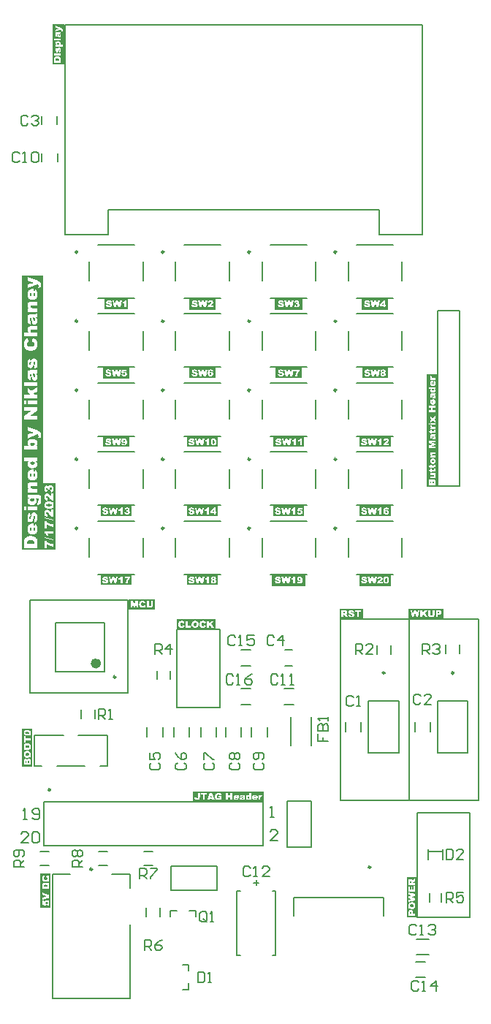
<source format=gto>
G04*
G04 #@! TF.GenerationSoftware,Altium Limited,Altium Designer,23.6.0 (18)*
G04*
G04 Layer_Color=65535*
%FSLAX44Y44*%
%MOMM*%
G71*
G04*
G04 #@! TF.SameCoordinates,3CA1A126-1A8B-4A0E-99CF-AA2F4EF1290A*
G04*
G04*
G04 #@! TF.FilePolarity,Positive*
G04*
G01*
G75*
%ADD10C,0.6000*%
%ADD11C,0.2500*%
%ADD12C,0.2000*%
%ADD13C,0.2032*%
G36*
X888049Y708005D02*
X851951D01*
Y721995D01*
X888049D01*
Y708005D01*
D02*
G37*
G36*
X784995Y949255D02*
X755005D01*
Y960745D01*
X784995D01*
Y949255D01*
D02*
G37*
G36*
X585001Y948378D02*
X554999D01*
Y961622D01*
X585001D01*
Y948378D01*
D02*
G37*
G36*
X688049Y709255D02*
X651951D01*
Y720745D01*
X688049D01*
Y709255D01*
D02*
G37*
G36*
X788053Y789255D02*
X751947D01*
Y800745D01*
X788053D01*
Y789255D01*
D02*
G37*
G36*
X688106Y789255D02*
X651894D01*
Y800745D01*
X688106D01*
Y789255D01*
D02*
G37*
G36*
X885055Y1028005D02*
X854945D01*
Y1041995D01*
X885055D01*
Y1028005D01*
D02*
G37*
G36*
X688049Y869255D02*
X651951D01*
Y880745D01*
X688049D01*
Y869255D01*
D02*
G37*
G36*
X685013Y949255D02*
X654987D01*
Y960745D01*
X685013D01*
Y949255D01*
D02*
G37*
G36*
X888064Y789255D02*
X851936D01*
Y800745D01*
X888064D01*
Y789255D01*
D02*
G37*
G36*
X888042Y869255D02*
X851958D01*
Y880745D01*
X888042D01*
Y869255D01*
D02*
G37*
G36*
X588046Y709255D02*
X551954D01*
Y720745D01*
X588046D01*
Y709255D01*
D02*
G37*
G36*
X584991Y869255D02*
X555009D01*
Y880745D01*
X584991D01*
Y869255D01*
D02*
G37*
G36*
X588049Y789255D02*
X551951D01*
Y800745D01*
X588049D01*
Y789255D01*
D02*
G37*
G36*
X786248Y1028005D02*
X753752D01*
Y1041995D01*
X786248D01*
Y1028005D01*
D02*
G37*
G36*
X684991D02*
X655009D01*
Y1041995D01*
X684991D01*
Y1028005D01*
D02*
G37*
G36*
X789292Y708005D02*
X750708D01*
Y721995D01*
X789292D01*
Y708005D01*
D02*
G37*
G36*
X884998Y949255D02*
X855002D01*
Y960745D01*
X884998D01*
Y949255D01*
D02*
G37*
G36*
X583818Y1028378D02*
X556182D01*
Y1041622D01*
X583818D01*
Y1028378D01*
D02*
G37*
G36*
X787686Y869255D02*
X752314D01*
Y880745D01*
X787686D01*
Y869255D01*
D02*
G37*
G36*
X485000Y750000D02*
X461067D01*
Y1067935D01*
X485000D01*
Y750000D01*
D02*
G37*
G36*
X499480D02*
X485000D01*
Y826918D01*
X499480D01*
Y750000D01*
D02*
G37*
G36*
X741500Y458250D02*
X658796D01*
Y470229D01*
X741500D01*
Y458250D01*
D02*
G37*
G36*
X494250Y335715D02*
X482271D01*
Y375000D01*
X494250D01*
Y335715D01*
D02*
G37*
G36*
X855879Y670000D02*
X829000D01*
Y681979D01*
X855879D01*
Y670000D01*
D02*
G37*
G36*
X949117D02*
X909000D01*
Y681852D01*
X949117D01*
Y670000D01*
D02*
G37*
G36*
X473000Y499000D02*
X461021D01*
Y543162D01*
X473000D01*
Y499000D01*
D02*
G37*
G36*
X510000Y1312500D02*
X496005D01*
Y1358904D01*
X510000D01*
Y1312500D01*
D02*
G37*
G36*
X685488Y657800D02*
X640000D01*
Y669779D01*
X685488D01*
Y657800D01*
D02*
G37*
G36*
X918750Y324250D02*
X906771D01*
Y371288D01*
X918750D01*
Y324250D01*
D02*
G37*
G36*
X614787Y681000D02*
X584750D01*
Y692979D01*
X614787D01*
Y681000D01*
D02*
G37*
G36*
X942000Y822750D02*
X930148D01*
Y953426D01*
X942000D01*
Y822750D01*
D02*
G37*
%LPC*%
G36*
X857623Y718989D02*
X857482D01*
X857059Y718975D01*
X856678Y718947D01*
X856354Y718891D01*
X856199Y718863D01*
X856072Y718834D01*
X855959Y718806D01*
X855861Y718778D01*
X855776Y718750D01*
X855706Y718722D01*
X855649Y718708D01*
X855607Y718693D01*
X855593Y718679D01*
X855579D01*
X855339Y718552D01*
X855128Y718426D01*
X854944Y718285D01*
X854803Y718158D01*
X854691Y718031D01*
X854606Y717932D01*
X854550Y717876D01*
X854536Y717848D01*
X854423Y717650D01*
X854338Y717453D01*
X854282Y717255D01*
X854240Y717086D01*
X854211Y716945D01*
X854197Y716818D01*
Y716748D01*
Y716734D01*
Y716720D01*
X854211Y716551D01*
X854225Y716396D01*
X854296Y716114D01*
X854409Y715860D01*
X854536Y715648D01*
X854648Y715465D01*
X854761Y715338D01*
X854832Y715268D01*
X854860Y715254D01*
Y715240D01*
X855001Y715127D01*
X855156Y715028D01*
X855494Y714845D01*
X855861Y714690D01*
X856241Y714549D01*
X856411Y714492D01*
X856566Y714450D01*
X856721Y714408D01*
X856848Y714366D01*
X856946Y714352D01*
X857031Y714323D01*
X857087Y714309D01*
X857101D01*
X857270Y714267D01*
X857426Y714225D01*
X857567Y714196D01*
X857693Y714154D01*
X857905Y714070D01*
X858074Y713999D01*
X858187Y713943D01*
X858271Y713900D01*
X858314Y713872D01*
X858328Y713858D01*
X858412Y713774D01*
X858483Y713675D01*
X858525Y713590D01*
X858567Y713506D01*
X858581Y713435D01*
X858596Y713379D01*
Y713336D01*
Y713322D01*
X858581Y713210D01*
X858553Y713097D01*
X858511Y712998D01*
X858455Y712914D01*
X858398Y712857D01*
X858356Y712801D01*
X858328Y712773D01*
X858314Y712759D01*
X858201Y712688D01*
X858074Y712632D01*
X857947Y712589D01*
X857820Y712561D01*
X857693Y712547D01*
X857609Y712533D01*
X857524D01*
X857284Y712547D01*
X857073Y712604D01*
X856890Y712674D01*
X856735Y712773D01*
X856622Y712857D01*
X856537Y712928D01*
X856481Y712984D01*
X856467Y712998D01*
X856396Y713111D01*
X856326Y713252D01*
X856241Y713534D01*
X856199Y713647D01*
X856185Y713745D01*
X856171Y713816D01*
Y713844D01*
X853901Y713689D01*
X853929Y713477D01*
X853972Y713266D01*
X854070Y712899D01*
X854211Y712561D01*
X854366Y712279D01*
X854437Y712167D01*
X854507Y712054D01*
X854578Y711969D01*
X854634Y711899D01*
X854677Y711842D01*
X854719Y711800D01*
X854733Y711772D01*
X854747Y711758D01*
X854902Y711631D01*
X855085Y711518D01*
X855283Y711405D01*
X855494Y711321D01*
X855945Y711194D01*
X856396Y711109D01*
X856622Y711067D01*
X856819Y711053D01*
X857003Y711039D01*
X857158Y711025D01*
X857299Y711011D01*
X857482D01*
X857891Y711025D01*
X858243Y711053D01*
X858567Y711109D01*
X858835Y711166D01*
X858948Y711194D01*
X859047Y711222D01*
X859145Y711250D01*
X859216Y711278D01*
X859272Y711292D01*
X859314Y711307D01*
X859329Y711321D01*
X859343D01*
X859611Y711462D01*
X859836Y711603D01*
X860033Y711758D01*
X860203Y711913D01*
X860330Y712054D01*
X860428Y712167D01*
X860484Y712237D01*
X860499Y712265D01*
X860640Y712505D01*
X860738Y712745D01*
X860823Y712984D01*
X860865Y713196D01*
X860893Y713379D01*
X860921Y713520D01*
Y713647D01*
X860907Y713872D01*
X860879Y714098D01*
X860823Y714281D01*
X860767Y714450D01*
X860710Y714591D01*
X860654Y714704D01*
X860626Y714760D01*
X860611Y714789D01*
X860484Y714972D01*
X860330Y715141D01*
X860160Y715282D01*
X860005Y715409D01*
X859850Y715508D01*
X859737Y715578D01*
X859653Y715620D01*
X859639Y715634D01*
X859625D01*
X859484Y715705D01*
X859329Y715761D01*
X858990Y715888D01*
X858610Y716015D01*
X858243Y716114D01*
X858074Y716156D01*
X857905Y716198D01*
X857750Y716240D01*
X857623Y716269D01*
X857524Y716297D01*
X857440Y716311D01*
X857383Y716325D01*
X857369D01*
X857158Y716367D01*
X856989Y716424D01*
X856848Y716466D01*
X856749Y716508D01*
X856664Y716551D01*
X856622Y716579D01*
X856594Y716607D01*
X856580D01*
X856523Y716663D01*
X856481Y716720D01*
X856439Y716833D01*
X856411Y716917D01*
Y716931D01*
Y716945D01*
X856425Y717030D01*
X856439Y717114D01*
X856509Y717255D01*
X856580Y717340D01*
X856594Y717354D01*
X856608Y717368D01*
X856692Y717425D01*
X856791Y717481D01*
X857003Y717523D01*
X857101Y717538D01*
X857172Y717551D01*
X857242D01*
X857426Y717538D01*
X857581Y717509D01*
X857721Y717481D01*
X857834Y717439D01*
X857919Y717382D01*
X857975Y717354D01*
X858018Y717326D01*
X858032Y717312D01*
X858130Y717213D01*
X858215Y717086D01*
X858271Y716960D01*
X858328Y716847D01*
X858370Y716734D01*
X858398Y716635D01*
X858412Y716579D01*
Y716551D01*
X860668Y716677D01*
X860626Y716889D01*
X860583Y717100D01*
X860527Y717284D01*
X860456Y717453D01*
X860386Y717608D01*
X860301Y717763D01*
X860231Y717890D01*
X860146Y718003D01*
X859991Y718186D01*
X859864Y718327D01*
X859766Y718397D01*
X859752Y718426D01*
X859737D01*
X859582Y718524D01*
X859413Y718609D01*
X859061Y718750D01*
X858680Y718848D01*
X858314Y718919D01*
X858144Y718947D01*
X857989Y718961D01*
X857848Y718975D01*
X857721D01*
X857623Y718989D01*
D02*
G37*
G36*
X872143Y718863D02*
X869873D01*
X869055Y714535D01*
X867857Y718863D01*
X865602D01*
X864404Y714549D01*
X863586Y718863D01*
X861330D01*
X863036Y711137D01*
X865376D01*
X866730Y716001D01*
X868083Y711137D01*
X870437D01*
X872143Y718863D01*
D02*
G37*
G36*
X875864Y718989D02*
X875681D01*
X875301Y718975D01*
X874962Y718947D01*
X874666Y718905D01*
X874426Y718848D01*
X874229Y718792D01*
X874088Y718750D01*
X874004Y718722D01*
X873989Y718708D01*
X873975D01*
X873750Y718595D01*
X873567Y718468D01*
X873397Y718341D01*
X873270Y718214D01*
X873158Y718101D01*
X873073Y718017D01*
X873031Y717960D01*
X873017Y717932D01*
X872904Y717721D01*
X872805Y717495D01*
X872735Y717270D01*
X872664Y717044D01*
X872622Y716833D01*
X872594Y716677D01*
X872580Y716607D01*
X872566Y716565D01*
Y716537D01*
Y716523D01*
X874723Y716353D01*
X874765Y716579D01*
X874807Y716762D01*
X874864Y716917D01*
X874920Y717044D01*
X874976Y717143D01*
X875018Y717213D01*
X875047Y717241D01*
X875061Y717255D01*
X875174Y717340D01*
X875286Y717411D01*
X875399Y717453D01*
X875498Y717495D01*
X875596Y717509D01*
X875667Y717523D01*
X875738D01*
X875879Y717509D01*
X876005Y717481D01*
X876118Y717439D01*
X876217Y717396D01*
X876301Y717354D01*
X876358Y717312D01*
X876386Y717284D01*
X876400Y717270D01*
X876485Y717171D01*
X876555Y717072D01*
X876597Y716974D01*
X876640Y716875D01*
X876654Y716790D01*
X876668Y716720D01*
Y716677D01*
Y716663D01*
X876654Y716537D01*
X876626Y716424D01*
X876583Y716297D01*
X876541Y716198D01*
X876485Y716100D01*
X876442Y716029D01*
X876414Y715987D01*
X876400Y715973D01*
X876344Y715902D01*
X876273Y715818D01*
X876104Y715648D01*
X875893Y715479D01*
X875695Y715296D01*
X875498Y715141D01*
X875343Y715014D01*
X875272Y714972D01*
X875230Y714930D01*
X875202Y714915D01*
X875188Y714901D01*
X874906Y714690D01*
X874652Y714492D01*
X874412Y714295D01*
X874201Y714112D01*
X874004Y713929D01*
X873834Y713774D01*
X873679Y713618D01*
X873552Y713477D01*
X873440Y713351D01*
X873327Y713238D01*
X873256Y713139D01*
X873186Y713069D01*
X873130Y712998D01*
X873101Y712956D01*
X873087Y712928D01*
X873073Y712914D01*
X872890Y712604D01*
X872735Y712279D01*
X872622Y711983D01*
X872538Y711715D01*
X872467Y711476D01*
X872453Y711377D01*
X872439Y711292D01*
X872425Y711236D01*
X872411Y711180D01*
Y711137D01*
X878867D01*
Y712885D01*
X875498D01*
X875709Y713069D01*
X875864Y713224D01*
X875921Y713266D01*
X875963Y713308D01*
X875991Y713322D01*
X876005Y713336D01*
X876104Y713421D01*
X876231Y713520D01*
X876386Y713618D01*
X876527Y713717D01*
X876668Y713816D01*
X876781Y713900D01*
X876851Y713957D01*
X876879Y713971D01*
X877077Y714112D01*
X877260Y714253D01*
X877429Y714394D01*
X877584Y714521D01*
X877711Y714648D01*
X877838Y714760D01*
X878049Y714972D01*
X878204Y715141D01*
X878303Y715268D01*
X878374Y715352D01*
X878388Y715381D01*
X878529Y715620D01*
X878627Y715860D01*
X878712Y716100D01*
X878754Y716297D01*
X878782Y716480D01*
X878811Y716621D01*
Y716663D01*
Y716706D01*
Y716720D01*
Y716734D01*
X878796Y716974D01*
X878754Y717199D01*
X878698Y717411D01*
X878627Y717580D01*
X878557Y717735D01*
X878501Y717833D01*
X878458Y717904D01*
X878444Y717932D01*
X878303Y718115D01*
X878134Y718285D01*
X877965Y718411D01*
X877810Y718524D01*
X877669Y718609D01*
X877542Y718679D01*
X877471Y718708D01*
X877457Y718722D01*
X877443D01*
X877189Y718806D01*
X876908Y718877D01*
X876611Y718919D01*
X876330Y718961D01*
X876076Y718975D01*
X875963D01*
X875864Y718989D01*
D02*
G37*
G36*
X883110D02*
X882983D01*
X882687Y718975D01*
X882405Y718947D01*
X882152Y718905D01*
X881912Y718848D01*
X881701Y718778D01*
X881503Y718708D01*
X881320Y718623D01*
X881165Y718552D01*
X881024Y718468D01*
X880897Y718383D01*
X880798Y718313D01*
X880714Y718242D01*
X880643Y718186D01*
X880601Y718144D01*
X880573Y718115D01*
X880559Y718101D01*
X880418Y717918D01*
X880305Y717721D01*
X880192Y717495D01*
X880108Y717255D01*
X879967Y716748D01*
X879868Y716240D01*
X879840Y716001D01*
X879811Y715775D01*
X879797Y715564D01*
X879783Y715381D01*
X879769Y715240D01*
Y715028D01*
X879783Y714704D01*
X879797Y714394D01*
X879826Y714112D01*
X879854Y713872D01*
X879882Y713661D01*
X879896Y713506D01*
X879910Y713449D01*
X879924Y713407D01*
Y713393D01*
Y713379D01*
X879981Y713125D01*
X880051Y712885D01*
X880122Y712688D01*
X880192Y712533D01*
X880248Y712392D01*
X880305Y712308D01*
X880333Y712237D01*
X880347Y712223D01*
X880502Y712011D01*
X880671Y711828D01*
X880826Y711673D01*
X880996Y711546D01*
X881123Y711448D01*
X881235Y711377D01*
X881306Y711335D01*
X881334Y711321D01*
X881574Y711222D01*
X881842Y711137D01*
X882109Y711081D01*
X882363Y711053D01*
X882589Y711025D01*
X882673D01*
X882758Y711011D01*
X882927D01*
X883237Y711025D01*
X883533Y711053D01*
X883801Y711095D01*
X884041Y711166D01*
X884266Y711236D01*
X884464Y711321D01*
X884647Y711405D01*
X884802Y711504D01*
X884943Y711589D01*
X885056Y711673D01*
X885154Y711758D01*
X885239Y711828D01*
X885309Y711899D01*
X885352Y711941D01*
X885366Y711969D01*
X885380Y711983D01*
X885507Y712181D01*
X885620Y712392D01*
X885718Y712632D01*
X885803Y712871D01*
X885930Y713379D01*
X886014Y713886D01*
X886042Y714126D01*
X886057Y714337D01*
X886071Y714535D01*
X886085Y714718D01*
X886099Y714859D01*
Y715056D01*
X886085Y715395D01*
X886071Y715733D01*
X886028Y716029D01*
X885986Y716297D01*
X885944Y716523D01*
X885930Y716621D01*
X885916Y716692D01*
X885901Y716762D01*
X885887Y716804D01*
X885873Y716833D01*
Y716847D01*
X885831Y717016D01*
X885775Y717157D01*
X885732Y717298D01*
X885690Y717411D01*
X885648Y717509D01*
X885605Y717580D01*
X885591Y717622D01*
X885577Y717636D01*
X885422Y717890D01*
X885338Y718003D01*
X885253Y718087D01*
X885182Y718172D01*
X885126Y718228D01*
X885084Y718270D01*
X885070Y718285D01*
X884943Y718397D01*
X884816Y718496D01*
X884675Y718581D01*
X884548Y718651D01*
X884435Y718708D01*
X884337Y718764D01*
X884280Y718778D01*
X884252Y718792D01*
X884055Y718863D01*
X883843Y718905D01*
X883632Y718947D01*
X883435Y718961D01*
X883251Y718975D01*
X883110Y718989D01*
D02*
G37*
%LPD*%
G36*
X883096Y717538D02*
X883251Y717481D01*
X883392Y717396D01*
X883505Y717298D01*
X883589Y717199D01*
X883646Y717114D01*
X883688Y717058D01*
X883702Y717030D01*
X883745Y716917D01*
X883787Y716790D01*
X883829Y716635D01*
X883857Y716480D01*
X883900Y716142D01*
X883942Y715789D01*
X883956Y715479D01*
Y715324D01*
X883970Y715211D01*
Y715099D01*
Y715028D01*
Y714972D01*
Y714958D01*
Y714591D01*
X883956Y714281D01*
X883928Y714013D01*
X883914Y713802D01*
X883886Y713633D01*
X883857Y713520D01*
X883843Y713449D01*
Y713421D01*
X883801Y713252D01*
X883745Y713097D01*
X883688Y712984D01*
X883632Y712871D01*
X883575Y712801D01*
X883533Y712745D01*
X883505Y712716D01*
X883491Y712702D01*
X883392Y712632D01*
X883294Y712575D01*
X883209Y712533D01*
X883110Y712505D01*
X883040Y712491D01*
X882969Y712477D01*
X882913D01*
X882744Y712505D01*
X882589Y712561D01*
X882462Y712646D01*
X882349Y712745D01*
X882264Y712843D01*
X882208Y712928D01*
X882166Y712984D01*
X882152Y713012D01*
X882109Y713125D01*
X882067Y713252D01*
X882039Y713393D01*
X882011Y713548D01*
X881954Y713886D01*
X881926Y714225D01*
X881912Y714535D01*
Y714676D01*
X881898Y714789D01*
Y714887D01*
Y714958D01*
Y715014D01*
Y715028D01*
Y715296D01*
X881912Y715536D01*
X881926Y715747D01*
X881940Y715959D01*
X881954Y716128D01*
X881968Y716297D01*
X881997Y716438D01*
X882025Y716565D01*
X882039Y716677D01*
X882067Y716776D01*
X882081Y716847D01*
X882095Y716903D01*
X882109Y716960D01*
X882123Y716988D01*
X882138Y717016D01*
X882236Y717199D01*
X882363Y717340D01*
X882490Y717439D01*
X882617Y717495D01*
X882730Y717538D01*
X882828Y717551D01*
X882885Y717566D01*
X882913D01*
X883096Y717538D01*
D02*
G37*
%LPC*%
G36*
X761232Y958989D02*
X761091D01*
X760668Y958975D01*
X760287Y958947D01*
X759963Y958891D01*
X759808Y958863D01*
X759681Y958834D01*
X759568Y958806D01*
X759470Y958778D01*
X759385Y958750D01*
X759314Y958722D01*
X759258Y958708D01*
X759216Y958693D01*
X759202Y958679D01*
X759188D01*
X758948Y958552D01*
X758736Y958426D01*
X758553Y958285D01*
X758412Y958158D01*
X758299Y958031D01*
X758215Y957932D01*
X758158Y957876D01*
X758144Y957848D01*
X758032Y957650D01*
X757947Y957453D01*
X757891Y957255D01*
X757848Y957086D01*
X757820Y956945D01*
X757806Y956818D01*
Y956748D01*
Y956734D01*
Y956720D01*
X757820Y956551D01*
X757834Y956396D01*
X757905Y956114D01*
X758018Y955860D01*
X758144Y955648D01*
X758257Y955465D01*
X758370Y955338D01*
X758440Y955268D01*
X758469Y955254D01*
Y955240D01*
X758610Y955127D01*
X758765Y955028D01*
X759103Y954845D01*
X759470Y954690D01*
X759850Y954549D01*
X760019Y954492D01*
X760174Y954450D01*
X760330Y954408D01*
X760456Y954366D01*
X760555Y954352D01*
X760640Y954323D01*
X760696Y954309D01*
X760710D01*
X760879Y954267D01*
X761034Y954225D01*
X761175Y954196D01*
X761302Y954154D01*
X761514Y954070D01*
X761683Y953999D01*
X761796Y953943D01*
X761880Y953900D01*
X761922Y953872D01*
X761936Y953858D01*
X762021Y953774D01*
X762092Y953675D01*
X762134Y953590D01*
X762176Y953506D01*
X762190Y953435D01*
X762204Y953379D01*
Y953336D01*
Y953323D01*
X762190Y953210D01*
X762162Y953097D01*
X762120Y952998D01*
X762063Y952914D01*
X762007Y952857D01*
X761965Y952801D01*
X761936Y952773D01*
X761922Y952759D01*
X761810Y952688D01*
X761683Y952632D01*
X761556Y952589D01*
X761429Y952561D01*
X761302Y952547D01*
X761218Y952533D01*
X761133D01*
X760893Y952547D01*
X760682Y952604D01*
X760499Y952674D01*
X760344Y952773D01*
X760231Y952857D01*
X760146Y952928D01*
X760090Y952984D01*
X760076Y952998D01*
X760005Y953111D01*
X759935Y953252D01*
X759850Y953534D01*
X759808Y953647D01*
X759794Y953745D01*
X759780Y953816D01*
Y953844D01*
X757510Y953689D01*
X757538Y953477D01*
X757581Y953266D01*
X757679Y952899D01*
X757820Y952561D01*
X757975Y952279D01*
X758046Y952167D01*
X758116Y952054D01*
X758187Y951969D01*
X758243Y951899D01*
X758285Y951842D01*
X758328Y951800D01*
X758342Y951772D01*
X758356Y951758D01*
X758511Y951631D01*
X758694Y951518D01*
X758892Y951405D01*
X759103Y951321D01*
X759554Y951194D01*
X760005Y951109D01*
X760231Y951067D01*
X760428Y951053D01*
X760611Y951039D01*
X760767Y951025D01*
X760907Y951011D01*
X761091D01*
X761499Y951025D01*
X761852Y951053D01*
X762176Y951109D01*
X762444Y951166D01*
X762557Y951194D01*
X762655Y951222D01*
X762754Y951250D01*
X762825Y951278D01*
X762881Y951292D01*
X762923Y951307D01*
X762937Y951321D01*
X762952D01*
X763219Y951462D01*
X763445Y951603D01*
X763642Y951758D01*
X763811Y951913D01*
X763938Y952054D01*
X764037Y952167D01*
X764093Y952237D01*
X764108Y952265D01*
X764248Y952505D01*
X764347Y952745D01*
X764432Y952984D01*
X764474Y953196D01*
X764502Y953379D01*
X764530Y953520D01*
Y953647D01*
X764516Y953872D01*
X764488Y954098D01*
X764432Y954281D01*
X764375Y954450D01*
X764319Y954591D01*
X764262Y954704D01*
X764234Y954760D01*
X764220Y954789D01*
X764093Y954972D01*
X763938Y955141D01*
X763769Y955282D01*
X763614Y955409D01*
X763459Y955508D01*
X763346Y955578D01*
X763262Y955620D01*
X763248Y955634D01*
X763233D01*
X763092Y955705D01*
X762937Y955761D01*
X762599Y955888D01*
X762218Y956015D01*
X761852Y956114D01*
X761683Y956156D01*
X761514Y956198D01*
X761358Y956240D01*
X761232Y956269D01*
X761133Y956297D01*
X761048Y956311D01*
X760992Y956325D01*
X760978D01*
X760767Y956367D01*
X760597Y956424D01*
X760456Y956466D01*
X760358Y956508D01*
X760273Y956551D01*
X760231Y956579D01*
X760203Y956607D01*
X760189D01*
X760132Y956663D01*
X760090Y956720D01*
X760048Y956833D01*
X760019Y956917D01*
Y956931D01*
Y956945D01*
X760033Y957030D01*
X760048Y957114D01*
X760118Y957255D01*
X760189Y957340D01*
X760203Y957354D01*
X760217Y957368D01*
X760301Y957425D01*
X760400Y957481D01*
X760611Y957523D01*
X760710Y957538D01*
X760781Y957552D01*
X760851D01*
X761034Y957538D01*
X761189Y957509D01*
X761330Y957481D01*
X761443Y957439D01*
X761528Y957382D01*
X761584Y957354D01*
X761626Y957326D01*
X761640Y957312D01*
X761739Y957213D01*
X761824Y957086D01*
X761880Y956960D01*
X761936Y956847D01*
X761979Y956734D01*
X762007Y956635D01*
X762021Y956579D01*
Y956551D01*
X764277Y956677D01*
X764234Y956889D01*
X764192Y957100D01*
X764136Y957284D01*
X764065Y957453D01*
X763995Y957608D01*
X763910Y957763D01*
X763840Y957890D01*
X763755Y958003D01*
X763600Y958186D01*
X763473Y958327D01*
X763374Y958397D01*
X763360Y958426D01*
X763346D01*
X763191Y958524D01*
X763022Y958609D01*
X762670Y958750D01*
X762289Y958848D01*
X761922Y958919D01*
X761753Y958947D01*
X761598Y958961D01*
X761457Y958975D01*
X761330D01*
X761232Y958989D01*
D02*
G37*
G36*
X775752Y958863D02*
X773482D01*
X772664Y954535D01*
X771466Y958863D01*
X769211D01*
X768012Y954549D01*
X767195Y958863D01*
X764939D01*
X766645Y951137D01*
X768985D01*
X770338Y956001D01*
X771692Y951137D01*
X774046D01*
X775752Y958863D01*
D02*
G37*
G36*
X782490D02*
X776217D01*
Y957044D01*
X780023D01*
X779811Y956776D01*
X779614Y956508D01*
X779431Y956240D01*
X779262Y956001D01*
X779107Y955761D01*
X778966Y955536D01*
X778839Y955324D01*
X778726Y955127D01*
X778627Y954944D01*
X778543Y954774D01*
X778472Y954633D01*
X778402Y954521D01*
X778360Y954422D01*
X778331Y954352D01*
X778303Y954309D01*
Y954295D01*
X778204Y954055D01*
X778106Y953802D01*
X777951Y953266D01*
X777810Y952745D01*
X777753Y952491D01*
X777697Y952237D01*
X777655Y952011D01*
X777612Y951800D01*
X777584Y951617D01*
X777556Y951448D01*
X777542Y951321D01*
X777528Y951222D01*
X777514Y951166D01*
Y951137D01*
X779657D01*
X779699Y951631D01*
X779769Y952068D01*
X779826Y952477D01*
X779868Y952646D01*
X779896Y952815D01*
X779924Y952970D01*
X779967Y953097D01*
X779995Y953210D01*
X780009Y953308D01*
X780037Y953379D01*
X780051Y953435D01*
X780065Y953463D01*
Y953477D01*
X780220Y953943D01*
X780389Y954380D01*
X780559Y954774D01*
X780643Y954958D01*
X780728Y955127D01*
X780812Y955268D01*
X780883Y955409D01*
X780939Y955522D01*
X780996Y955620D01*
X781052Y955705D01*
X781080Y955761D01*
X781094Y955789D01*
X781108Y955804D01*
X781320Y956114D01*
X781560Y956410D01*
X781785Y956692D01*
X782011Y956917D01*
X782194Y957114D01*
X782349Y957270D01*
X782405Y957326D01*
X782448Y957368D01*
X782476Y957382D01*
X782490Y957396D01*
Y958863D01*
D02*
G37*
G36*
X561218Y958989D02*
X561077D01*
X560654Y958975D01*
X560273Y958947D01*
X559949Y958891D01*
X559794Y958863D01*
X559667Y958834D01*
X559554Y958806D01*
X559455Y958778D01*
X559371Y958750D01*
X559300Y958722D01*
X559244Y958708D01*
X559202Y958693D01*
X559188Y958679D01*
X559174D01*
X558934Y958552D01*
X558722Y958426D01*
X558539Y958285D01*
X558398Y958158D01*
X558285Y958031D01*
X558201Y957932D01*
X558144Y957876D01*
X558130Y957848D01*
X558018Y957650D01*
X557933Y957453D01*
X557877Y957255D01*
X557834Y957086D01*
X557806Y956945D01*
X557792Y956818D01*
Y956748D01*
Y956734D01*
Y956720D01*
X557806Y956551D01*
X557820Y956396D01*
X557891Y956114D01*
X558004Y955860D01*
X558130Y955648D01*
X558243Y955465D01*
X558356Y955338D01*
X558426Y955268D01*
X558455Y955254D01*
Y955240D01*
X558596Y955127D01*
X558751Y955028D01*
X559089Y954845D01*
X559455Y954690D01*
X559836Y954549D01*
X560005Y954492D01*
X560160Y954450D01*
X560315Y954408D01*
X560442Y954366D01*
X560541Y954352D01*
X560625Y954323D01*
X560682Y954309D01*
X560696D01*
X560865Y954267D01*
X561020Y954225D01*
X561161Y954196D01*
X561288Y954154D01*
X561499Y954070D01*
X561669Y953999D01*
X561782Y953943D01*
X561866Y953900D01*
X561908Y953872D01*
X561922Y953858D01*
X562007Y953774D01*
X562077Y953675D01*
X562120Y953590D01*
X562162Y953506D01*
X562176Y953435D01*
X562190Y953379D01*
Y953336D01*
Y953323D01*
X562176Y953210D01*
X562148Y953097D01*
X562106Y952998D01*
X562049Y952914D01*
X561993Y952857D01*
X561951Y952801D01*
X561922Y952773D01*
X561908Y952759D01*
X561796Y952688D01*
X561669Y952632D01*
X561542Y952589D01*
X561415Y952561D01*
X561288Y952547D01*
X561203Y952533D01*
X561119D01*
X560879Y952547D01*
X560668Y952604D01*
X560485Y952674D01*
X560330Y952773D01*
X560217Y952857D01*
X560132Y952928D01*
X560076Y952984D01*
X560062Y952998D01*
X559991Y953111D01*
X559921Y953252D01*
X559836Y953534D01*
X559794Y953647D01*
X559780Y953745D01*
X559766Y953816D01*
Y953844D01*
X557496Y953689D01*
X557524Y953477D01*
X557566Y953266D01*
X557665Y952899D01*
X557806Y952561D01*
X557961Y952279D01*
X558032Y952167D01*
X558102Y952054D01*
X558173Y951969D01*
X558229Y951899D01*
X558271Y951842D01*
X558314Y951800D01*
X558328Y951772D01*
X558342Y951758D01*
X558497Y951631D01*
X558680Y951518D01*
X558877Y951405D01*
X559089Y951321D01*
X559540Y951194D01*
X559991Y951109D01*
X560217Y951067D01*
X560414Y951053D01*
X560597Y951039D01*
X560752Y951025D01*
X560893Y951011D01*
X561077D01*
X561485Y951025D01*
X561838Y951053D01*
X562162Y951109D01*
X562430Y951166D01*
X562543Y951194D01*
X562641Y951222D01*
X562740Y951250D01*
X562811Y951278D01*
X562867Y951292D01*
X562909Y951307D01*
X562923Y951321D01*
X562937D01*
X563205Y951462D01*
X563431Y951603D01*
X563628Y951758D01*
X563797Y951913D01*
X563924Y952054D01*
X564023Y952167D01*
X564079Y952237D01*
X564093Y952265D01*
X564234Y952505D01*
X564333Y952745D01*
X564418Y952984D01*
X564460Y953196D01*
X564488Y953379D01*
X564516Y953520D01*
Y953647D01*
X564502Y953872D01*
X564474Y954098D01*
X564418Y954281D01*
X564361Y954450D01*
X564305Y954591D01*
X564248Y954704D01*
X564220Y954760D01*
X564206Y954789D01*
X564079Y954972D01*
X563924Y955141D01*
X563755Y955282D01*
X563600Y955409D01*
X563445Y955508D01*
X563332Y955578D01*
X563247Y955620D01*
X563233Y955634D01*
X563219D01*
X563078Y955705D01*
X562923Y955761D01*
X562585Y955888D01*
X562204Y956015D01*
X561838Y956114D01*
X561669Y956156D01*
X561499Y956198D01*
X561344Y956240D01*
X561218Y956269D01*
X561119Y956297D01*
X561034Y956311D01*
X560978Y956325D01*
X560964D01*
X560752Y956367D01*
X560583Y956424D01*
X560442Y956466D01*
X560344Y956508D01*
X560259Y956551D01*
X560217Y956579D01*
X560188Y956607D01*
X560174D01*
X560118Y956663D01*
X560076Y956720D01*
X560033Y956833D01*
X560005Y956917D01*
Y956931D01*
Y956945D01*
X560019Y957030D01*
X560033Y957114D01*
X560104Y957255D01*
X560174Y957340D01*
X560188Y957354D01*
X560203Y957368D01*
X560287Y957425D01*
X560386Y957481D01*
X560597Y957523D01*
X560696Y957538D01*
X560766Y957552D01*
X560837D01*
X561020Y957538D01*
X561175Y957509D01*
X561316Y957481D01*
X561429Y957439D01*
X561514Y957382D01*
X561570Y957354D01*
X561612Y957326D01*
X561626Y957312D01*
X561725Y957213D01*
X561810Y957086D01*
X561866Y956960D01*
X561922Y956847D01*
X561965Y956734D01*
X561993Y956635D01*
X562007Y956579D01*
Y956551D01*
X564263Y956677D01*
X564220Y956889D01*
X564178Y957100D01*
X564122Y957284D01*
X564051Y957453D01*
X563981Y957608D01*
X563896Y957763D01*
X563825Y957890D01*
X563741Y958003D01*
X563586Y958186D01*
X563459Y958327D01*
X563360Y958397D01*
X563346Y958426D01*
X563332D01*
X563177Y958524D01*
X563008Y958609D01*
X562655Y958750D01*
X562275Y958848D01*
X561908Y958919D01*
X561739Y958947D01*
X561584Y958961D01*
X561443Y958975D01*
X561316D01*
X561218Y958989D01*
D02*
G37*
G36*
X575737Y958863D02*
X573468D01*
X572650Y954535D01*
X571452Y958863D01*
X569197D01*
X567998Y954549D01*
X567181Y958863D01*
X564925D01*
X566631Y951137D01*
X568971D01*
X570324Y956001D01*
X571678Y951137D01*
X574032D01*
X575737Y958863D01*
D02*
G37*
G36*
X582137D02*
X577034D01*
X576358Y954704D01*
X578176Y954436D01*
X578275Y954535D01*
X578359Y954619D01*
X578444Y954690D01*
X578515Y954746D01*
X578571Y954789D01*
X578613Y954817D01*
X578642Y954845D01*
X578656D01*
X578768Y954901D01*
X578881Y954930D01*
X579064Y954986D01*
X579149D01*
X579205Y955000D01*
X579262D01*
X579431Y954986D01*
X579600Y954944D01*
X579727Y954901D01*
X579840Y954845D01*
X579938Y954774D01*
X579995Y954732D01*
X580037Y954690D01*
X580051Y954676D01*
X580150Y954535D01*
X580220Y954380D01*
X580277Y954211D01*
X580305Y954041D01*
X580333Y953900D01*
X580347Y953774D01*
Y953689D01*
Y953675D01*
Y953661D01*
X580333Y953421D01*
X580305Y953224D01*
X580248Y953055D01*
X580206Y952914D01*
X580150Y952801D01*
X580093Y952730D01*
X580065Y952674D01*
X580051Y952660D01*
X579938Y952547D01*
X579812Y952462D01*
X579685Y952406D01*
X579572Y952364D01*
X579459Y952336D01*
X579375Y952322D01*
X579304D01*
X579163Y952336D01*
X579022Y952364D01*
X578895Y952406D01*
X578797Y952462D01*
X578712Y952505D01*
X578656Y952547D01*
X578613Y952575D01*
X578599Y952589D01*
X578501Y952702D01*
X578430Y952829D01*
X578359Y952956D01*
X578317Y953083D01*
X578289Y953196D01*
X578261Y953294D01*
X578247Y953351D01*
Y953379D01*
X576076Y953139D01*
X576132Y952942D01*
X576203Y952759D01*
X576259Y952604D01*
X576330Y952477D01*
X576372Y952364D01*
X576414Y952293D01*
X576442Y952237D01*
X576456Y952223D01*
X576654Y951969D01*
X576753Y951856D01*
X576851Y951772D01*
X576950Y951687D01*
X577020Y951631D01*
X577063Y951589D01*
X577077Y951574D01*
X577387Y951391D01*
X577542Y951321D01*
X577697Y951264D01*
X577824Y951208D01*
X577923Y951180D01*
X577979Y951166D01*
X578007Y951152D01*
X578219Y951109D01*
X578444Y951067D01*
X578670Y951039D01*
X578867Y951025D01*
X579050D01*
X579191Y951011D01*
X579318D01*
X579699Y951025D01*
X580037Y951067D01*
X580347Y951123D01*
X580601Y951194D01*
X580798Y951250D01*
X580883Y951278D01*
X580939Y951307D01*
X580996Y951335D01*
X581038Y951349D01*
X581052Y951363D01*
X581066D01*
X581306Y951518D01*
X581517Y951687D01*
X581701Y951856D01*
X581856Y952026D01*
X581968Y952181D01*
X582053Y952308D01*
X582109Y952392D01*
X582123Y952406D01*
Y952420D01*
X582250Y952674D01*
X582349Y952942D01*
X582405Y953182D01*
X582462Y953393D01*
X582490Y953590D01*
X582504Y953731D01*
Y953858D01*
X582490Y954055D01*
X582476Y954239D01*
X582391Y954577D01*
X582279Y954887D01*
X582137Y955141D01*
X581996Y955338D01*
X581940Y955423D01*
X581884Y955493D01*
X581842Y955550D01*
X581799Y955592D01*
X581785Y955606D01*
X581771Y955620D01*
X581630Y955747D01*
X581489Y955860D01*
X581334Y955945D01*
X581179Y956029D01*
X580869Y956156D01*
X580559Y956240D01*
X580305Y956283D01*
X580192Y956311D01*
X580093D01*
X580009Y956325D01*
X579896D01*
X579642Y956311D01*
X579530Y956297D01*
X579431Y956283D01*
X579332Y956269D01*
X579262Y956255D01*
X579219Y956240D01*
X579205D01*
X578952Y956170D01*
X578825Y956128D01*
X578712Y956086D01*
X578627Y956043D01*
X578543Y956015D01*
X578501Y956001D01*
X578486Y955987D01*
X578670Y957143D01*
X582137D01*
Y958863D01*
D02*
G37*
G36*
X657623Y718989D02*
X657482D01*
X657059Y718975D01*
X656678Y718947D01*
X656354Y718891D01*
X656199Y718863D01*
X656072Y718834D01*
X655959Y718806D01*
X655861Y718778D01*
X655776Y718750D01*
X655706Y718722D01*
X655649Y718708D01*
X655607Y718693D01*
X655593Y718679D01*
X655579D01*
X655339Y718552D01*
X655128Y718426D01*
X654944Y718285D01*
X654803Y718158D01*
X654691Y718031D01*
X654606Y717932D01*
X654550Y717876D01*
X654536Y717848D01*
X654423Y717650D01*
X654338Y717453D01*
X654282Y717255D01*
X654240Y717086D01*
X654211Y716945D01*
X654197Y716818D01*
Y716748D01*
Y716734D01*
Y716720D01*
X654211Y716551D01*
X654225Y716396D01*
X654296Y716114D01*
X654409Y715860D01*
X654536Y715648D01*
X654648Y715465D01*
X654761Y715338D01*
X654832Y715268D01*
X654860Y715254D01*
Y715240D01*
X655001Y715127D01*
X655156Y715028D01*
X655494Y714845D01*
X655861Y714690D01*
X656241Y714549D01*
X656411Y714492D01*
X656566Y714450D01*
X656721Y714408D01*
X656848Y714366D01*
X656946Y714352D01*
X657031Y714323D01*
X657087Y714309D01*
X657101D01*
X657270Y714267D01*
X657426Y714225D01*
X657567Y714196D01*
X657693Y714154D01*
X657905Y714070D01*
X658074Y713999D01*
X658187Y713943D01*
X658271Y713900D01*
X658314Y713872D01*
X658328Y713858D01*
X658412Y713774D01*
X658483Y713675D01*
X658525Y713590D01*
X658567Y713506D01*
X658581Y713435D01*
X658596Y713379D01*
Y713336D01*
Y713322D01*
X658581Y713210D01*
X658553Y713097D01*
X658511Y712998D01*
X658455Y712914D01*
X658398Y712857D01*
X658356Y712801D01*
X658328Y712773D01*
X658314Y712759D01*
X658201Y712688D01*
X658074Y712632D01*
X657947Y712589D01*
X657820Y712561D01*
X657693Y712547D01*
X657609Y712533D01*
X657524D01*
X657284Y712547D01*
X657073Y712604D01*
X656890Y712674D01*
X656735Y712773D01*
X656622Y712857D01*
X656537Y712928D01*
X656481Y712984D01*
X656467Y712998D01*
X656396Y713111D01*
X656326Y713252D01*
X656241Y713534D01*
X656199Y713647D01*
X656185Y713745D01*
X656171Y713816D01*
Y713844D01*
X653901Y713689D01*
X653929Y713477D01*
X653972Y713266D01*
X654070Y712899D01*
X654211Y712561D01*
X654366Y712279D01*
X654437Y712167D01*
X654507Y712054D01*
X654578Y711969D01*
X654634Y711899D01*
X654677Y711842D01*
X654719Y711800D01*
X654733Y711772D01*
X654747Y711758D01*
X654902Y711631D01*
X655085Y711518D01*
X655283Y711405D01*
X655494Y711321D01*
X655945Y711194D01*
X656396Y711109D01*
X656622Y711067D01*
X656819Y711053D01*
X657003Y711039D01*
X657158Y711025D01*
X657299Y711011D01*
X657482D01*
X657891Y711025D01*
X658243Y711053D01*
X658567Y711109D01*
X658835Y711166D01*
X658948Y711194D01*
X659047Y711222D01*
X659145Y711250D01*
X659216Y711278D01*
X659272Y711292D01*
X659314Y711307D01*
X659329Y711321D01*
X659343D01*
X659611Y711462D01*
X659836Y711603D01*
X660033Y711758D01*
X660203Y711913D01*
X660330Y712054D01*
X660428Y712167D01*
X660484Y712237D01*
X660499Y712265D01*
X660640Y712505D01*
X660738Y712745D01*
X660823Y712984D01*
X660865Y713196D01*
X660893Y713379D01*
X660921Y713520D01*
Y713647D01*
X660907Y713872D01*
X660879Y714098D01*
X660823Y714281D01*
X660767Y714450D01*
X660710Y714591D01*
X660654Y714704D01*
X660626Y714760D01*
X660611Y714789D01*
X660484Y714972D01*
X660330Y715141D01*
X660160Y715282D01*
X660005Y715409D01*
X659850Y715508D01*
X659737Y715578D01*
X659653Y715620D01*
X659639Y715634D01*
X659625D01*
X659484Y715705D01*
X659329Y715761D01*
X658990Y715888D01*
X658610Y716015D01*
X658243Y716114D01*
X658074Y716156D01*
X657905Y716198D01*
X657750Y716240D01*
X657623Y716269D01*
X657524Y716297D01*
X657440Y716311D01*
X657383Y716325D01*
X657369D01*
X657158Y716367D01*
X656989Y716424D01*
X656848Y716466D01*
X656749Y716508D01*
X656664Y716551D01*
X656622Y716579D01*
X656594Y716607D01*
X656580D01*
X656523Y716663D01*
X656481Y716720D01*
X656439Y716833D01*
X656411Y716917D01*
Y716931D01*
Y716945D01*
X656425Y717030D01*
X656439Y717114D01*
X656509Y717255D01*
X656580Y717340D01*
X656594Y717354D01*
X656608Y717368D01*
X656692Y717425D01*
X656791Y717481D01*
X657003Y717523D01*
X657101Y717538D01*
X657172Y717551D01*
X657242D01*
X657426Y717538D01*
X657580Y717509D01*
X657721Y717481D01*
X657834Y717439D01*
X657919Y717382D01*
X657975Y717354D01*
X658018Y717326D01*
X658032Y717312D01*
X658130Y717213D01*
X658215Y717086D01*
X658271Y716960D01*
X658328Y716847D01*
X658370Y716734D01*
X658398Y716635D01*
X658412Y716579D01*
Y716551D01*
X660668Y716677D01*
X660626Y716889D01*
X660583Y717100D01*
X660527Y717284D01*
X660456Y717453D01*
X660386Y717608D01*
X660301Y717763D01*
X660231Y717890D01*
X660146Y718003D01*
X659991Y718186D01*
X659864Y718327D01*
X659766Y718397D01*
X659752Y718426D01*
X659737D01*
X659582Y718524D01*
X659413Y718609D01*
X659061Y718750D01*
X658680Y718848D01*
X658314Y718919D01*
X658144Y718947D01*
X657989Y718961D01*
X657848Y718975D01*
X657721D01*
X657623Y718989D01*
D02*
G37*
G36*
X672143Y718863D02*
X669873D01*
X669055Y714535D01*
X667857Y718863D01*
X665602D01*
X664404Y714549D01*
X663586Y718863D01*
X661330D01*
X663036Y711137D01*
X665376D01*
X666730Y716001D01*
X668083Y711137D01*
X670437D01*
X672143Y718863D01*
D02*
G37*
G36*
X677443Y718989D02*
X675667D01*
X675526Y718722D01*
X675371Y718482D01*
X675216Y718270D01*
X675061Y718101D01*
X674920Y717946D01*
X674807Y717833D01*
X674737Y717777D01*
X674723Y717749D01*
X674708D01*
X674469Y717566D01*
X674187Y717411D01*
X673905Y717270D01*
X673637Y717143D01*
X673397Y717044D01*
X673285Y717002D01*
X673200Y716960D01*
X673115Y716945D01*
X673059Y716917D01*
X673031Y716903D01*
X673017D01*
Y715155D01*
X673285Y715240D01*
X673524Y715310D01*
X673722Y715395D01*
X673905Y715465D01*
X674046Y715522D01*
X674159Y715564D01*
X674215Y715592D01*
X674243Y715606D01*
X674426Y715705D01*
X674610Y715818D01*
X674793Y715930D01*
X674948Y716029D01*
X675075Y716128D01*
X675188Y716198D01*
X675244Y716255D01*
X675272Y716269D01*
Y711137D01*
X677443D01*
Y718989D01*
D02*
G37*
G36*
X682955D02*
X682800D01*
X682377Y718975D01*
X682011Y718919D01*
X681686Y718834D01*
X681419Y718750D01*
X681306Y718708D01*
X681207Y718665D01*
X681108Y718623D01*
X681038Y718581D01*
X680982Y718552D01*
X680939Y718524D01*
X680925Y718510D01*
X680911D01*
X680756Y718397D01*
X680615Y718270D01*
X680488Y718130D01*
X680389Y718003D01*
X680305Y717876D01*
X680234Y717735D01*
X680122Y717495D01*
X680051Y717270D01*
X680037Y717171D01*
X680023Y717086D01*
X680009Y717030D01*
Y716974D01*
Y716945D01*
Y716931D01*
X680023Y716720D01*
X680051Y716523D01*
X680108Y716339D01*
X680164Y716184D01*
X680220Y716057D01*
X680277Y715973D01*
X680305Y715902D01*
X680319Y715888D01*
X680418Y715775D01*
X680530Y715663D01*
X680657Y715564D01*
X680770Y715465D01*
X680883Y715395D01*
X680967Y715338D01*
X681024Y715310D01*
X681052Y715296D01*
X680826Y715197D01*
X680615Y715070D01*
X680460Y714958D01*
X680319Y714831D01*
X680206Y714732D01*
X680136Y714648D01*
X680094Y714591D01*
X680079Y714563D01*
X679981Y714380D01*
X679896Y714182D01*
X679840Y713999D01*
X679811Y713816D01*
X679783Y713647D01*
X679769Y713520D01*
Y713407D01*
X679783Y713153D01*
X679826Y712914D01*
X679868Y712702D01*
X679938Y712519D01*
X679995Y712364D01*
X680037Y712251D01*
X680079Y712181D01*
X680094Y712152D01*
X680234Y711955D01*
X680389Y711786D01*
X680559Y711631D01*
X680714Y711518D01*
X680855Y711419D01*
X680967Y711349D01*
X681052Y711307D01*
X681080Y711292D01*
X681348Y711194D01*
X681658Y711123D01*
X681968Y711081D01*
X682279Y711053D01*
X682546Y711025D01*
X682659D01*
X682772Y711011D01*
X683209D01*
X683434Y711025D01*
X683646Y711053D01*
X683829Y711081D01*
X683984Y711095D01*
X684097Y711123D01*
X684167Y711137D01*
X684196D01*
X684407Y711194D01*
X684604Y711250D01*
X684760Y711321D01*
X684901Y711377D01*
X685013Y711448D01*
X685098Y711490D01*
X685154Y711518D01*
X685168Y711532D01*
X685309Y711645D01*
X685436Y711772D01*
X685549Y711899D01*
X685648Y712026D01*
X685732Y712138D01*
X685789Y712223D01*
X685817Y712279D01*
X685831Y712308D01*
X685916Y712505D01*
X685986Y712688D01*
X686028Y712871D01*
X686071Y713040D01*
X686085Y713182D01*
X686099Y713294D01*
Y713393D01*
X686085Y713618D01*
X686057Y713816D01*
X686000Y714013D01*
X685944Y714168D01*
X685887Y714309D01*
X685831Y714408D01*
X685803Y714464D01*
X685789Y714492D01*
X685662Y714676D01*
X685507Y714831D01*
X685352Y714972D01*
X685197Y715085D01*
X685056Y715169D01*
X684943Y715240D01*
X684872Y715282D01*
X684858Y715296D01*
X684844D01*
X685013Y715409D01*
X685154Y715536D01*
X685281Y715634D01*
X685380Y715733D01*
X685450Y715818D01*
X685507Y715888D01*
X685535Y715930D01*
X685549Y715945D01*
X685648Y716114D01*
X685718Y716283D01*
X685775Y716452D01*
X685803Y716607D01*
X685831Y716734D01*
X685845Y716833D01*
Y716889D01*
Y716917D01*
X685831Y717086D01*
X685817Y717241D01*
X685732Y717523D01*
X685605Y717777D01*
X685479Y717989D01*
X685338Y718158D01*
X685211Y718285D01*
X685126Y718369D01*
X685112Y718397D01*
X685098D01*
X684943Y718496D01*
X684788Y718595D01*
X684421Y718736D01*
X684041Y718848D01*
X683674Y718919D01*
X683491Y718947D01*
X683336Y718961D01*
X683181Y718975D01*
X683054D01*
X682955Y718989D01*
D02*
G37*
%LPD*%
G36*
X683054Y717664D02*
X683167Y717636D01*
X683279Y717594D01*
X683378Y717551D01*
X683448Y717509D01*
X683505Y717467D01*
X683533Y717439D01*
X683547Y717425D01*
X683632Y717326D01*
X683688Y717213D01*
X683745Y717114D01*
X683773Y717002D01*
X683787Y716917D01*
X683801Y716847D01*
Y716790D01*
Y716776D01*
X683787Y716635D01*
X683759Y716523D01*
X683730Y716410D01*
X683688Y716325D01*
X683632Y716255D01*
X683604Y716198D01*
X683575Y716170D01*
X683561Y716156D01*
X683463Y716086D01*
X683364Y716029D01*
X683265Y715987D01*
X683167Y715959D01*
X683068Y715945D01*
X683011Y715930D01*
X682941D01*
X682786Y715945D01*
X682659Y715973D01*
X682546Y716001D01*
X682448Y716057D01*
X682363Y716100D01*
X682307Y716128D01*
X682279Y716156D01*
X682264Y716170D01*
X682180Y716269D01*
X682123Y716367D01*
X682081Y716480D01*
X682053Y716579D01*
X682039Y716663D01*
X682025Y716734D01*
Y716790D01*
Y716804D01*
X682039Y716945D01*
X682067Y717058D01*
X682095Y717171D01*
X682152Y717255D01*
X682194Y717326D01*
X682222Y717382D01*
X682250Y717411D01*
X682264Y717425D01*
X682363Y717509D01*
X682476Y717566D01*
X682574Y717622D01*
X682687Y717650D01*
X682772Y717664D01*
X682842Y717678D01*
X682913D01*
X683054Y717664D01*
D02*
G37*
G36*
X683068Y714648D02*
X683195Y714605D01*
X683322Y714549D01*
X683420Y714492D01*
X683519Y714436D01*
X683575Y714380D01*
X683618Y714337D01*
X683632Y714323D01*
X683730Y714196D01*
X683815Y714055D01*
X683872Y713914D01*
X683900Y713788D01*
X683928Y713675D01*
X683942Y713576D01*
Y713520D01*
Y713492D01*
X683928Y713308D01*
X683900Y713153D01*
X683843Y713012D01*
X683787Y712885D01*
X683730Y712787D01*
X683674Y712716D01*
X683646Y712674D01*
X683632Y712660D01*
X683519Y712547D01*
X683392Y712477D01*
X683279Y712420D01*
X683167Y712378D01*
X683068Y712350D01*
X682997Y712336D01*
X682927D01*
X682786Y712350D01*
X682645Y712378D01*
X682532Y712434D01*
X682434Y712491D01*
X682335Y712547D01*
X682279Y712604D01*
X682236Y712632D01*
X682222Y712646D01*
X682123Y712773D01*
X682039Y712914D01*
X681982Y713055D01*
X681954Y713196D01*
X681926Y713308D01*
X681912Y713407D01*
Y713463D01*
Y713492D01*
X681926Y713689D01*
X681954Y713844D01*
X682011Y713999D01*
X682067Y714112D01*
X682109Y714211D01*
X682166Y714281D01*
X682194Y714323D01*
X682208Y714337D01*
X682321Y714450D01*
X682448Y714521D01*
X682560Y714577D01*
X682673Y714619D01*
X682772Y714648D01*
X682842Y714662D01*
X682913D01*
X683068Y714648D01*
D02*
G37*
%LPC*%
G36*
X757616Y798989D02*
X757475D01*
X757052Y798975D01*
X756671Y798947D01*
X756347Y798891D01*
X756192Y798863D01*
X756065Y798834D01*
X755952Y798806D01*
X755854Y798778D01*
X755769Y798750D01*
X755699Y798722D01*
X755642Y798708D01*
X755600Y798693D01*
X755586Y798679D01*
X755572D01*
X755332Y798552D01*
X755121Y798426D01*
X754937Y798285D01*
X754796Y798158D01*
X754684Y798031D01*
X754599Y797932D01*
X754543Y797876D01*
X754529Y797848D01*
X754416Y797650D01*
X754331Y797453D01*
X754275Y797255D01*
X754232Y797086D01*
X754204Y796945D01*
X754190Y796818D01*
Y796748D01*
Y796734D01*
Y796720D01*
X754204Y796551D01*
X754218Y796396D01*
X754289Y796114D01*
X754402Y795860D01*
X754529Y795648D01*
X754641Y795465D01*
X754754Y795338D01*
X754825Y795268D01*
X754853Y795254D01*
Y795240D01*
X754994Y795127D01*
X755149Y795028D01*
X755487Y794845D01*
X755854Y794690D01*
X756234Y794549D01*
X756404Y794492D01*
X756559Y794450D01*
X756714Y794408D01*
X756841Y794366D01*
X756939Y794352D01*
X757024Y794323D01*
X757080Y794309D01*
X757094D01*
X757263Y794267D01*
X757418Y794225D01*
X757559Y794196D01*
X757686Y794154D01*
X757898Y794070D01*
X758067Y793999D01*
X758180Y793943D01*
X758264Y793900D01*
X758307Y793872D01*
X758321Y793858D01*
X758405Y793774D01*
X758476Y793675D01*
X758518Y793590D01*
X758560Y793506D01*
X758574Y793435D01*
X758588Y793379D01*
Y793337D01*
Y793323D01*
X758574Y793210D01*
X758546Y793097D01*
X758504Y792998D01*
X758447Y792914D01*
X758391Y792857D01*
X758349Y792801D01*
X758321Y792773D01*
X758307Y792759D01*
X758194Y792688D01*
X758067Y792632D01*
X757940Y792589D01*
X757813Y792561D01*
X757686Y792547D01*
X757602Y792533D01*
X757517D01*
X757278Y792547D01*
X757066Y792604D01*
X756883Y792674D01*
X756728Y792773D01*
X756615Y792857D01*
X756530Y792928D01*
X756474Y792984D01*
X756460Y792998D01*
X756389Y793111D01*
X756319Y793252D01*
X756234Y793534D01*
X756192Y793647D01*
X756178Y793745D01*
X756164Y793816D01*
Y793844D01*
X753894Y793689D01*
X753922Y793477D01*
X753965Y793266D01*
X754063Y792900D01*
X754204Y792561D01*
X754359Y792279D01*
X754430Y792167D01*
X754500Y792054D01*
X754571Y791969D01*
X754627Y791899D01*
X754669Y791842D01*
X754712Y791800D01*
X754726Y791772D01*
X754740Y791758D01*
X754895Y791631D01*
X755078Y791518D01*
X755276Y791405D01*
X755487Y791321D01*
X755938Y791194D01*
X756389Y791109D01*
X756615Y791067D01*
X756812Y791053D01*
X756995Y791039D01*
X757151Y791025D01*
X757292Y791011D01*
X757475D01*
X757884Y791025D01*
X758236Y791053D01*
X758560Y791109D01*
X758828Y791166D01*
X758941Y791194D01*
X759040Y791222D01*
X759138Y791250D01*
X759209Y791278D01*
X759265Y791292D01*
X759307Y791307D01*
X759322Y791321D01*
X759336D01*
X759604Y791462D01*
X759829Y791603D01*
X760026Y791758D01*
X760196Y791913D01*
X760322Y792054D01*
X760421Y792167D01*
X760478Y792237D01*
X760492Y792265D01*
X760633Y792505D01*
X760731Y792745D01*
X760816Y792984D01*
X760858Y793196D01*
X760886Y793379D01*
X760915Y793520D01*
Y793647D01*
X760900Y793872D01*
X760872Y794098D01*
X760816Y794281D01*
X760759Y794450D01*
X760703Y794591D01*
X760647Y794704D01*
X760619Y794760D01*
X760604Y794789D01*
X760478Y794972D01*
X760322Y795141D01*
X760153Y795282D01*
X759998Y795409D01*
X759843Y795508D01*
X759730Y795578D01*
X759646Y795620D01*
X759632Y795634D01*
X759618D01*
X759477Y795705D01*
X759322Y795761D01*
X758983Y795888D01*
X758603Y796015D01*
X758236Y796114D01*
X758067Y796156D01*
X757898Y796198D01*
X757743Y796240D01*
X757616Y796269D01*
X757517Y796297D01*
X757432Y796311D01*
X757376Y796325D01*
X757362D01*
X757151Y796367D01*
X756981Y796424D01*
X756841Y796466D01*
X756742Y796508D01*
X756657Y796551D01*
X756615Y796579D01*
X756587Y796607D01*
X756573D01*
X756516Y796664D01*
X756474Y796720D01*
X756432Y796833D01*
X756404Y796917D01*
Y796931D01*
Y796945D01*
X756418Y797030D01*
X756432Y797115D01*
X756502Y797255D01*
X756573Y797340D01*
X756587Y797354D01*
X756601Y797368D01*
X756685Y797425D01*
X756784Y797481D01*
X756995Y797523D01*
X757094Y797538D01*
X757165Y797552D01*
X757235D01*
X757418Y797538D01*
X757573Y797509D01*
X757714Y797481D01*
X757827Y797439D01*
X757912Y797382D01*
X757968Y797354D01*
X758010Y797326D01*
X758025Y797312D01*
X758123Y797213D01*
X758208Y797086D01*
X758264Y796960D01*
X758321Y796847D01*
X758363Y796734D01*
X758391Y796635D01*
X758405Y796579D01*
Y796551D01*
X760661Y796678D01*
X760619Y796889D01*
X760576Y797101D01*
X760520Y797284D01*
X760449Y797453D01*
X760379Y797608D01*
X760294Y797763D01*
X760224Y797890D01*
X760139Y798003D01*
X759984Y798186D01*
X759857Y798327D01*
X759759Y798397D01*
X759744Y798426D01*
X759730D01*
X759575Y798524D01*
X759406Y798609D01*
X759054Y798750D01*
X758673Y798848D01*
X758307Y798919D01*
X758137Y798947D01*
X757982Y798961D01*
X757841Y798975D01*
X757714D01*
X757616Y798989D01*
D02*
G37*
G36*
X772136Y798863D02*
X769866D01*
X769048Y794535D01*
X767850Y798863D01*
X765595D01*
X764397Y794549D01*
X763579Y798863D01*
X761323D01*
X763029Y791137D01*
X765369D01*
X766722Y796001D01*
X768076Y791137D01*
X770430D01*
X772136Y798863D01*
D02*
G37*
G36*
X785739D02*
X780636D01*
X779960Y794704D01*
X781778Y794436D01*
X781877Y794535D01*
X781961Y794619D01*
X782046Y794690D01*
X782116Y794746D01*
X782173Y794789D01*
X782215Y794817D01*
X782243Y794845D01*
X782257D01*
X782370Y794901D01*
X782483Y794930D01*
X782666Y794986D01*
X782751D01*
X782807Y795000D01*
X782863D01*
X783033Y794986D01*
X783202Y794944D01*
X783329Y794901D01*
X783441Y794845D01*
X783540Y794774D01*
X783597Y794732D01*
X783639Y794690D01*
X783653Y794676D01*
X783752Y794535D01*
X783822Y794380D01*
X783878Y794211D01*
X783907Y794041D01*
X783935Y793900D01*
X783949Y793774D01*
Y793689D01*
Y793675D01*
Y793661D01*
X783935Y793421D01*
X783907Y793224D01*
X783850Y793055D01*
X783808Y792914D01*
X783752Y792801D01*
X783695Y792730D01*
X783667Y792674D01*
X783653Y792660D01*
X783540Y792547D01*
X783413Y792463D01*
X783286Y792406D01*
X783174Y792364D01*
X783061Y792336D01*
X782976Y792322D01*
X782906D01*
X782765Y792336D01*
X782624Y792364D01*
X782497Y792406D01*
X782398Y792463D01*
X782314Y792505D01*
X782257Y792547D01*
X782215Y792575D01*
X782201Y792589D01*
X782102Y792702D01*
X782032Y792829D01*
X781961Y792956D01*
X781919Y793083D01*
X781891Y793196D01*
X781863Y793294D01*
X781849Y793351D01*
Y793379D01*
X779678Y793139D01*
X779734Y792942D01*
X779805Y792759D01*
X779861Y792604D01*
X779931Y792477D01*
X779974Y792364D01*
X780016Y792293D01*
X780044Y792237D01*
X780058Y792223D01*
X780256Y791969D01*
X780354Y791856D01*
X780453Y791772D01*
X780552Y791687D01*
X780622Y791631D01*
X780664Y791589D01*
X780678Y791574D01*
X780989Y791391D01*
X781144Y791321D01*
X781299Y791264D01*
X781426Y791208D01*
X781524Y791180D01*
X781581Y791166D01*
X781609Y791152D01*
X781820Y791109D01*
X782046Y791067D01*
X782271Y791039D01*
X782469Y791025D01*
X782652D01*
X782793Y791011D01*
X782920D01*
X783300Y791025D01*
X783639Y791067D01*
X783949Y791123D01*
X784203Y791194D01*
X784400Y791250D01*
X784485Y791278D01*
X784541Y791307D01*
X784597Y791335D01*
X784640Y791349D01*
X784654Y791363D01*
X784668D01*
X784908Y791518D01*
X785119Y791687D01*
X785302Y791856D01*
X785457Y792026D01*
X785570Y792181D01*
X785655Y792308D01*
X785711Y792392D01*
X785725Y792406D01*
Y792420D01*
X785852Y792674D01*
X785951Y792942D01*
X786007Y793182D01*
X786064Y793393D01*
X786092Y793590D01*
X786106Y793731D01*
Y793858D01*
X786092Y794055D01*
X786078Y794239D01*
X785993Y794577D01*
X785880Y794887D01*
X785739Y795141D01*
X785598Y795338D01*
X785542Y795423D01*
X785486Y795493D01*
X785443Y795550D01*
X785401Y795592D01*
X785387Y795606D01*
X785373Y795620D01*
X785232Y795747D01*
X785091Y795860D01*
X784936Y795945D01*
X784781Y796029D01*
X784471Y796156D01*
X784161Y796240D01*
X783907Y796283D01*
X783794Y796311D01*
X783695D01*
X783611Y796325D01*
X783498D01*
X783244Y796311D01*
X783131Y796297D01*
X783033Y796283D01*
X782934Y796269D01*
X782863Y796255D01*
X782821Y796240D01*
X782807D01*
X782553Y796170D01*
X782427Y796128D01*
X782314Y796086D01*
X782229Y796043D01*
X782145Y796015D01*
X782102Y796001D01*
X782088Y795987D01*
X782271Y797143D01*
X785739D01*
Y798863D01*
D02*
G37*
G36*
X777436Y798989D02*
X775660D01*
X775519Y798722D01*
X775364Y798482D01*
X775209Y798270D01*
X775054Y798101D01*
X774913Y797946D01*
X774800Y797833D01*
X774730Y797777D01*
X774715Y797749D01*
X774701D01*
X774462Y797566D01*
X774180Y797411D01*
X773898Y797270D01*
X773630Y797143D01*
X773390Y797044D01*
X773278Y797002D01*
X773193Y796960D01*
X773108Y796945D01*
X773052Y796917D01*
X773024Y796903D01*
X773010D01*
Y795155D01*
X773278Y795240D01*
X773517Y795310D01*
X773715Y795395D01*
X773898Y795465D01*
X774039Y795522D01*
X774152Y795564D01*
X774208Y795592D01*
X774236Y795606D01*
X774419Y795705D01*
X774603Y795818D01*
X774786Y795930D01*
X774941Y796029D01*
X775068Y796128D01*
X775181Y796198D01*
X775237Y796255D01*
X775265Y796269D01*
Y791137D01*
X777436D01*
Y798989D01*
D02*
G37*
G36*
X657510D02*
X657369D01*
X656946Y798975D01*
X656566Y798947D01*
X656241Y798891D01*
X656086Y798863D01*
X655959Y798834D01*
X655847Y798806D01*
X655748Y798778D01*
X655663Y798750D01*
X655593Y798722D01*
X655536Y798708D01*
X655494Y798693D01*
X655480Y798679D01*
X655466D01*
X655226Y798552D01*
X655015Y798426D01*
X654832Y798285D01*
X654691Y798158D01*
X654578Y798031D01*
X654493Y797932D01*
X654437Y797876D01*
X654423Y797848D01*
X654310Y797650D01*
X654225Y797453D01*
X654169Y797255D01*
X654127Y797086D01*
X654099Y796945D01*
X654084Y796818D01*
Y796748D01*
Y796734D01*
Y796720D01*
X654099Y796551D01*
X654113Y796396D01*
X654183Y796114D01*
X654296Y795860D01*
X654423Y795648D01*
X654536Y795465D01*
X654648Y795338D01*
X654719Y795268D01*
X654747Y795254D01*
Y795240D01*
X654888Y795127D01*
X655043Y795028D01*
X655381Y794845D01*
X655748Y794690D01*
X656129Y794549D01*
X656298Y794492D01*
X656453Y794450D01*
X656608Y794408D01*
X656735Y794366D01*
X656833Y794352D01*
X656918Y794323D01*
X656974Y794309D01*
X656989D01*
X657158Y794267D01*
X657313Y794225D01*
X657454Y794196D01*
X657580Y794154D01*
X657792Y794070D01*
X657961Y793999D01*
X658074Y793943D01*
X658158Y793900D01*
X658201Y793872D01*
X658215Y793858D01*
X658299Y793774D01*
X658370Y793675D01*
X658412Y793590D01*
X658455Y793506D01*
X658469Y793435D01*
X658483Y793379D01*
Y793337D01*
Y793323D01*
X658469Y793210D01*
X658440Y793097D01*
X658398Y792998D01*
X658342Y792914D01*
X658285Y792857D01*
X658243Y792801D01*
X658215Y792773D01*
X658201Y792759D01*
X658088Y792688D01*
X657961Y792632D01*
X657834Y792589D01*
X657707Y792561D01*
X657580Y792547D01*
X657496Y792533D01*
X657411D01*
X657172Y792547D01*
X656960Y792604D01*
X656777Y792674D01*
X656622Y792773D01*
X656509Y792857D01*
X656425Y792928D01*
X656368Y792984D01*
X656354Y792998D01*
X656284Y793111D01*
X656213Y793252D01*
X656129Y793534D01*
X656086Y793647D01*
X656072Y793745D01*
X656058Y793816D01*
Y793844D01*
X653789Y793689D01*
X653817Y793477D01*
X653859Y793266D01*
X653958Y792900D01*
X654099Y792561D01*
X654254Y792279D01*
X654324Y792167D01*
X654395Y792054D01*
X654465Y791969D01*
X654521Y791899D01*
X654564Y791842D01*
X654606Y791800D01*
X654620Y791772D01*
X654634Y791758D01*
X654789Y791631D01*
X654973Y791518D01*
X655170Y791405D01*
X655381Y791321D01*
X655833Y791194D01*
X656284Y791109D01*
X656509Y791067D01*
X656706Y791053D01*
X656890Y791039D01*
X657045Y791025D01*
X657186Y791011D01*
X657369D01*
X657778Y791025D01*
X658130Y791053D01*
X658455Y791109D01*
X658722Y791166D01*
X658835Y791194D01*
X658934Y791222D01*
X659033Y791250D01*
X659103Y791278D01*
X659159Y791292D01*
X659202Y791307D01*
X659216Y791321D01*
X659230D01*
X659498Y791462D01*
X659723Y791603D01*
X659921Y791758D01*
X660090Y791913D01*
X660217Y792054D01*
X660315Y792167D01*
X660372Y792237D01*
X660386Y792265D01*
X660527Y792505D01*
X660626Y792745D01*
X660710Y792984D01*
X660752Y793196D01*
X660781Y793379D01*
X660809Y793520D01*
Y793647D01*
X660795Y793872D01*
X660767Y794098D01*
X660710Y794281D01*
X660654Y794450D01*
X660597Y794591D01*
X660541Y794704D01*
X660513Y794760D01*
X660499Y794789D01*
X660372Y794972D01*
X660217Y795141D01*
X660048Y795282D01*
X659893Y795409D01*
X659737Y795508D01*
X659625Y795578D01*
X659540Y795620D01*
X659526Y795634D01*
X659512D01*
X659371Y795705D01*
X659216Y795761D01*
X658877Y795888D01*
X658497Y796015D01*
X658130Y796114D01*
X657961Y796156D01*
X657792Y796198D01*
X657637Y796240D01*
X657510Y796269D01*
X657411Y796297D01*
X657327Y796311D01*
X657270Y796325D01*
X657256D01*
X657045Y796367D01*
X656876Y796424D01*
X656735Y796466D01*
X656636Y796508D01*
X656552Y796551D01*
X656509Y796579D01*
X656481Y796607D01*
X656467D01*
X656411Y796664D01*
X656368Y796720D01*
X656326Y796833D01*
X656298Y796917D01*
Y796931D01*
Y796945D01*
X656312Y797030D01*
X656326Y797115D01*
X656396Y797255D01*
X656467Y797340D01*
X656481Y797354D01*
X656495Y797368D01*
X656580Y797425D01*
X656678Y797481D01*
X656890Y797523D01*
X656989Y797538D01*
X657059Y797552D01*
X657129D01*
X657313Y797538D01*
X657468Y797509D01*
X657609Y797481D01*
X657721Y797439D01*
X657806Y797382D01*
X657862Y797354D01*
X657905Y797326D01*
X657919Y797312D01*
X658018Y797213D01*
X658102Y797086D01*
X658158Y796960D01*
X658215Y796847D01*
X658257Y796734D01*
X658285Y796635D01*
X658299Y796579D01*
Y796551D01*
X660555Y796678D01*
X660513Y796889D01*
X660470Y797101D01*
X660414Y797284D01*
X660344Y797453D01*
X660273Y797608D01*
X660189Y797763D01*
X660118Y797890D01*
X660033Y798003D01*
X659878Y798186D01*
X659752Y798327D01*
X659653Y798397D01*
X659639Y798426D01*
X659625D01*
X659470Y798524D01*
X659300Y798609D01*
X658948Y798750D01*
X658567Y798848D01*
X658201Y798919D01*
X658032Y798947D01*
X657877Y798961D01*
X657736Y798975D01*
X657609D01*
X657510Y798989D01*
D02*
G37*
G36*
X672030Y798863D02*
X669760D01*
X668943Y794535D01*
X667745Y798863D01*
X665489D01*
X664291Y794549D01*
X663473Y798863D01*
X661218D01*
X662923Y791137D01*
X665263D01*
X666617Y796001D01*
X667970Y791137D01*
X670324D01*
X672030Y798863D01*
D02*
G37*
G36*
X685239Y798989D02*
X683364D01*
X679445Y794337D01*
Y792575D01*
X683364D01*
Y791137D01*
X685239D01*
Y792575D01*
X686212D01*
Y794239D01*
X685239D01*
Y798989D01*
D02*
G37*
G36*
X677330D02*
X675554D01*
X675413Y798722D01*
X675258Y798482D01*
X675103Y798270D01*
X674948Y798101D01*
X674807Y797946D01*
X674694Y797833D01*
X674624Y797777D01*
X674610Y797749D01*
X674596D01*
X674356Y797566D01*
X674074Y797411D01*
X673792Y797270D01*
X673524Y797143D01*
X673285Y797044D01*
X673172Y797002D01*
X673087Y796960D01*
X673003Y796945D01*
X672946Y796917D01*
X672918Y796903D01*
X672904D01*
Y795155D01*
X673172Y795240D01*
X673411Y795310D01*
X673609Y795395D01*
X673792Y795465D01*
X673933Y795522D01*
X674046Y795564D01*
X674102Y795592D01*
X674130Y795606D01*
X674314Y795705D01*
X674497Y795818D01*
X674680Y795930D01*
X674835Y796029D01*
X674962Y796128D01*
X675075Y796198D01*
X675131Y796255D01*
X675160Y796269D01*
Y791137D01*
X677330D01*
Y798989D01*
D02*
G37*
%LPD*%
G36*
X683364Y794239D02*
X681278D01*
X683364Y796678D01*
Y794239D01*
D02*
G37*
%LPC*%
G36*
X861112Y1038989D02*
X860971D01*
X860548Y1038975D01*
X860167Y1038947D01*
X859843Y1038891D01*
X859688Y1038863D01*
X859561Y1038834D01*
X859448Y1038806D01*
X859350Y1038778D01*
X859265Y1038750D01*
X859195Y1038722D01*
X859138Y1038708D01*
X859096Y1038693D01*
X859082Y1038679D01*
X859068D01*
X858828Y1038552D01*
X858617Y1038426D01*
X858433Y1038285D01*
X858292Y1038158D01*
X858180Y1038031D01*
X858095Y1037932D01*
X858039Y1037876D01*
X858025Y1037848D01*
X857912Y1037650D01*
X857827Y1037453D01*
X857771Y1037255D01*
X857729Y1037086D01*
X857700Y1036945D01*
X857686Y1036818D01*
Y1036748D01*
Y1036734D01*
Y1036720D01*
X857700Y1036551D01*
X857714Y1036396D01*
X857785Y1036114D01*
X857898Y1035860D01*
X858025Y1035648D01*
X858137Y1035465D01*
X858250Y1035338D01*
X858321Y1035268D01*
X858349Y1035254D01*
Y1035240D01*
X858490Y1035127D01*
X858645Y1035028D01*
X858983Y1034845D01*
X859350Y1034690D01*
X859730Y1034549D01*
X859900Y1034492D01*
X860055Y1034450D01*
X860210Y1034408D01*
X860337Y1034366D01*
X860435Y1034352D01*
X860520Y1034323D01*
X860576Y1034309D01*
X860590D01*
X860759Y1034267D01*
X860915Y1034225D01*
X861056Y1034196D01*
X861182Y1034154D01*
X861394Y1034070D01*
X861563Y1033999D01*
X861676Y1033943D01*
X861760Y1033900D01*
X861803Y1033872D01*
X861817Y1033858D01*
X861901Y1033773D01*
X861972Y1033675D01*
X862014Y1033590D01*
X862056Y1033506D01*
X862070Y1033435D01*
X862085Y1033379D01*
Y1033336D01*
Y1033322D01*
X862070Y1033210D01*
X862042Y1033097D01*
X862000Y1032998D01*
X861944Y1032914D01*
X861887Y1032857D01*
X861845Y1032801D01*
X861817Y1032773D01*
X861803Y1032759D01*
X861690Y1032688D01*
X861563Y1032632D01*
X861436Y1032589D01*
X861309Y1032561D01*
X861182Y1032547D01*
X861098Y1032533D01*
X861013D01*
X860773Y1032547D01*
X860562Y1032604D01*
X860379Y1032674D01*
X860224Y1032773D01*
X860111Y1032857D01*
X860026Y1032928D01*
X859970Y1032984D01*
X859956Y1032998D01*
X859885Y1033111D01*
X859815Y1033252D01*
X859730Y1033534D01*
X859688Y1033647D01*
X859674Y1033745D01*
X859660Y1033816D01*
Y1033844D01*
X857390Y1033689D01*
X857419Y1033477D01*
X857461Y1033266D01*
X857559Y1032899D01*
X857700Y1032561D01*
X857856Y1032279D01*
X857926Y1032167D01*
X857996Y1032054D01*
X858067Y1031969D01*
X858123Y1031899D01*
X858166Y1031842D01*
X858208Y1031800D01*
X858222Y1031772D01*
X858236Y1031758D01*
X858391Y1031631D01*
X858574Y1031518D01*
X858772Y1031405D01*
X858983Y1031321D01*
X859434Y1031194D01*
X859885Y1031109D01*
X860111Y1031067D01*
X860308Y1031053D01*
X860492Y1031039D01*
X860647Y1031025D01*
X860788Y1031011D01*
X860971D01*
X861380Y1031025D01*
X861732Y1031053D01*
X862056Y1031109D01*
X862324Y1031166D01*
X862437Y1031194D01*
X862536Y1031222D01*
X862634Y1031250D01*
X862705Y1031278D01*
X862761Y1031292D01*
X862803Y1031307D01*
X862818Y1031321D01*
X862832D01*
X863100Y1031462D01*
X863325Y1031603D01*
X863522Y1031758D01*
X863692Y1031913D01*
X863819Y1032054D01*
X863917Y1032167D01*
X863974Y1032237D01*
X863988Y1032265D01*
X864129Y1032505D01*
X864227Y1032745D01*
X864312Y1032984D01*
X864354Y1033196D01*
X864382Y1033379D01*
X864411Y1033520D01*
Y1033647D01*
X864397Y1033872D01*
X864368Y1034098D01*
X864312Y1034281D01*
X864256Y1034450D01*
X864199Y1034591D01*
X864143Y1034704D01*
X864115Y1034760D01*
X864100Y1034789D01*
X863974Y1034972D01*
X863819Y1035141D01*
X863649Y1035282D01*
X863494Y1035409D01*
X863339Y1035508D01*
X863226Y1035578D01*
X863142Y1035620D01*
X863128Y1035634D01*
X863114D01*
X862973Y1035705D01*
X862818Y1035761D01*
X862479Y1035888D01*
X862099Y1036015D01*
X861732Y1036114D01*
X861563Y1036156D01*
X861394Y1036198D01*
X861239Y1036240D01*
X861112Y1036269D01*
X861013Y1036297D01*
X860929Y1036311D01*
X860872Y1036325D01*
X860858D01*
X860647Y1036367D01*
X860478Y1036424D01*
X860337Y1036466D01*
X860238Y1036508D01*
X860153Y1036551D01*
X860111Y1036579D01*
X860083Y1036607D01*
X860069D01*
X860012Y1036663D01*
X859970Y1036720D01*
X859928Y1036833D01*
X859900Y1036917D01*
Y1036931D01*
Y1036945D01*
X859914Y1037030D01*
X859928Y1037114D01*
X859998Y1037255D01*
X860069Y1037340D01*
X860083Y1037354D01*
X860097Y1037368D01*
X860182Y1037425D01*
X860280Y1037481D01*
X860492Y1037523D01*
X860590Y1037537D01*
X860661Y1037551D01*
X860731D01*
X860915Y1037537D01*
X861070Y1037509D01*
X861210Y1037481D01*
X861323Y1037439D01*
X861408Y1037382D01*
X861464Y1037354D01*
X861507Y1037326D01*
X861521Y1037312D01*
X861619Y1037213D01*
X861704Y1037086D01*
X861760Y1036960D01*
X861817Y1036847D01*
X861859Y1036734D01*
X861887Y1036635D01*
X861901Y1036579D01*
Y1036551D01*
X864157Y1036677D01*
X864115Y1036889D01*
X864072Y1037100D01*
X864016Y1037284D01*
X863945Y1037453D01*
X863875Y1037608D01*
X863790Y1037763D01*
X863720Y1037890D01*
X863635Y1038003D01*
X863480Y1038186D01*
X863353Y1038327D01*
X863255Y1038397D01*
X863241Y1038426D01*
X863226D01*
X863071Y1038524D01*
X862902Y1038609D01*
X862550Y1038750D01*
X862169Y1038848D01*
X861803Y1038919D01*
X861634Y1038947D01*
X861478Y1038961D01*
X861337Y1038975D01*
X861210D01*
X861112Y1038989D01*
D02*
G37*
G36*
X875632Y1038863D02*
X873362D01*
X872544Y1034535D01*
X871346Y1038863D01*
X869091D01*
X867893Y1034549D01*
X867075Y1038863D01*
X864819D01*
X866525Y1031137D01*
X868865D01*
X870219Y1036001D01*
X871572Y1031137D01*
X873926D01*
X875632Y1038863D01*
D02*
G37*
G36*
X881637Y1038989D02*
X879762D01*
X875843Y1034337D01*
Y1032575D01*
X879762D01*
Y1031137D01*
X881637D01*
Y1032575D01*
X882610D01*
Y1034239D01*
X881637D01*
Y1038989D01*
D02*
G37*
%LPD*%
G36*
X879762Y1034239D02*
X877676D01*
X879762Y1036677D01*
Y1034239D01*
D02*
G37*
%LPC*%
G36*
X657623Y878989D02*
X657482D01*
X657059Y878975D01*
X656678Y878947D01*
X656354Y878891D01*
X656199Y878863D01*
X656072Y878834D01*
X655959Y878806D01*
X655861Y878778D01*
X655776Y878750D01*
X655706Y878722D01*
X655649Y878708D01*
X655607Y878693D01*
X655593Y878679D01*
X655579D01*
X655339Y878552D01*
X655128Y878426D01*
X654944Y878285D01*
X654803Y878158D01*
X654691Y878031D01*
X654606Y877932D01*
X654550Y877876D01*
X654536Y877848D01*
X654423Y877650D01*
X654338Y877453D01*
X654282Y877255D01*
X654240Y877086D01*
X654211Y876945D01*
X654197Y876818D01*
Y876748D01*
Y876734D01*
Y876720D01*
X654211Y876551D01*
X654225Y876396D01*
X654296Y876114D01*
X654409Y875860D01*
X654536Y875648D01*
X654648Y875465D01*
X654761Y875338D01*
X654832Y875268D01*
X654860Y875254D01*
Y875240D01*
X655001Y875127D01*
X655156Y875028D01*
X655494Y874845D01*
X655861Y874690D01*
X656241Y874549D01*
X656411Y874492D01*
X656566Y874450D01*
X656721Y874408D01*
X656848Y874366D01*
X656946Y874352D01*
X657031Y874323D01*
X657087Y874309D01*
X657101D01*
X657270Y874267D01*
X657426Y874225D01*
X657567Y874196D01*
X657693Y874154D01*
X657905Y874070D01*
X658074Y873999D01*
X658187Y873943D01*
X658271Y873900D01*
X658314Y873872D01*
X658328Y873858D01*
X658412Y873774D01*
X658483Y873675D01*
X658525Y873590D01*
X658567Y873506D01*
X658581Y873435D01*
X658596Y873379D01*
Y873337D01*
Y873323D01*
X658581Y873210D01*
X658553Y873097D01*
X658511Y872998D01*
X658455Y872914D01*
X658398Y872857D01*
X658356Y872801D01*
X658328Y872773D01*
X658314Y872759D01*
X658201Y872688D01*
X658074Y872632D01*
X657947Y872589D01*
X657820Y872561D01*
X657693Y872547D01*
X657609Y872533D01*
X657524D01*
X657284Y872547D01*
X657073Y872604D01*
X656890Y872674D01*
X656735Y872773D01*
X656622Y872857D01*
X656537Y872928D01*
X656481Y872984D01*
X656467Y872998D01*
X656396Y873111D01*
X656326Y873252D01*
X656241Y873534D01*
X656199Y873647D01*
X656185Y873745D01*
X656171Y873816D01*
Y873844D01*
X653901Y873689D01*
X653929Y873477D01*
X653972Y873266D01*
X654070Y872899D01*
X654211Y872561D01*
X654366Y872279D01*
X654437Y872167D01*
X654507Y872054D01*
X654578Y871969D01*
X654634Y871899D01*
X654677Y871842D01*
X654719Y871800D01*
X654733Y871772D01*
X654747Y871758D01*
X654902Y871631D01*
X655085Y871518D01*
X655283Y871405D01*
X655494Y871321D01*
X655945Y871194D01*
X656396Y871109D01*
X656622Y871067D01*
X656819Y871053D01*
X657003Y871039D01*
X657158Y871025D01*
X657299Y871011D01*
X657482D01*
X657891Y871025D01*
X658243Y871053D01*
X658567Y871109D01*
X658835Y871166D01*
X658948Y871194D01*
X659047Y871222D01*
X659145Y871250D01*
X659216Y871278D01*
X659272Y871292D01*
X659314Y871307D01*
X659329Y871321D01*
X659343D01*
X659611Y871462D01*
X659836Y871603D01*
X660033Y871758D01*
X660203Y871913D01*
X660330Y872054D01*
X660428Y872167D01*
X660484Y872237D01*
X660499Y872265D01*
X660640Y872505D01*
X660738Y872745D01*
X660823Y872984D01*
X660865Y873196D01*
X660893Y873379D01*
X660921Y873520D01*
Y873647D01*
X660907Y873872D01*
X660879Y874098D01*
X660823Y874281D01*
X660767Y874450D01*
X660710Y874591D01*
X660654Y874704D01*
X660626Y874760D01*
X660611Y874789D01*
X660484Y874972D01*
X660330Y875141D01*
X660160Y875282D01*
X660005Y875409D01*
X659850Y875508D01*
X659737Y875578D01*
X659653Y875620D01*
X659639Y875634D01*
X659625D01*
X659484Y875705D01*
X659329Y875761D01*
X658990Y875888D01*
X658610Y876015D01*
X658243Y876114D01*
X658074Y876156D01*
X657905Y876198D01*
X657750Y876240D01*
X657623Y876269D01*
X657524Y876297D01*
X657440Y876311D01*
X657383Y876325D01*
X657369D01*
X657158Y876367D01*
X656989Y876424D01*
X656848Y876466D01*
X656749Y876508D01*
X656664Y876551D01*
X656622Y876579D01*
X656594Y876607D01*
X656580D01*
X656523Y876663D01*
X656481Y876720D01*
X656439Y876833D01*
X656411Y876917D01*
Y876931D01*
Y876945D01*
X656425Y877030D01*
X656439Y877115D01*
X656509Y877255D01*
X656580Y877340D01*
X656594Y877354D01*
X656608Y877368D01*
X656692Y877425D01*
X656791Y877481D01*
X657003Y877523D01*
X657101Y877538D01*
X657172Y877552D01*
X657242D01*
X657426Y877538D01*
X657580Y877509D01*
X657721Y877481D01*
X657834Y877439D01*
X657919Y877382D01*
X657975Y877354D01*
X658018Y877326D01*
X658032Y877312D01*
X658130Y877213D01*
X658215Y877086D01*
X658271Y876960D01*
X658328Y876847D01*
X658370Y876734D01*
X658398Y876635D01*
X658412Y876579D01*
Y876551D01*
X660668Y876677D01*
X660626Y876889D01*
X660583Y877101D01*
X660527Y877284D01*
X660456Y877453D01*
X660386Y877608D01*
X660301Y877763D01*
X660231Y877890D01*
X660146Y878003D01*
X659991Y878186D01*
X659864Y878327D01*
X659766Y878397D01*
X659752Y878426D01*
X659737D01*
X659582Y878524D01*
X659413Y878609D01*
X659061Y878750D01*
X658680Y878848D01*
X658314Y878919D01*
X658144Y878947D01*
X657989Y878961D01*
X657848Y878975D01*
X657721D01*
X657623Y878989D01*
D02*
G37*
G36*
X672143Y878863D02*
X669873D01*
X669055Y874535D01*
X667857Y878863D01*
X665602D01*
X664404Y874549D01*
X663586Y878863D01*
X661330D01*
X663036Y871137D01*
X665376D01*
X666730Y876001D01*
X668083Y871137D01*
X670437D01*
X672143Y878863D01*
D02*
G37*
G36*
X677443Y878989D02*
X675667D01*
X675526Y878722D01*
X675371Y878482D01*
X675216Y878270D01*
X675061Y878101D01*
X674920Y877946D01*
X674807Y877833D01*
X674737Y877777D01*
X674723Y877749D01*
X674708D01*
X674469Y877566D01*
X674187Y877411D01*
X673905Y877270D01*
X673637Y877143D01*
X673397Y877044D01*
X673285Y877002D01*
X673200Y876960D01*
X673115Y876945D01*
X673059Y876917D01*
X673031Y876903D01*
X673017D01*
Y875155D01*
X673285Y875240D01*
X673524Y875310D01*
X673722Y875395D01*
X673905Y875465D01*
X674046Y875522D01*
X674159Y875564D01*
X674215Y875592D01*
X674243Y875606D01*
X674426Y875705D01*
X674610Y875818D01*
X674793Y875930D01*
X674948Y876029D01*
X675075Y876128D01*
X675188Y876198D01*
X675244Y876255D01*
X675272Y876269D01*
Y871137D01*
X677443D01*
Y878989D01*
D02*
G37*
G36*
X683110D02*
X682983D01*
X682687Y878975D01*
X682405Y878947D01*
X682152Y878905D01*
X681912Y878848D01*
X681701Y878778D01*
X681503Y878708D01*
X681320Y878623D01*
X681165Y878552D01*
X681024Y878468D01*
X680897Y878383D01*
X680798Y878313D01*
X680714Y878242D01*
X680643Y878186D01*
X680601Y878144D01*
X680573Y878115D01*
X680559Y878101D01*
X680418Y877918D01*
X680305Y877721D01*
X680192Y877495D01*
X680108Y877255D01*
X679967Y876748D01*
X679868Y876240D01*
X679840Y876001D01*
X679811Y875775D01*
X679797Y875564D01*
X679783Y875381D01*
X679769Y875240D01*
Y875028D01*
X679783Y874704D01*
X679797Y874394D01*
X679826Y874112D01*
X679854Y873872D01*
X679882Y873661D01*
X679896Y873506D01*
X679910Y873449D01*
X679924Y873407D01*
Y873393D01*
Y873379D01*
X679981Y873125D01*
X680051Y872886D01*
X680122Y872688D01*
X680192Y872533D01*
X680248Y872392D01*
X680305Y872308D01*
X680333Y872237D01*
X680347Y872223D01*
X680502Y872011D01*
X680671Y871828D01*
X680826Y871673D01*
X680996Y871546D01*
X681123Y871448D01*
X681235Y871377D01*
X681306Y871335D01*
X681334Y871321D01*
X681574Y871222D01*
X681842Y871137D01*
X682109Y871081D01*
X682363Y871053D01*
X682589Y871025D01*
X682673D01*
X682758Y871011D01*
X682927D01*
X683237Y871025D01*
X683533Y871053D01*
X683801Y871095D01*
X684041Y871166D01*
X684266Y871236D01*
X684464Y871321D01*
X684647Y871405D01*
X684802Y871504D01*
X684943Y871589D01*
X685056Y871673D01*
X685154Y871758D01*
X685239Y871828D01*
X685309Y871899D01*
X685352Y871941D01*
X685366Y871969D01*
X685380Y871983D01*
X685507Y872181D01*
X685620Y872392D01*
X685718Y872632D01*
X685803Y872871D01*
X685930Y873379D01*
X686014Y873886D01*
X686042Y874126D01*
X686057Y874337D01*
X686071Y874535D01*
X686085Y874718D01*
X686099Y874859D01*
Y875056D01*
X686085Y875395D01*
X686071Y875733D01*
X686028Y876029D01*
X685986Y876297D01*
X685944Y876523D01*
X685930Y876621D01*
X685916Y876692D01*
X685901Y876762D01*
X685887Y876804D01*
X685873Y876833D01*
Y876847D01*
X685831Y877016D01*
X685775Y877157D01*
X685732Y877298D01*
X685690Y877411D01*
X685648Y877509D01*
X685605Y877580D01*
X685591Y877622D01*
X685577Y877636D01*
X685422Y877890D01*
X685338Y878003D01*
X685253Y878087D01*
X685182Y878172D01*
X685126Y878228D01*
X685084Y878270D01*
X685070Y878285D01*
X684943Y878397D01*
X684816Y878496D01*
X684675Y878581D01*
X684548Y878651D01*
X684435Y878708D01*
X684337Y878764D01*
X684280Y878778D01*
X684252Y878792D01*
X684055Y878863D01*
X683843Y878905D01*
X683632Y878947D01*
X683434Y878961D01*
X683251Y878975D01*
X683110Y878989D01*
D02*
G37*
%LPD*%
G36*
X683096Y877538D02*
X683251Y877481D01*
X683392Y877396D01*
X683505Y877298D01*
X683589Y877199D01*
X683646Y877115D01*
X683688Y877058D01*
X683702Y877030D01*
X683745Y876917D01*
X683787Y876790D01*
X683829Y876635D01*
X683857Y876480D01*
X683900Y876142D01*
X683942Y875789D01*
X683956Y875479D01*
Y875324D01*
X683970Y875211D01*
Y875099D01*
Y875028D01*
Y874972D01*
Y874958D01*
Y874591D01*
X683956Y874281D01*
X683928Y874013D01*
X683914Y873802D01*
X683886Y873633D01*
X683857Y873520D01*
X683843Y873449D01*
Y873421D01*
X683801Y873252D01*
X683745Y873097D01*
X683688Y872984D01*
X683632Y872871D01*
X683575Y872801D01*
X683533Y872745D01*
X683505Y872716D01*
X683491Y872702D01*
X683392Y872632D01*
X683294Y872575D01*
X683209Y872533D01*
X683110Y872505D01*
X683040Y872491D01*
X682969Y872477D01*
X682913D01*
X682744Y872505D01*
X682589Y872561D01*
X682462Y872646D01*
X682349Y872745D01*
X682264Y872843D01*
X682208Y872928D01*
X682166Y872984D01*
X682152Y873012D01*
X682109Y873125D01*
X682067Y873252D01*
X682039Y873393D01*
X682011Y873548D01*
X681954Y873886D01*
X681926Y874225D01*
X681912Y874535D01*
Y874676D01*
X681898Y874789D01*
Y874887D01*
Y874958D01*
Y875014D01*
Y875028D01*
Y875296D01*
X681912Y875536D01*
X681926Y875747D01*
X681940Y875959D01*
X681954Y876128D01*
X681968Y876297D01*
X681997Y876438D01*
X682025Y876565D01*
X682039Y876677D01*
X682067Y876776D01*
X682081Y876847D01*
X682095Y876903D01*
X682109Y876960D01*
X682123Y876988D01*
X682138Y877016D01*
X682236Y877199D01*
X682363Y877340D01*
X682490Y877439D01*
X682617Y877495D01*
X682730Y877538D01*
X682828Y877552D01*
X682885Y877566D01*
X682913D01*
X683096Y877538D01*
D02*
G37*
%LPC*%
G36*
X679621Y958989D02*
X679466D01*
X679184Y958975D01*
X678916Y958947D01*
X678663Y958905D01*
X678423Y958834D01*
X678212Y958764D01*
X678014Y958679D01*
X677831Y958595D01*
X677662Y958510D01*
X677521Y958411D01*
X677394Y958327D01*
X677281Y958242D01*
X677182Y958172D01*
X677112Y958101D01*
X677070Y958059D01*
X677041Y958031D01*
X677027Y958017D01*
X676872Y957819D01*
X676745Y957608D01*
X676619Y957368D01*
X676520Y957129D01*
X676435Y956875D01*
X676365Y956621D01*
X676266Y956128D01*
X676224Y955888D01*
X676196Y955663D01*
X676182Y955465D01*
X676168Y955296D01*
X676153Y955155D01*
Y954690D01*
X676168Y954450D01*
X676196Y954211D01*
X676224Y953999D01*
X676252Y953788D01*
X676280Y953604D01*
X676322Y953421D01*
X676365Y953266D01*
X676393Y953125D01*
X676435Y953012D01*
X676463Y952899D01*
X676506Y952815D01*
X676520Y952745D01*
X676548Y952702D01*
X676562Y952674D01*
Y952660D01*
X676731Y952364D01*
X676915Y952096D01*
X677112Y951885D01*
X677281Y951715D01*
X677450Y951574D01*
X677577Y951476D01*
X677662Y951419D01*
X677676Y951405D01*
X677690D01*
X677972Y951278D01*
X678282Y951180D01*
X678592Y951109D01*
X678888Y951067D01*
X679142Y951039D01*
X679255Y951025D01*
X679353Y951011D01*
X679551D01*
X679889Y951025D01*
X680199Y951053D01*
X680481Y951109D01*
X680707Y951166D01*
X680890Y951222D01*
X681031Y951278D01*
X681115Y951307D01*
X681144Y951321D01*
X681369Y951462D01*
X681581Y951603D01*
X681750Y951772D01*
X681891Y951927D01*
X682004Y952068D01*
X682088Y952181D01*
X682145Y952251D01*
X682159Y952279D01*
X682286Y952519D01*
X682370Y952759D01*
X682441Y952998D01*
X682483Y953210D01*
X682511Y953407D01*
X682525Y953548D01*
Y953675D01*
X682511Y953886D01*
X682497Y954084D01*
X682412Y954436D01*
X682300Y954760D01*
X682173Y955028D01*
X682102Y955141D01*
X682032Y955240D01*
X681975Y955338D01*
X681919Y955409D01*
X681877Y955465D01*
X681834Y955508D01*
X681820Y955522D01*
X681806Y955536D01*
X681665Y955663D01*
X681524Y955789D01*
X681383Y955888D01*
X681228Y955973D01*
X680932Y956100D01*
X680650Y956184D01*
X680411Y956240D01*
X680312Y956255D01*
X680213Y956269D01*
X680143Y956283D01*
X680044D01*
X679861Y956269D01*
X679678Y956255D01*
X679522Y956226D01*
X679382Y956184D01*
X679269Y956142D01*
X679184Y956114D01*
X679128Y956100D01*
X679114Y956086D01*
X678959Y956015D01*
X678818Y955916D01*
X678691Y955818D01*
X678564Y955733D01*
X678465Y955648D01*
X678395Y955578D01*
X678338Y955522D01*
X678324Y955508D01*
X678338Y955733D01*
X678367Y955930D01*
X678395Y956114D01*
X678409Y956283D01*
X678437Y956438D01*
X678465Y956565D01*
X678493Y956677D01*
X678522Y956790D01*
X678536Y956875D01*
X678564Y956945D01*
X678606Y957044D01*
X678620Y957114D01*
X678634Y957129D01*
X678747Y957312D01*
X678888Y957439D01*
X679015Y957538D01*
X679156Y957594D01*
X679269Y957636D01*
X679368Y957650D01*
X679424Y957664D01*
X679452D01*
X679551Y957650D01*
X679649Y957636D01*
X679805Y957566D01*
X679861Y957523D01*
X679903Y957495D01*
X679917Y957481D01*
X679931Y957467D01*
X680002Y957382D01*
X680058Y957298D01*
X680157Y957086D01*
X680185Y957002D01*
X680213Y956917D01*
X680227Y956861D01*
Y956847D01*
X682356Y957100D01*
X682271Y957326D01*
X682187Y957538D01*
X682102Y957707D01*
X682004Y957862D01*
X681933Y957974D01*
X681863Y958073D01*
X681820Y958130D01*
X681806Y958144D01*
X681665Y958285D01*
X681524Y958411D01*
X681369Y958524D01*
X681228Y958609D01*
X681101Y958679D01*
X681003Y958722D01*
X680946Y958750D01*
X680918Y958764D01*
X680707Y958834D01*
X680467Y958891D01*
X680227Y958933D01*
X679988Y958961D01*
X679790Y958975D01*
X679621Y958989D01*
D02*
G37*
G36*
X661196D02*
X661056D01*
X660633Y958975D01*
X660252Y958947D01*
X659928Y958891D01*
X659773Y958863D01*
X659646Y958834D01*
X659533Y958806D01*
X659434Y958778D01*
X659350Y958750D01*
X659279Y958722D01*
X659223Y958708D01*
X659181Y958693D01*
X659166Y958679D01*
X659152D01*
X658913Y958552D01*
X658701Y958426D01*
X658518Y958285D01*
X658377Y958158D01*
X658264Y958031D01*
X658180Y957932D01*
X658123Y957876D01*
X658109Y957848D01*
X657996Y957650D01*
X657912Y957453D01*
X657856Y957255D01*
X657813Y957086D01*
X657785Y956945D01*
X657771Y956818D01*
Y956748D01*
Y956734D01*
Y956720D01*
X657785Y956551D01*
X657799Y956396D01*
X657870Y956114D01*
X657982Y955860D01*
X658109Y955648D01*
X658222Y955465D01*
X658335Y955338D01*
X658405Y955268D01*
X658433Y955254D01*
Y955240D01*
X658574Y955127D01*
X658729Y955028D01*
X659068Y954845D01*
X659434Y954690D01*
X659815Y954549D01*
X659984Y954492D01*
X660139Y954450D01*
X660294Y954408D01*
X660421Y954366D01*
X660520Y954352D01*
X660604Y954323D01*
X660661Y954309D01*
X660675D01*
X660844Y954267D01*
X660999Y954225D01*
X661140Y954196D01*
X661267Y954154D01*
X661478Y954070D01*
X661647Y953999D01*
X661760Y953943D01*
X661845Y953900D01*
X661887Y953872D01*
X661901Y953858D01*
X661986Y953774D01*
X662056Y953675D01*
X662099Y953590D01*
X662141Y953506D01*
X662155Y953435D01*
X662169Y953379D01*
Y953336D01*
Y953323D01*
X662155Y953210D01*
X662127Y953097D01*
X662085Y952998D01*
X662028Y952914D01*
X661972Y952857D01*
X661929Y952801D01*
X661901Y952773D01*
X661887Y952759D01*
X661774Y952688D01*
X661647Y952632D01*
X661521Y952589D01*
X661394Y952561D01*
X661267Y952547D01*
X661182Y952533D01*
X661098D01*
X660858Y952547D01*
X660647Y952604D01*
X660463Y952674D01*
X660308Y952773D01*
X660196Y952857D01*
X660111Y952928D01*
X660055Y952984D01*
X660041Y952998D01*
X659970Y953111D01*
X659900Y953252D01*
X659815Y953534D01*
X659773Y953647D01*
X659759Y953745D01*
X659744Y953816D01*
Y953844D01*
X657475Y953689D01*
X657503Y953477D01*
X657545Y953266D01*
X657644Y952899D01*
X657785Y952561D01*
X657940Y952279D01*
X658010Y952167D01*
X658081Y952054D01*
X658151Y951969D01*
X658208Y951899D01*
X658250Y951842D01*
X658292Y951800D01*
X658307Y951772D01*
X658321Y951758D01*
X658476Y951631D01*
X658659Y951518D01*
X658856Y951405D01*
X659068Y951321D01*
X659519Y951194D01*
X659970Y951109D01*
X660196Y951067D01*
X660393Y951053D01*
X660576Y951039D01*
X660731Y951025D01*
X660872Y951011D01*
X661056D01*
X661464Y951025D01*
X661817Y951053D01*
X662141Y951109D01*
X662409Y951166D01*
X662522Y951194D01*
X662620Y951222D01*
X662719Y951250D01*
X662789Y951278D01*
X662846Y951292D01*
X662888Y951307D01*
X662902Y951321D01*
X662916D01*
X663184Y951462D01*
X663410Y951603D01*
X663607Y951758D01*
X663776Y951913D01*
X663903Y952054D01*
X664002Y952167D01*
X664058Y952237D01*
X664072Y952265D01*
X664213Y952505D01*
X664312Y952745D01*
X664397Y952984D01*
X664439Y953196D01*
X664467Y953379D01*
X664495Y953520D01*
Y953647D01*
X664481Y953872D01*
X664453Y954098D01*
X664397Y954281D01*
X664340Y954450D01*
X664284Y954591D01*
X664227Y954704D01*
X664199Y954760D01*
X664185Y954789D01*
X664058Y954972D01*
X663903Y955141D01*
X663734Y955282D01*
X663579Y955409D01*
X663424Y955508D01*
X663311Y955578D01*
X663226Y955620D01*
X663212Y955634D01*
X663198D01*
X663057Y955705D01*
X662902Y955761D01*
X662564Y955888D01*
X662183Y956015D01*
X661817Y956114D01*
X661647Y956156D01*
X661478Y956198D01*
X661323Y956240D01*
X661196Y956269D01*
X661098Y956297D01*
X661013Y956311D01*
X660957Y956325D01*
X660943D01*
X660731Y956367D01*
X660562Y956424D01*
X660421Y956466D01*
X660322Y956508D01*
X660238Y956551D01*
X660196Y956579D01*
X660167Y956607D01*
X660153D01*
X660097Y956663D01*
X660055Y956720D01*
X660012Y956833D01*
X659984Y956917D01*
Y956931D01*
Y956945D01*
X659998Y957030D01*
X660012Y957114D01*
X660083Y957255D01*
X660153Y957340D01*
X660167Y957354D01*
X660182Y957368D01*
X660266Y957425D01*
X660365Y957481D01*
X660576Y957523D01*
X660675Y957538D01*
X660745Y957552D01*
X660816D01*
X660999Y957538D01*
X661154Y957509D01*
X661295Y957481D01*
X661408Y957439D01*
X661492Y957382D01*
X661549Y957354D01*
X661591Y957326D01*
X661605Y957312D01*
X661704Y957213D01*
X661788Y957086D01*
X661845Y956960D01*
X661901Y956847D01*
X661944Y956734D01*
X661972Y956635D01*
X661986Y956579D01*
Y956551D01*
X664241Y956677D01*
X664199Y956889D01*
X664157Y957100D01*
X664100Y957284D01*
X664030Y957453D01*
X663960Y957608D01*
X663875Y957763D01*
X663804Y957890D01*
X663720Y958003D01*
X663565Y958186D01*
X663438Y958327D01*
X663339Y958397D01*
X663325Y958426D01*
X663311D01*
X663156Y958524D01*
X662987Y958609D01*
X662634Y958750D01*
X662254Y958848D01*
X661887Y958919D01*
X661718Y958947D01*
X661563Y958961D01*
X661422Y958975D01*
X661295D01*
X661196Y958989D01*
D02*
G37*
G36*
X675716Y958863D02*
X673447D01*
X672629Y954535D01*
X671431Y958863D01*
X669175D01*
X667977Y954549D01*
X667160Y958863D01*
X664904D01*
X666610Y951137D01*
X668950D01*
X670303Y956001D01*
X671656Y951137D01*
X674011D01*
X675716Y958863D01*
D02*
G37*
%LPD*%
G36*
X679607Y954944D02*
X679748Y954901D01*
X679875Y954845D01*
X679988Y954789D01*
X680072Y954718D01*
X680129Y954662D01*
X680171Y954619D01*
X680185Y954605D01*
X680284Y954464D01*
X680368Y954309D01*
X680425Y954140D01*
X680453Y953985D01*
X680481Y953844D01*
X680495Y953731D01*
Y953647D01*
Y953633D01*
Y953618D01*
X680481Y953393D01*
X680453Y953196D01*
X680397Y953040D01*
X680354Y952899D01*
X680298Y952801D01*
X680241Y952716D01*
X680213Y952674D01*
X680199Y952660D01*
X680086Y952561D01*
X679974Y952477D01*
X679847Y952420D01*
X679748Y952392D01*
X679649Y952364D01*
X679565Y952350D01*
X679494D01*
X679325Y952364D01*
X679170Y952406D01*
X679043Y952462D01*
X678931Y952533D01*
X678832Y952589D01*
X678761Y952646D01*
X678719Y952688D01*
X678705Y952702D01*
X678606Y952843D01*
X678522Y952998D01*
X678465Y953167D01*
X678437Y953323D01*
X678409Y953463D01*
X678395Y953576D01*
Y953647D01*
Y953675D01*
X678409Y953900D01*
X678437Y954084D01*
X678493Y954253D01*
X678550Y954380D01*
X678592Y954478D01*
X678649Y954563D01*
X678677Y954605D01*
X678691Y954619D01*
X678818Y954732D01*
X678945Y954817D01*
X679071Y954873D01*
X679184Y954915D01*
X679297Y954944D01*
X679382Y954958D01*
X679452D01*
X679607Y954944D01*
D02*
G37*
%LPC*%
G36*
X883223Y798989D02*
X883068D01*
X882786Y798975D01*
X882518Y798947D01*
X882264Y798905D01*
X882025Y798834D01*
X881813Y798764D01*
X881616Y798679D01*
X881433Y798595D01*
X881264Y798510D01*
X881123Y798411D01*
X880996Y798327D01*
X880883Y798242D01*
X880784Y798172D01*
X880714Y798101D01*
X880671Y798059D01*
X880643Y798031D01*
X880629Y798017D01*
X880474Y797819D01*
X880347Y797608D01*
X880220Y797368D01*
X880122Y797129D01*
X880037Y796875D01*
X879967Y796621D01*
X879868Y796128D01*
X879826Y795888D01*
X879797Y795663D01*
X879783Y795465D01*
X879769Y795296D01*
X879755Y795155D01*
Y794690D01*
X879769Y794450D01*
X879797Y794211D01*
X879826Y793999D01*
X879854Y793788D01*
X879882Y793604D01*
X879924Y793421D01*
X879967Y793266D01*
X879995Y793125D01*
X880037Y793012D01*
X880065Y792900D01*
X880108Y792815D01*
X880122Y792745D01*
X880150Y792702D01*
X880164Y792674D01*
Y792660D01*
X880333Y792364D01*
X880516Y792096D01*
X880714Y791885D01*
X880883Y791715D01*
X881052Y791574D01*
X881179Y791476D01*
X881264Y791419D01*
X881278Y791405D01*
X881292D01*
X881574Y791278D01*
X881884Y791180D01*
X882194Y791109D01*
X882490Y791067D01*
X882744Y791039D01*
X882857Y791025D01*
X882955Y791011D01*
X883152D01*
X883491Y791025D01*
X883801Y791053D01*
X884083Y791109D01*
X884308Y791166D01*
X884492Y791222D01*
X884633Y791278D01*
X884717Y791307D01*
X884745Y791321D01*
X884971Y791462D01*
X885182Y791603D01*
X885352Y791772D01*
X885493Y791927D01*
X885605Y792068D01*
X885690Y792181D01*
X885746Y792251D01*
X885760Y792279D01*
X885887Y792519D01*
X885972Y792759D01*
X886042Y792998D01*
X886085Y793210D01*
X886113Y793407D01*
X886127Y793548D01*
Y793675D01*
X886113Y793886D01*
X886099Y794084D01*
X886014Y794436D01*
X885901Y794760D01*
X885775Y795028D01*
X885704Y795141D01*
X885634Y795240D01*
X885577Y795338D01*
X885521Y795409D01*
X885479Y795465D01*
X885436Y795508D01*
X885422Y795522D01*
X885408Y795536D01*
X885267Y795663D01*
X885126Y795789D01*
X884985Y795888D01*
X884830Y795973D01*
X884534Y796100D01*
X884252Y796184D01*
X884012Y796240D01*
X883914Y796255D01*
X883815Y796269D01*
X883745Y796283D01*
X883646D01*
X883463Y796269D01*
X883279Y796255D01*
X883124Y796226D01*
X882983Y796184D01*
X882871Y796142D01*
X882786Y796114D01*
X882730Y796100D01*
X882716Y796086D01*
X882560Y796015D01*
X882420Y795916D01*
X882293Y795818D01*
X882166Y795733D01*
X882067Y795648D01*
X881997Y795578D01*
X881940Y795522D01*
X881926Y795508D01*
X881940Y795733D01*
X881968Y795930D01*
X881997Y796114D01*
X882011Y796283D01*
X882039Y796438D01*
X882067Y796565D01*
X882095Y796678D01*
X882123Y796790D01*
X882138Y796875D01*
X882166Y796945D01*
X882208Y797044D01*
X882222Y797115D01*
X882236Y797129D01*
X882349Y797312D01*
X882490Y797439D01*
X882617Y797538D01*
X882758Y797594D01*
X882871Y797636D01*
X882969Y797650D01*
X883026Y797664D01*
X883054D01*
X883152Y797650D01*
X883251Y797636D01*
X883406Y797566D01*
X883463Y797523D01*
X883505Y797495D01*
X883519Y797481D01*
X883533Y797467D01*
X883604Y797382D01*
X883660Y797298D01*
X883759Y797086D01*
X883787Y797002D01*
X883815Y796917D01*
X883829Y796861D01*
Y796847D01*
X885958Y797101D01*
X885873Y797326D01*
X885789Y797538D01*
X885704Y797707D01*
X885605Y797862D01*
X885535Y797974D01*
X885464Y798073D01*
X885422Y798130D01*
X885408Y798144D01*
X885267Y798285D01*
X885126Y798411D01*
X884971Y798524D01*
X884830Y798609D01*
X884703Y798679D01*
X884604Y798722D01*
X884548Y798750D01*
X884520Y798764D01*
X884308Y798834D01*
X884069Y798891D01*
X883829Y798933D01*
X883589Y798961D01*
X883392Y798975D01*
X883223Y798989D01*
D02*
G37*
G36*
X857595D02*
X857454D01*
X857031Y798975D01*
X856650Y798947D01*
X856326Y798891D01*
X856171Y798863D01*
X856044Y798834D01*
X855931Y798806D01*
X855833Y798778D01*
X855748Y798750D01*
X855677Y798722D01*
X855621Y798708D01*
X855579Y798693D01*
X855565Y798679D01*
X855551D01*
X855311Y798552D01*
X855099Y798426D01*
X854916Y798285D01*
X854775Y798158D01*
X854662Y798031D01*
X854578Y797932D01*
X854521Y797876D01*
X854507Y797848D01*
X854395Y797650D01*
X854310Y797453D01*
X854254Y797255D01*
X854211Y797086D01*
X854183Y796945D01*
X854169Y796818D01*
Y796748D01*
Y796734D01*
Y796720D01*
X854183Y796551D01*
X854197Y796396D01*
X854268Y796114D01*
X854380Y795860D01*
X854507Y795648D01*
X854620Y795465D01*
X854733Y795338D01*
X854803Y795268D01*
X854832Y795254D01*
Y795240D01*
X854973Y795127D01*
X855128Y795028D01*
X855466Y794845D01*
X855833Y794690D01*
X856213Y794549D01*
X856382Y794492D01*
X856537Y794450D01*
X856692Y794408D01*
X856819Y794366D01*
X856918Y794352D01*
X857003Y794323D01*
X857059Y794309D01*
X857073D01*
X857242Y794267D01*
X857397Y794225D01*
X857538Y794196D01*
X857665Y794154D01*
X857877Y794070D01*
X858046Y793999D01*
X858158Y793943D01*
X858243Y793900D01*
X858285Y793872D01*
X858299Y793858D01*
X858384Y793774D01*
X858455Y793675D01*
X858497Y793590D01*
X858539Y793506D01*
X858553Y793435D01*
X858567Y793379D01*
Y793337D01*
Y793323D01*
X858553Y793210D01*
X858525Y793097D01*
X858483Y792998D01*
X858426Y792914D01*
X858370Y792857D01*
X858328Y792801D01*
X858299Y792773D01*
X858285Y792759D01*
X858173Y792688D01*
X858046Y792632D01*
X857919Y792589D01*
X857792Y792561D01*
X857665Y792547D01*
X857581Y792533D01*
X857496D01*
X857256Y792547D01*
X857045Y792604D01*
X856862Y792674D01*
X856706Y792773D01*
X856594Y792857D01*
X856509Y792928D01*
X856453Y792984D01*
X856439Y792998D01*
X856368Y793111D01*
X856298Y793252D01*
X856213Y793534D01*
X856171Y793647D01*
X856157Y793745D01*
X856143Y793816D01*
Y793844D01*
X853873Y793689D01*
X853901Y793477D01*
X853943Y793266D01*
X854042Y792900D01*
X854183Y792561D01*
X854338Y792279D01*
X854409Y792167D01*
X854479Y792054D01*
X854550Y791969D01*
X854606Y791899D01*
X854648Y791842D01*
X854691Y791800D01*
X854705Y791772D01*
X854719Y791758D01*
X854874Y791631D01*
X855057Y791518D01*
X855255Y791405D01*
X855466Y791321D01*
X855917Y791194D01*
X856368Y791109D01*
X856594Y791067D01*
X856791Y791053D01*
X856974Y791039D01*
X857130Y791025D01*
X857270Y791011D01*
X857454D01*
X857862Y791025D01*
X858215Y791053D01*
X858539Y791109D01*
X858807Y791166D01*
X858920Y791194D01*
X859018Y791222D01*
X859117Y791250D01*
X859188Y791278D01*
X859244Y791292D01*
X859286Y791307D01*
X859300Y791321D01*
X859314D01*
X859582Y791462D01*
X859808Y791603D01*
X860005Y791758D01*
X860174Y791913D01*
X860301Y792054D01*
X860400Y792167D01*
X860456Y792237D01*
X860470Y792265D01*
X860611Y792505D01*
X860710Y792745D01*
X860795Y792984D01*
X860837Y793196D01*
X860865Y793379D01*
X860893Y793520D01*
Y793647D01*
X860879Y793872D01*
X860851Y794098D01*
X860795Y794281D01*
X860738Y794450D01*
X860682Y794591D01*
X860626Y794704D01*
X860597Y794760D01*
X860583Y794789D01*
X860456Y794972D01*
X860301Y795141D01*
X860132Y795282D01*
X859977Y795409D01*
X859822Y795508D01*
X859709Y795578D01*
X859625Y795620D01*
X859611Y795634D01*
X859596D01*
X859455Y795705D01*
X859300Y795761D01*
X858962Y795888D01*
X858581Y796015D01*
X858215Y796114D01*
X858046Y796156D01*
X857877Y796198D01*
X857721Y796240D01*
X857595Y796269D01*
X857496Y796297D01*
X857411Y796311D01*
X857355Y796325D01*
X857341D01*
X857130Y796367D01*
X856960Y796424D01*
X856819Y796466D01*
X856721Y796508D01*
X856636Y796551D01*
X856594Y796579D01*
X856566Y796607D01*
X856552D01*
X856495Y796664D01*
X856453Y796720D01*
X856411Y796833D01*
X856382Y796917D01*
Y796931D01*
Y796945D01*
X856396Y797030D01*
X856411Y797115D01*
X856481Y797255D01*
X856552Y797340D01*
X856566Y797354D01*
X856580Y797368D01*
X856664Y797425D01*
X856763Y797481D01*
X856974Y797523D01*
X857073Y797538D01*
X857143Y797552D01*
X857214D01*
X857397Y797538D01*
X857552Y797509D01*
X857693Y797481D01*
X857806Y797439D01*
X857891Y797382D01*
X857947Y797354D01*
X857989Y797326D01*
X858003Y797312D01*
X858102Y797213D01*
X858187Y797086D01*
X858243Y796960D01*
X858299Y796847D01*
X858342Y796734D01*
X858370Y796635D01*
X858384Y796579D01*
Y796551D01*
X860640Y796678D01*
X860597Y796889D01*
X860555Y797101D01*
X860499Y797284D01*
X860428Y797453D01*
X860358Y797608D01*
X860273Y797763D01*
X860203Y797890D01*
X860118Y798003D01*
X859963Y798186D01*
X859836Y798327D01*
X859737Y798397D01*
X859723Y798426D01*
X859709D01*
X859554Y798524D01*
X859385Y798609D01*
X859033Y798750D01*
X858652Y798848D01*
X858285Y798919D01*
X858116Y798947D01*
X857961Y798961D01*
X857820Y798975D01*
X857693D01*
X857595Y798989D01*
D02*
G37*
G36*
X872115Y798863D02*
X869845D01*
X869027Y794535D01*
X867829Y798863D01*
X865574D01*
X864375Y794549D01*
X863558Y798863D01*
X861302D01*
X863008Y791137D01*
X865348D01*
X866701Y796001D01*
X868055Y791137D01*
X870409D01*
X872115Y798863D01*
D02*
G37*
G36*
X877415Y798989D02*
X875639D01*
X875498Y798722D01*
X875343Y798482D01*
X875188Y798270D01*
X875033Y798101D01*
X874892Y797946D01*
X874779Y797833D01*
X874708Y797777D01*
X874694Y797749D01*
X874680D01*
X874441Y797566D01*
X874159Y797411D01*
X873877Y797270D01*
X873609Y797143D01*
X873369Y797044D01*
X873256Y797002D01*
X873172Y796960D01*
X873087Y796945D01*
X873031Y796917D01*
X873003Y796903D01*
X872989D01*
Y795155D01*
X873256Y795240D01*
X873496Y795310D01*
X873693Y795395D01*
X873877Y795465D01*
X874018Y795522D01*
X874130Y795564D01*
X874187Y795592D01*
X874215Y795606D01*
X874398Y795705D01*
X874582Y795818D01*
X874765Y795930D01*
X874920Y796029D01*
X875047Y796128D01*
X875160Y796198D01*
X875216Y796255D01*
X875244Y796269D01*
Y791137D01*
X877415D01*
Y798989D01*
D02*
G37*
%LPD*%
G36*
X883209Y794944D02*
X883350Y794901D01*
X883477Y794845D01*
X883589Y794789D01*
X883674Y794718D01*
X883730Y794662D01*
X883773Y794619D01*
X883787Y794605D01*
X883886Y794464D01*
X883970Y794309D01*
X884026Y794140D01*
X884055Y793985D01*
X884083Y793844D01*
X884097Y793731D01*
Y793647D01*
Y793633D01*
Y793618D01*
X884083Y793393D01*
X884055Y793196D01*
X883998Y793040D01*
X883956Y792900D01*
X883900Y792801D01*
X883843Y792716D01*
X883815Y792674D01*
X883801Y792660D01*
X883688Y792561D01*
X883575Y792477D01*
X883449Y792420D01*
X883350Y792392D01*
X883251Y792364D01*
X883167Y792350D01*
X883096D01*
X882927Y792364D01*
X882772Y792406D01*
X882645Y792463D01*
X882532Y792533D01*
X882434Y792589D01*
X882363Y792646D01*
X882321Y792688D01*
X882307Y792702D01*
X882208Y792843D01*
X882123Y792998D01*
X882067Y793167D01*
X882039Y793323D01*
X882011Y793463D01*
X881997Y793576D01*
Y793647D01*
Y793675D01*
X882011Y793900D01*
X882039Y794084D01*
X882095Y794253D01*
X882152Y794380D01*
X882194Y794478D01*
X882250Y794563D01*
X882279Y794605D01*
X882293Y794619D01*
X882420Y794732D01*
X882546Y794817D01*
X882673Y794873D01*
X882786Y794915D01*
X882899Y794944D01*
X882983Y794958D01*
X883054D01*
X883209Y794944D01*
D02*
G37*
%LPC*%
G36*
X857637Y878989D02*
X857496D01*
X857073Y878975D01*
X856692Y878947D01*
X856368Y878891D01*
X856213Y878863D01*
X856086Y878834D01*
X855974Y878806D01*
X855875Y878778D01*
X855790Y878750D01*
X855720Y878722D01*
X855663Y878708D01*
X855621Y878693D01*
X855607Y878679D01*
X855593D01*
X855353Y878552D01*
X855142Y878426D01*
X854958Y878285D01*
X854818Y878158D01*
X854705Y878031D01*
X854620Y877932D01*
X854564Y877876D01*
X854550Y877848D01*
X854437Y877650D01*
X854352Y877453D01*
X854296Y877255D01*
X854254Y877086D01*
X854225Y876945D01*
X854211Y876818D01*
Y876748D01*
Y876734D01*
Y876720D01*
X854225Y876551D01*
X854240Y876396D01*
X854310Y876114D01*
X854423Y875860D01*
X854550Y875648D01*
X854662Y875465D01*
X854775Y875338D01*
X854846Y875268D01*
X854874Y875254D01*
Y875240D01*
X855015Y875127D01*
X855170Y875028D01*
X855508Y874845D01*
X855875Y874690D01*
X856255Y874549D01*
X856425Y874492D01*
X856580Y874450D01*
X856735Y874408D01*
X856862Y874366D01*
X856960Y874352D01*
X857045Y874323D01*
X857101Y874309D01*
X857115D01*
X857284Y874267D01*
X857440Y874225D01*
X857581Y874196D01*
X857707Y874154D01*
X857919Y874070D01*
X858088Y873999D01*
X858201Y873943D01*
X858285Y873900D01*
X858328Y873872D01*
X858342Y873858D01*
X858426Y873774D01*
X858497Y873675D01*
X858539Y873590D01*
X858581Y873506D01*
X858596Y873435D01*
X858610Y873379D01*
Y873337D01*
Y873323D01*
X858596Y873210D01*
X858567Y873097D01*
X858525Y872998D01*
X858469Y872914D01*
X858412Y872857D01*
X858370Y872801D01*
X858342Y872773D01*
X858328Y872759D01*
X858215Y872688D01*
X858088Y872632D01*
X857961Y872589D01*
X857834Y872561D01*
X857707Y872547D01*
X857623Y872533D01*
X857538D01*
X857299Y872547D01*
X857087Y872604D01*
X856904Y872674D01*
X856749Y872773D01*
X856636Y872857D01*
X856552Y872928D01*
X856495Y872984D01*
X856481Y872998D01*
X856411Y873111D01*
X856340Y873252D01*
X856255Y873534D01*
X856213Y873647D01*
X856199Y873745D01*
X856185Y873816D01*
Y873844D01*
X853915Y873689D01*
X853943Y873477D01*
X853986Y873266D01*
X854084Y872899D01*
X854225Y872561D01*
X854380Y872279D01*
X854451Y872167D01*
X854521Y872054D01*
X854592Y871969D01*
X854648Y871899D01*
X854691Y871842D01*
X854733Y871800D01*
X854747Y871772D01*
X854761Y871758D01*
X854916Y871631D01*
X855099Y871518D01*
X855297Y871405D01*
X855508Y871321D01*
X855959Y871194D01*
X856411Y871109D01*
X856636Y871067D01*
X856833Y871053D01*
X857017Y871039D01*
X857172Y871025D01*
X857313Y871011D01*
X857496D01*
X857905Y871025D01*
X858257Y871053D01*
X858581Y871109D01*
X858849Y871166D01*
X858962Y871194D01*
X859061Y871222D01*
X859159Y871250D01*
X859230Y871278D01*
X859286Y871292D01*
X859329Y871307D01*
X859343Y871321D01*
X859357D01*
X859625Y871462D01*
X859850Y871603D01*
X860048Y871758D01*
X860217Y871913D01*
X860344Y872054D01*
X860442Y872167D01*
X860499Y872237D01*
X860513Y872265D01*
X860654Y872505D01*
X860752Y872745D01*
X860837Y872984D01*
X860879Y873196D01*
X860907Y873379D01*
X860936Y873520D01*
Y873647D01*
X860921Y873872D01*
X860893Y874098D01*
X860837Y874281D01*
X860781Y874450D01*
X860724Y874591D01*
X860668Y874704D01*
X860640Y874760D01*
X860626Y874789D01*
X860499Y874972D01*
X860344Y875141D01*
X860174Y875282D01*
X860019Y875409D01*
X859864Y875508D01*
X859752Y875578D01*
X859667Y875620D01*
X859653Y875634D01*
X859639D01*
X859498Y875705D01*
X859343Y875761D01*
X859004Y875888D01*
X858624Y876015D01*
X858257Y876114D01*
X858088Y876156D01*
X857919Y876198D01*
X857764Y876240D01*
X857637Y876269D01*
X857538Y876297D01*
X857454Y876311D01*
X857397Y876325D01*
X857383D01*
X857172Y876367D01*
X857003Y876424D01*
X856862Y876466D01*
X856763Y876508D01*
X856678Y876551D01*
X856636Y876579D01*
X856608Y876607D01*
X856594D01*
X856537Y876663D01*
X856495Y876720D01*
X856453Y876833D01*
X856425Y876917D01*
Y876931D01*
Y876945D01*
X856439Y877030D01*
X856453Y877115D01*
X856523Y877255D01*
X856594Y877340D01*
X856608Y877354D01*
X856622Y877368D01*
X856706Y877425D01*
X856805Y877481D01*
X857017Y877523D01*
X857115Y877538D01*
X857186Y877552D01*
X857256D01*
X857440Y877538D01*
X857595Y877509D01*
X857736Y877481D01*
X857848Y877439D01*
X857933Y877382D01*
X857989Y877354D01*
X858032Y877326D01*
X858046Y877312D01*
X858144Y877213D01*
X858229Y877086D01*
X858285Y876960D01*
X858342Y876847D01*
X858384Y876734D01*
X858412Y876635D01*
X858426Y876579D01*
Y876551D01*
X860682Y876677D01*
X860640Y876889D01*
X860597Y877101D01*
X860541Y877284D01*
X860470Y877453D01*
X860400Y877608D01*
X860315Y877763D01*
X860245Y877890D01*
X860160Y878003D01*
X860005Y878186D01*
X859878Y878327D01*
X859780Y878397D01*
X859766Y878426D01*
X859752D01*
X859596Y878524D01*
X859427Y878609D01*
X859075Y878750D01*
X858694Y878848D01*
X858328Y878919D01*
X858158Y878947D01*
X858003Y878961D01*
X857862Y878975D01*
X857736D01*
X857637Y878989D01*
D02*
G37*
G36*
X872157Y878863D02*
X869887D01*
X869070Y874535D01*
X867871Y878863D01*
X865616D01*
X864418Y874549D01*
X863600Y878863D01*
X861345D01*
X863050Y871137D01*
X865390D01*
X866744Y876001D01*
X868097Y871137D01*
X870451D01*
X872157Y878863D01*
D02*
G37*
G36*
X883082Y878989D02*
X882899D01*
X882518Y878975D01*
X882180Y878947D01*
X881884Y878905D01*
X881644Y878848D01*
X881447Y878792D01*
X881306Y878750D01*
X881221Y878722D01*
X881207Y878708D01*
X881193D01*
X880967Y878595D01*
X880784Y878468D01*
X880615Y878341D01*
X880488Y878214D01*
X880375Y878101D01*
X880291Y878017D01*
X880248Y877960D01*
X880234Y877932D01*
X880122Y877721D01*
X880023Y877495D01*
X879952Y877270D01*
X879882Y877044D01*
X879840Y876833D01*
X879811Y876677D01*
X879797Y876607D01*
X879783Y876565D01*
Y876537D01*
Y876523D01*
X881940Y876353D01*
X881982Y876579D01*
X882025Y876762D01*
X882081Y876917D01*
X882138Y877044D01*
X882194Y877143D01*
X882236Y877213D01*
X882264Y877241D01*
X882279Y877255D01*
X882391Y877340D01*
X882504Y877411D01*
X882617Y877453D01*
X882716Y877495D01*
X882814Y877509D01*
X882885Y877523D01*
X882955D01*
X883096Y877509D01*
X883223Y877481D01*
X883336Y877439D01*
X883435Y877396D01*
X883519Y877354D01*
X883575Y877312D01*
X883604Y877284D01*
X883618Y877270D01*
X883702Y877171D01*
X883773Y877072D01*
X883815Y876974D01*
X883857Y876875D01*
X883872Y876790D01*
X883886Y876720D01*
Y876677D01*
Y876663D01*
X883872Y876537D01*
X883843Y876424D01*
X883801Y876297D01*
X883759Y876198D01*
X883702Y876100D01*
X883660Y876029D01*
X883632Y875987D01*
X883618Y875973D01*
X883561Y875902D01*
X883491Y875818D01*
X883322Y875648D01*
X883110Y875479D01*
X882913Y875296D01*
X882716Y875141D01*
X882560Y875014D01*
X882490Y874972D01*
X882448Y874930D01*
X882420Y874915D01*
X882405Y874901D01*
X882123Y874690D01*
X881870Y874492D01*
X881630Y874295D01*
X881419Y874112D01*
X881221Y873929D01*
X881052Y873774D01*
X880897Y873618D01*
X880770Y873477D01*
X880657Y873351D01*
X880545Y873238D01*
X880474Y873139D01*
X880404Y873069D01*
X880347Y872998D01*
X880319Y872956D01*
X880305Y872928D01*
X880291Y872914D01*
X880108Y872604D01*
X879952Y872279D01*
X879840Y871983D01*
X879755Y871715D01*
X879685Y871476D01*
X879671Y871377D01*
X879657Y871292D01*
X879642Y871236D01*
X879628Y871180D01*
Y871137D01*
X886085D01*
Y872886D01*
X882716D01*
X882927Y873069D01*
X883082Y873224D01*
X883138Y873266D01*
X883181Y873308D01*
X883209Y873323D01*
X883223Y873337D01*
X883322Y873421D01*
X883449Y873520D01*
X883604Y873618D01*
X883745Y873717D01*
X883886Y873816D01*
X883998Y873900D01*
X884069Y873957D01*
X884097Y873971D01*
X884294Y874112D01*
X884478Y874253D01*
X884647Y874394D01*
X884802Y874521D01*
X884929Y874648D01*
X885056Y874760D01*
X885267Y874972D01*
X885422Y875141D01*
X885521Y875268D01*
X885591Y875352D01*
X885605Y875381D01*
X885746Y875620D01*
X885845Y875860D01*
X885930Y876100D01*
X885972Y876297D01*
X886000Y876480D01*
X886028Y876621D01*
Y876663D01*
Y876706D01*
Y876720D01*
Y876734D01*
X886014Y876974D01*
X885972Y877199D01*
X885916Y877411D01*
X885845Y877580D01*
X885775Y877735D01*
X885718Y877833D01*
X885676Y877904D01*
X885662Y877932D01*
X885521Y878115D01*
X885352Y878285D01*
X885182Y878411D01*
X885027Y878524D01*
X884886Y878609D01*
X884760Y878679D01*
X884689Y878708D01*
X884675Y878722D01*
X884661D01*
X884407Y878806D01*
X884125Y878877D01*
X883829Y878919D01*
X883547Y878961D01*
X883294Y878975D01*
X883181D01*
X883082Y878989D01*
D02*
G37*
G36*
X877457D02*
X875681D01*
X875540Y878722D01*
X875385Y878482D01*
X875230Y878270D01*
X875075Y878101D01*
X874934Y877946D01*
X874821Y877833D01*
X874751Y877777D01*
X874737Y877749D01*
X874723D01*
X874483Y877566D01*
X874201Y877411D01*
X873919Y877270D01*
X873651Y877143D01*
X873411Y877044D01*
X873299Y877002D01*
X873214Y876960D01*
X873130Y876945D01*
X873073Y876917D01*
X873045Y876903D01*
X873031D01*
Y875155D01*
X873299Y875240D01*
X873538Y875310D01*
X873736Y875395D01*
X873919Y875465D01*
X874060Y875522D01*
X874173Y875564D01*
X874229Y875592D01*
X874257Y875606D01*
X874441Y875705D01*
X874624Y875818D01*
X874807Y875930D01*
X874962Y876029D01*
X875089Y876128D01*
X875202Y876198D01*
X875258Y876255D01*
X875286Y876269D01*
Y871137D01*
X877457D01*
Y878989D01*
D02*
G37*
G36*
X557630Y718989D02*
X557489D01*
X557066Y718975D01*
X556685Y718947D01*
X556361Y718891D01*
X556206Y718863D01*
X556079Y718834D01*
X555966Y718806D01*
X555868Y718778D01*
X555783Y718750D01*
X555713Y718722D01*
X555656Y718708D01*
X555614Y718693D01*
X555600Y718679D01*
X555586D01*
X555346Y718552D01*
X555135Y718426D01*
X554952Y718285D01*
X554810Y718158D01*
X554698Y718031D01*
X554613Y717932D01*
X554557Y717876D01*
X554543Y717848D01*
X554430Y717650D01*
X554345Y717453D01*
X554289Y717255D01*
X554247Y717086D01*
X554218Y716945D01*
X554204Y716818D01*
Y716748D01*
Y716734D01*
Y716720D01*
X554218Y716551D01*
X554232Y716396D01*
X554303Y716114D01*
X554416Y715860D01*
X554543Y715648D01*
X554655Y715465D01*
X554768Y715338D01*
X554839Y715268D01*
X554867Y715254D01*
Y715240D01*
X555008Y715127D01*
X555163Y715028D01*
X555501Y714845D01*
X555868Y714690D01*
X556248Y714549D01*
X556418Y714492D01*
X556573Y714450D01*
X556728Y714408D01*
X556855Y714366D01*
X556953Y714352D01*
X557038Y714323D01*
X557094Y714309D01*
X557108D01*
X557277Y714267D01*
X557433Y714225D01*
X557574Y714196D01*
X557700Y714154D01*
X557912Y714070D01*
X558081Y713999D01*
X558194Y713943D01*
X558278Y713900D01*
X558321Y713872D01*
X558335Y713858D01*
X558419Y713774D01*
X558490Y713675D01*
X558532Y713590D01*
X558574Y713506D01*
X558588Y713435D01*
X558603Y713379D01*
Y713336D01*
Y713322D01*
X558588Y713210D01*
X558560Y713097D01*
X558518Y712998D01*
X558462Y712914D01*
X558405Y712857D01*
X558363Y712801D01*
X558335Y712773D01*
X558321Y712759D01*
X558208Y712688D01*
X558081Y712632D01*
X557954Y712589D01*
X557827Y712561D01*
X557700Y712547D01*
X557616Y712533D01*
X557531D01*
X557292Y712547D01*
X557080Y712604D01*
X556897Y712674D01*
X556742Y712773D01*
X556629Y712857D01*
X556544Y712928D01*
X556488Y712984D01*
X556474Y712998D01*
X556404Y713111D01*
X556333Y713252D01*
X556248Y713534D01*
X556206Y713647D01*
X556192Y713745D01*
X556178Y713816D01*
Y713844D01*
X553908Y713689D01*
X553937Y713477D01*
X553979Y713266D01*
X554077Y712899D01*
X554218Y712561D01*
X554374Y712279D01*
X554444Y712167D01*
X554515Y712054D01*
X554585Y711969D01*
X554641Y711899D01*
X554684Y711842D01*
X554726Y711800D01*
X554740Y711772D01*
X554754Y711758D01*
X554909Y711631D01*
X555092Y711518D01*
X555290Y711405D01*
X555501Y711321D01*
X555952Y711194D01*
X556404Y711109D01*
X556629Y711067D01*
X556826Y711053D01*
X557010Y711039D01*
X557165Y711025D01*
X557306Y711011D01*
X557489D01*
X557898Y711025D01*
X558250Y711053D01*
X558574Y711109D01*
X558842Y711166D01*
X558955Y711194D01*
X559054Y711222D01*
X559152Y711250D01*
X559223Y711278D01*
X559279Y711292D01*
X559322Y711307D01*
X559336Y711321D01*
X559350D01*
X559618Y711462D01*
X559843Y711603D01*
X560041Y711758D01*
X560210Y711913D01*
X560336Y712054D01*
X560435Y712167D01*
X560492Y712237D01*
X560506Y712265D01*
X560647Y712505D01*
X560745Y712745D01*
X560830Y712984D01*
X560872Y713196D01*
X560900Y713379D01*
X560929Y713520D01*
Y713647D01*
X560914Y713872D01*
X560886Y714098D01*
X560830Y714281D01*
X560774Y714450D01*
X560717Y714591D01*
X560661Y714704D01*
X560633Y714760D01*
X560619Y714789D01*
X560492Y714972D01*
X560336Y715141D01*
X560167Y715282D01*
X560012Y715409D01*
X559857Y715508D01*
X559744Y715578D01*
X559660Y715620D01*
X559646Y715634D01*
X559632D01*
X559491Y715705D01*
X559336Y715761D01*
X558997Y715888D01*
X558617Y716015D01*
X558250Y716114D01*
X558081Y716156D01*
X557912Y716198D01*
X557757Y716240D01*
X557630Y716269D01*
X557531Y716297D01*
X557447Y716311D01*
X557390Y716325D01*
X557376D01*
X557165Y716367D01*
X556996Y716424D01*
X556855Y716466D01*
X556756Y716508D01*
X556671Y716551D01*
X556629Y716579D01*
X556601Y716607D01*
X556587D01*
X556530Y716663D01*
X556488Y716720D01*
X556446Y716833D01*
X556418Y716917D01*
Y716931D01*
Y716945D01*
X556432Y717030D01*
X556446Y717114D01*
X556516Y717255D01*
X556587Y717340D01*
X556601Y717354D01*
X556615Y717368D01*
X556699Y717425D01*
X556798Y717481D01*
X557010Y717523D01*
X557108Y717538D01*
X557179Y717551D01*
X557249D01*
X557433Y717538D01*
X557588Y717509D01*
X557729Y717481D01*
X557841Y717439D01*
X557926Y717382D01*
X557982Y717354D01*
X558025Y717326D01*
X558039Y717312D01*
X558137Y717213D01*
X558222Y717086D01*
X558278Y716960D01*
X558335Y716847D01*
X558377Y716734D01*
X558405Y716635D01*
X558419Y716579D01*
Y716551D01*
X560675Y716677D01*
X560633Y716889D01*
X560590Y717100D01*
X560534Y717284D01*
X560463Y717453D01*
X560393Y717608D01*
X560308Y717763D01*
X560238Y717890D01*
X560153Y718003D01*
X559998Y718186D01*
X559871Y718327D01*
X559773Y718397D01*
X559758Y718426D01*
X559744D01*
X559589Y718524D01*
X559420Y718609D01*
X559068Y718750D01*
X558687Y718848D01*
X558321Y718919D01*
X558152Y718947D01*
X557996Y718961D01*
X557855Y718975D01*
X557729D01*
X557630Y718989D01*
D02*
G37*
G36*
X572150Y718863D02*
X569880D01*
X569063Y714535D01*
X567864Y718863D01*
X565609D01*
X564411Y714549D01*
X563593Y718863D01*
X561337D01*
X563043Y711137D01*
X565383D01*
X566737Y716001D01*
X568090Y711137D01*
X570444D01*
X572150Y718863D01*
D02*
G37*
G36*
X586092D02*
X579819D01*
Y717044D01*
X583625D01*
X583413Y716776D01*
X583216Y716508D01*
X583033Y716240D01*
X582864Y716001D01*
X582709Y715761D01*
X582567Y715536D01*
X582441Y715324D01*
X582328Y715127D01*
X582229Y714944D01*
X582145Y714774D01*
X582074Y714633D01*
X582004Y714521D01*
X581961Y714422D01*
X581933Y714352D01*
X581905Y714309D01*
Y714295D01*
X581806Y714055D01*
X581708Y713802D01*
X581553Y713266D01*
X581412Y712745D01*
X581355Y712491D01*
X581299Y712237D01*
X581256Y712011D01*
X581214Y711800D01*
X581186Y711617D01*
X581158Y711448D01*
X581144Y711321D01*
X581130Y711222D01*
X581115Y711166D01*
Y711137D01*
X583258D01*
X583301Y711631D01*
X583371Y712068D01*
X583427Y712477D01*
X583470Y712646D01*
X583498Y712815D01*
X583526Y712970D01*
X583568Y713097D01*
X583597Y713210D01*
X583611Y713308D01*
X583639Y713379D01*
X583653Y713435D01*
X583667Y713463D01*
Y713477D01*
X583822Y713943D01*
X583991Y714380D01*
X584160Y714774D01*
X584245Y714958D01*
X584330Y715127D01*
X584414Y715268D01*
X584485Y715409D01*
X584541Y715522D01*
X584598Y715620D01*
X584654Y715705D01*
X584682Y715761D01*
X584696Y715789D01*
X584710Y715804D01*
X584922Y716114D01*
X585161Y716410D01*
X585387Y716692D01*
X585612Y716917D01*
X585796Y717114D01*
X585951Y717270D01*
X586007Y717326D01*
X586049Y717368D01*
X586078Y717382D01*
X586092Y717396D01*
Y718863D01*
D02*
G37*
G36*
X577450Y718989D02*
X575674D01*
X575533Y718722D01*
X575378Y718482D01*
X575223Y718270D01*
X575068Y718101D01*
X574927Y717946D01*
X574814Y717833D01*
X574744Y717777D01*
X574730Y717749D01*
X574715D01*
X574476Y717566D01*
X574194Y717411D01*
X573912Y717270D01*
X573644Y717143D01*
X573404Y717044D01*
X573292Y717002D01*
X573207Y716960D01*
X573122Y716945D01*
X573066Y716917D01*
X573038Y716903D01*
X573024D01*
Y715155D01*
X573292Y715240D01*
X573531Y715310D01*
X573729Y715395D01*
X573912Y715465D01*
X574053Y715522D01*
X574166Y715564D01*
X574222Y715592D01*
X574250Y715606D01*
X574434Y715705D01*
X574617Y715818D01*
X574800Y715930D01*
X574955Y716029D01*
X575082Y716128D01*
X575195Y716198D01*
X575251Y716255D01*
X575279Y716269D01*
Y711137D01*
X577450D01*
Y718989D01*
D02*
G37*
G36*
X561239Y878989D02*
X561098D01*
X560675Y878975D01*
X560294Y878947D01*
X559970Y878891D01*
X559815Y878863D01*
X559688Y878834D01*
X559575Y878806D01*
X559477Y878778D01*
X559392Y878750D01*
X559322Y878722D01*
X559265Y878708D01*
X559223Y878693D01*
X559209Y878679D01*
X559195D01*
X558955Y878552D01*
X558744Y878426D01*
X558560Y878285D01*
X558419Y878158D01*
X558307Y878031D01*
X558222Y877932D01*
X558166Y877876D01*
X558152Y877848D01*
X558039Y877650D01*
X557954Y877453D01*
X557898Y877255D01*
X557855Y877086D01*
X557827Y876945D01*
X557813Y876818D01*
Y876748D01*
Y876734D01*
Y876720D01*
X557827Y876551D01*
X557841Y876396D01*
X557912Y876114D01*
X558025Y875860D01*
X558152Y875648D01*
X558264Y875465D01*
X558377Y875338D01*
X558447Y875268D01*
X558476Y875254D01*
Y875240D01*
X558617Y875127D01*
X558772Y875028D01*
X559110Y874845D01*
X559477Y874690D01*
X559857Y874549D01*
X560026Y874492D01*
X560182Y874450D01*
X560336Y874408D01*
X560463Y874366D01*
X560562Y874352D01*
X560647Y874323D01*
X560703Y874309D01*
X560717D01*
X560886Y874267D01*
X561041Y874225D01*
X561182Y874196D01*
X561309Y874154D01*
X561521Y874070D01*
X561690Y873999D01*
X561803Y873943D01*
X561887Y873900D01*
X561930Y873872D01*
X561944Y873858D01*
X562028Y873774D01*
X562099Y873675D01*
X562141Y873590D01*
X562183Y873506D01*
X562197Y873435D01*
X562211Y873379D01*
Y873337D01*
Y873323D01*
X562197Y873210D01*
X562169Y873097D01*
X562127Y872998D01*
X562071Y872914D01*
X562014Y872857D01*
X561972Y872801D01*
X561944Y872773D01*
X561930Y872759D01*
X561817Y872688D01*
X561690Y872632D01*
X561563Y872589D01*
X561436Y872561D01*
X561309Y872547D01*
X561225Y872533D01*
X561140D01*
X560900Y872547D01*
X560689Y872604D01*
X560506Y872674D01*
X560351Y872773D01*
X560238Y872857D01*
X560153Y872928D01*
X560097Y872984D01*
X560083Y872998D01*
X560012Y873111D01*
X559942Y873252D01*
X559857Y873534D01*
X559815Y873647D01*
X559801Y873745D01*
X559787Y873816D01*
Y873844D01*
X557517Y873689D01*
X557545Y873477D01*
X557588Y873266D01*
X557686Y872899D01*
X557827Y872561D01*
X557982Y872279D01*
X558053Y872167D01*
X558123Y872054D01*
X558194Y871969D01*
X558250Y871899D01*
X558293Y871842D01*
X558335Y871800D01*
X558349Y871772D01*
X558363Y871758D01*
X558518Y871631D01*
X558701Y871518D01*
X558899Y871405D01*
X559110Y871321D01*
X559561Y871194D01*
X560012Y871109D01*
X560238Y871067D01*
X560435Y871053D01*
X560619Y871039D01*
X560774Y871025D01*
X560914Y871011D01*
X561098D01*
X561507Y871025D01*
X561859Y871053D01*
X562183Y871109D01*
X562451Y871166D01*
X562564Y871194D01*
X562663Y871222D01*
X562761Y871250D01*
X562832Y871278D01*
X562888Y871292D01*
X562930Y871307D01*
X562944Y871321D01*
X562959D01*
X563226Y871462D01*
X563452Y871603D01*
X563649Y871758D01*
X563819Y871913D01*
X563945Y872054D01*
X564044Y872167D01*
X564100Y872237D01*
X564114Y872265D01*
X564255Y872505D01*
X564354Y872745D01*
X564439Y872984D01*
X564481Y873196D01*
X564509Y873379D01*
X564537Y873520D01*
Y873647D01*
X564523Y873872D01*
X564495Y874098D01*
X564439Y874281D01*
X564382Y874450D01*
X564326Y874591D01*
X564270Y874704D01*
X564241Y874760D01*
X564227Y874789D01*
X564100Y874972D01*
X563945Y875141D01*
X563776Y875282D01*
X563621Y875409D01*
X563466Y875508D01*
X563353Y875578D01*
X563269Y875620D01*
X563255Y875634D01*
X563241D01*
X563100Y875705D01*
X562944Y875761D01*
X562606Y875888D01*
X562225Y876015D01*
X561859Y876114D01*
X561690Y876156D01*
X561521Y876198D01*
X561366Y876240D01*
X561239Y876269D01*
X561140Y876297D01*
X561055Y876311D01*
X560999Y876325D01*
X560985D01*
X560774Y876367D01*
X560604Y876424D01*
X560463Y876466D01*
X560365Y876508D01*
X560280Y876551D01*
X560238Y876579D01*
X560210Y876607D01*
X560196D01*
X560139Y876663D01*
X560097Y876720D01*
X560055Y876833D01*
X560026Y876917D01*
Y876931D01*
Y876945D01*
X560041Y877030D01*
X560055Y877115D01*
X560125Y877255D01*
X560196Y877340D01*
X560210Y877354D01*
X560224Y877368D01*
X560308Y877425D01*
X560407Y877481D01*
X560619Y877523D01*
X560717Y877538D01*
X560788Y877552D01*
X560858D01*
X561041Y877538D01*
X561196Y877509D01*
X561337Y877481D01*
X561450Y877439D01*
X561535Y877382D01*
X561591Y877354D01*
X561633Y877326D01*
X561647Y877312D01*
X561746Y877213D01*
X561831Y877086D01*
X561887Y876960D01*
X561944Y876847D01*
X561986Y876734D01*
X562014Y876635D01*
X562028Y876579D01*
Y876551D01*
X564284Y876677D01*
X564241Y876889D01*
X564199Y877101D01*
X564143Y877284D01*
X564072Y877453D01*
X564002Y877608D01*
X563917Y877763D01*
X563847Y877890D01*
X563762Y878003D01*
X563607Y878186D01*
X563480Y878327D01*
X563382Y878397D01*
X563367Y878426D01*
X563353D01*
X563198Y878524D01*
X563029Y878609D01*
X562677Y878750D01*
X562296Y878848D01*
X561930Y878919D01*
X561760Y878947D01*
X561605Y878961D01*
X561464Y878975D01*
X561337D01*
X561239Y878989D01*
D02*
G37*
G36*
X575759Y878863D02*
X573489D01*
X572671Y874535D01*
X571473Y878863D01*
X569218D01*
X568019Y874549D01*
X567202Y878863D01*
X564946D01*
X566652Y871137D01*
X568992D01*
X570345Y876001D01*
X571699Y871137D01*
X574053D01*
X575759Y878863D01*
D02*
G37*
G36*
X579283Y878989D02*
X579086D01*
X578733Y878975D01*
X578423Y878933D01*
X578155Y878891D01*
X577915Y878834D01*
X577732Y878764D01*
X577591Y878722D01*
X577507Y878679D01*
X577493Y878665D01*
X577478D01*
X577253Y878538D01*
X577056Y878383D01*
X576886Y878214D01*
X576745Y878059D01*
X576633Y877918D01*
X576548Y877805D01*
X576492Y877735D01*
X576478Y877721D01*
Y877707D01*
X576365Y877467D01*
X576280Y877227D01*
X576210Y876988D01*
X576167Y876776D01*
X576139Y876579D01*
X576125Y876438D01*
Y876311D01*
X576139Y876100D01*
X576153Y875902D01*
X576238Y875550D01*
X576351Y875226D01*
X576478Y874958D01*
X576548Y874845D01*
X576604Y874746D01*
X576661Y874662D01*
X576717Y874577D01*
X576759Y874521D01*
X576802Y874478D01*
X576816Y874464D01*
X576830Y874450D01*
X576971Y874323D01*
X577112Y874211D01*
X577253Y874112D01*
X577408Y874027D01*
X577704Y873900D01*
X577972Y873816D01*
X578212Y873760D01*
X578324Y873745D01*
X578409Y873731D01*
X578479Y873717D01*
X578578D01*
X578775Y873731D01*
X578945Y873745D01*
X579114Y873774D01*
X579241Y873816D01*
X579353Y873844D01*
X579438Y873872D01*
X579494Y873886D01*
X579508Y873900D01*
X579664Y873985D01*
X579804Y874070D01*
X579945Y874168D01*
X580058Y874253D01*
X580171Y874337D01*
X580242Y874408D01*
X580298Y874464D01*
X580312Y874478D01*
X580284Y874253D01*
X580270Y874055D01*
X580242Y873872D01*
X580213Y873703D01*
X580185Y873548D01*
X580157Y873421D01*
X580129Y873294D01*
X580115Y873196D01*
X580086Y873111D01*
X580058Y873040D01*
X580030Y872928D01*
X580002Y872857D01*
X579988Y872843D01*
X579875Y872674D01*
X579748Y872547D01*
X579607Y872462D01*
X579480Y872406D01*
X579367Y872364D01*
X579269Y872350D01*
X579212Y872336D01*
X579184D01*
X579086Y872350D01*
X578987Y872364D01*
X578832Y872434D01*
X578775Y872462D01*
X578733Y872491D01*
X578705Y872505D01*
X578691Y872519D01*
X578620Y872604D01*
X578564Y872702D01*
X578479Y872899D01*
X578451Y872998D01*
X578437Y873083D01*
X578423Y873139D01*
Y873153D01*
X576294Y872871D01*
X576365Y872646D01*
X576449Y872448D01*
X576548Y872279D01*
X576633Y872124D01*
X576703Y872011D01*
X576774Y871913D01*
X576816Y871856D01*
X576830Y871842D01*
X576971Y871701D01*
X577112Y871574D01*
X577267Y871462D01*
X577394Y871377D01*
X577521Y871307D01*
X577619Y871264D01*
X577676Y871236D01*
X577704Y871222D01*
X577915Y871152D01*
X578155Y871095D01*
X578409Y871067D01*
X578634Y871039D01*
X578846Y871025D01*
X579015Y871011D01*
X579170D01*
X579452Y871025D01*
X579720Y871053D01*
X579974Y871095D01*
X580199Y871166D01*
X580425Y871236D01*
X580622Y871321D01*
X580805Y871405D01*
X580960Y871490D01*
X581115Y871574D01*
X581242Y871673D01*
X581341Y871744D01*
X581440Y871814D01*
X581510Y871885D01*
X581553Y871927D01*
X581581Y871955D01*
X581595Y871969D01*
X581750Y872167D01*
X581891Y872378D01*
X582004Y872618D01*
X582102Y872857D01*
X582201Y873111D01*
X582271Y873365D01*
X582370Y873858D01*
X582412Y874098D01*
X582441Y874323D01*
X582455Y874521D01*
X582469Y874690D01*
X582483Y874831D01*
Y875028D01*
X582469Y875536D01*
X582441Y875761D01*
X582412Y875987D01*
X582384Y876184D01*
X582356Y876382D01*
X582314Y876551D01*
X582271Y876706D01*
X582229Y876847D01*
X582201Y876960D01*
X582159Y877072D01*
X582131Y877157D01*
X582102Y877227D01*
X582074Y877270D01*
X582060Y877298D01*
Y877312D01*
X581891Y877622D01*
X581708Y877876D01*
X581524Y878101D01*
X581341Y878270D01*
X581172Y878411D01*
X581045Y878510D01*
X580960Y878567D01*
X580946Y878581D01*
X580932D01*
X580650Y878722D01*
X580354Y878820D01*
X580044Y878891D01*
X579748Y878933D01*
X579494Y878975D01*
X579382D01*
X579283Y878989D01*
D02*
G37*
%LPD*%
G36*
X579311Y877636D02*
X579452Y877594D01*
X579579Y877538D01*
X579692Y877467D01*
X579776Y877396D01*
X579847Y877340D01*
X579889Y877298D01*
X579903Y877284D01*
X580016Y877143D01*
X580086Y876988D01*
X580143Y876818D01*
X580185Y876663D01*
X580213Y876523D01*
X580227Y876410D01*
Y876339D01*
Y876325D01*
Y876311D01*
X580213Y876100D01*
X580185Y875902D01*
X580129Y875733D01*
X580086Y875606D01*
X580030Y875508D01*
X579974Y875423D01*
X579945Y875381D01*
X579931Y875367D01*
X579819Y875254D01*
X579692Y875183D01*
X579565Y875127D01*
X579452Y875085D01*
X579339Y875056D01*
X579255Y875042D01*
X579184D01*
X579029Y875056D01*
X578888Y875099D01*
X578761Y875155D01*
X578648Y875211D01*
X578564Y875268D01*
X578508Y875324D01*
X578465Y875367D01*
X578451Y875381D01*
X578353Y875522D01*
X578282Y875677D01*
X578240Y875846D01*
X578212Y876001D01*
X578183Y876142D01*
X578169Y876255D01*
Y876339D01*
Y876367D01*
X578183Y876593D01*
X578212Y876790D01*
X578254Y876945D01*
X578310Y877086D01*
X578353Y877185D01*
X578395Y877270D01*
X578423Y877312D01*
X578437Y877326D01*
X578550Y877439D01*
X578663Y877509D01*
X578789Y877566D01*
X578902Y877608D01*
X578987Y877636D01*
X579071Y877650D01*
X579142D01*
X579311Y877636D01*
D02*
G37*
%LPC*%
G36*
X557623Y798989D02*
X557482D01*
X557059Y798975D01*
X556678Y798947D01*
X556354Y798891D01*
X556199Y798863D01*
X556072Y798834D01*
X555959Y798806D01*
X555861Y798778D01*
X555776Y798750D01*
X555706Y798722D01*
X555649Y798708D01*
X555607Y798693D01*
X555593Y798679D01*
X555579D01*
X555339Y798552D01*
X555128Y798426D01*
X554944Y798285D01*
X554803Y798158D01*
X554691Y798031D01*
X554606Y797932D01*
X554550Y797876D01*
X554536Y797848D01*
X554423Y797650D01*
X554338Y797453D01*
X554282Y797255D01*
X554240Y797086D01*
X554211Y796945D01*
X554197Y796818D01*
Y796748D01*
Y796734D01*
Y796720D01*
X554211Y796551D01*
X554226Y796396D01*
X554296Y796114D01*
X554409Y795860D01*
X554536Y795648D01*
X554648Y795465D01*
X554761Y795338D01*
X554832Y795268D01*
X554860Y795254D01*
Y795240D01*
X555001Y795127D01*
X555156Y795028D01*
X555494Y794845D01*
X555861Y794690D01*
X556241Y794549D01*
X556410Y794492D01*
X556566Y794450D01*
X556721Y794408D01*
X556847Y794366D01*
X556946Y794352D01*
X557031Y794323D01*
X557087Y794309D01*
X557101D01*
X557270Y794267D01*
X557425Y794225D01*
X557566Y794196D01*
X557693Y794154D01*
X557905Y794070D01*
X558074Y793999D01*
X558187Y793943D01*
X558271Y793900D01*
X558314Y793872D01*
X558328Y793858D01*
X558412Y793774D01*
X558483Y793675D01*
X558525Y793590D01*
X558567Y793506D01*
X558581Y793435D01*
X558596Y793379D01*
Y793337D01*
Y793323D01*
X558581Y793210D01*
X558553Y793097D01*
X558511Y792998D01*
X558455Y792914D01*
X558398Y792857D01*
X558356Y792801D01*
X558328Y792773D01*
X558314Y792759D01*
X558201Y792688D01*
X558074Y792632D01*
X557947Y792589D01*
X557820Y792561D01*
X557693Y792547D01*
X557609Y792533D01*
X557524D01*
X557285Y792547D01*
X557073Y792604D01*
X556890Y792674D01*
X556735Y792773D01*
X556622Y792857D01*
X556537Y792928D01*
X556481Y792984D01*
X556467Y792998D01*
X556396Y793111D01*
X556326Y793252D01*
X556241Y793534D01*
X556199Y793647D01*
X556185Y793745D01*
X556171Y793816D01*
Y793844D01*
X553901Y793689D01*
X553929Y793477D01*
X553972Y793266D01*
X554070Y792900D01*
X554211Y792561D01*
X554366Y792279D01*
X554437Y792167D01*
X554507Y792054D01*
X554578Y791969D01*
X554634Y791899D01*
X554677Y791842D01*
X554719Y791800D01*
X554733Y791772D01*
X554747Y791758D01*
X554902Y791631D01*
X555085Y791518D01*
X555283Y791405D01*
X555494Y791321D01*
X555945Y791194D01*
X556396Y791109D01*
X556622Y791067D01*
X556819Y791053D01*
X557003Y791039D01*
X557158Y791025D01*
X557299Y791011D01*
X557482D01*
X557891Y791025D01*
X558243Y791053D01*
X558567Y791109D01*
X558835Y791166D01*
X558948Y791194D01*
X559047Y791222D01*
X559145Y791250D01*
X559216Y791278D01*
X559272Y791292D01*
X559314Y791307D01*
X559329Y791321D01*
X559343D01*
X559610Y791462D01*
X559836Y791603D01*
X560033Y791758D01*
X560203Y791913D01*
X560330Y792054D01*
X560428Y792167D01*
X560485Y792237D01*
X560499Y792265D01*
X560640Y792505D01*
X560738Y792745D01*
X560823Y792984D01*
X560865Y793196D01*
X560893Y793379D01*
X560922Y793520D01*
Y793647D01*
X560907Y793872D01*
X560879Y794098D01*
X560823Y794281D01*
X560766Y794450D01*
X560710Y794591D01*
X560654Y794704D01*
X560625Y794760D01*
X560611Y794789D01*
X560485Y794972D01*
X560330Y795141D01*
X560160Y795282D01*
X560005Y795409D01*
X559850Y795508D01*
X559737Y795578D01*
X559653Y795620D01*
X559639Y795634D01*
X559625D01*
X559484Y795705D01*
X559329Y795761D01*
X558990Y795888D01*
X558610Y796015D01*
X558243Y796114D01*
X558074Y796156D01*
X557905Y796198D01*
X557750Y796240D01*
X557623Y796269D01*
X557524Y796297D01*
X557440Y796311D01*
X557383Y796325D01*
X557369D01*
X557158Y796367D01*
X556988Y796424D01*
X556847Y796466D01*
X556749Y796508D01*
X556664Y796551D01*
X556622Y796579D01*
X556594Y796607D01*
X556580D01*
X556523Y796664D01*
X556481Y796720D01*
X556439Y796833D01*
X556410Y796917D01*
Y796931D01*
Y796945D01*
X556425Y797030D01*
X556439Y797115D01*
X556509Y797255D01*
X556580Y797340D01*
X556594Y797354D01*
X556608Y797368D01*
X556692Y797425D01*
X556791Y797481D01*
X557003Y797523D01*
X557101Y797538D01*
X557172Y797552D01*
X557242D01*
X557425Y797538D01*
X557580Y797509D01*
X557721Y797481D01*
X557834Y797439D01*
X557919Y797382D01*
X557975Y797354D01*
X558018Y797326D01*
X558032Y797312D01*
X558130Y797213D01*
X558215Y797086D01*
X558271Y796960D01*
X558328Y796847D01*
X558370Y796734D01*
X558398Y796635D01*
X558412Y796579D01*
Y796551D01*
X560668Y796678D01*
X560625Y796889D01*
X560583Y797101D01*
X560527Y797284D01*
X560456Y797453D01*
X560386Y797608D01*
X560301Y797763D01*
X560231Y797890D01*
X560146Y798003D01*
X559991Y798186D01*
X559864Y798327D01*
X559766Y798397D01*
X559752Y798426D01*
X559737D01*
X559582Y798524D01*
X559413Y798609D01*
X559061Y798750D01*
X558680Y798848D01*
X558314Y798919D01*
X558144Y798947D01*
X557989Y798961D01*
X557848Y798975D01*
X557721D01*
X557623Y798989D01*
D02*
G37*
G36*
X582969D02*
X582828D01*
X582363Y798961D01*
X582152Y798947D01*
X581954Y798905D01*
X581771Y798863D01*
X581602Y798820D01*
X581447Y798778D01*
X581320Y798736D01*
X581193Y798679D01*
X581080Y798637D01*
X580996Y798595D01*
X580925Y798552D01*
X580855Y798510D01*
X580812Y798496D01*
X580798Y798468D01*
X580784D01*
X580531Y798256D01*
X580333Y798017D01*
X580164Y797763D01*
X580037Y797523D01*
X579938Y797312D01*
X579910Y797213D01*
X579868Y797129D01*
X579854Y797072D01*
X579840Y797016D01*
X579826Y796988D01*
Y796974D01*
X581856Y796621D01*
X581898Y796818D01*
X581940Y796988D01*
X581996Y797115D01*
X582039Y797227D01*
X582095Y797312D01*
X582123Y797368D01*
X582152Y797396D01*
X582166Y797411D01*
X582264Y797495D01*
X582363Y797552D01*
X582462Y797594D01*
X582560Y797622D01*
X582659Y797636D01*
X582730Y797650D01*
X582786D01*
X582927Y797636D01*
X583040Y797622D01*
X583138Y797580D01*
X583223Y797552D01*
X583293Y797509D01*
X583336Y797467D01*
X583364Y797453D01*
X583378Y797439D01*
X583448Y797354D01*
X583505Y797255D01*
X583533Y797171D01*
X583561Y797072D01*
X583575Y797002D01*
X583590Y796931D01*
Y796889D01*
Y796875D01*
X583575Y796748D01*
X583547Y796621D01*
X583491Y796508D01*
X583448Y796424D01*
X583392Y796339D01*
X583336Y796283D01*
X583308Y796255D01*
X583293Y796240D01*
X583181Y796156D01*
X583068Y796100D01*
X582941Y796043D01*
X582842Y796015D01*
X582744Y796001D01*
X582659Y795987D01*
X582504D01*
X582405Y796001D01*
X582307D01*
X582208Y794478D01*
X582363Y794521D01*
X582504Y794549D01*
X582617Y794577D01*
X582715Y794591D01*
X582800Y794605D01*
X582899D01*
X583068Y794591D01*
X583223Y794563D01*
X583350Y794507D01*
X583463Y794464D01*
X583547Y794408D01*
X583604Y794352D01*
X583646Y794323D01*
X583660Y794309D01*
X583759Y794182D01*
X583829Y794055D01*
X583871Y793914D01*
X583914Y793788D01*
X583928Y793661D01*
X583942Y793562D01*
Y793506D01*
Y793477D01*
X583928Y793294D01*
X583900Y793125D01*
X583843Y792970D01*
X583801Y792857D01*
X583745Y792759D01*
X583688Y792688D01*
X583660Y792646D01*
X583646Y792632D01*
X583533Y792533D01*
X583420Y792449D01*
X583293Y792392D01*
X583181Y792364D01*
X583082Y792336D01*
X582997Y792322D01*
X582927D01*
X582772Y792336D01*
X582645Y792364D01*
X582518Y792392D01*
X582420Y792449D01*
X582349Y792491D01*
X582279Y792519D01*
X582250Y792547D01*
X582236Y792561D01*
X582152Y792674D01*
X582067Y792815D01*
X581954Y793111D01*
X581912Y793252D01*
X581884Y793365D01*
X581856Y793435D01*
Y793463D01*
X579713Y793167D01*
X579797Y792914D01*
X579896Y792674D01*
X579981Y792477D01*
X580079Y792293D01*
X580164Y792152D01*
X580234Y792054D01*
X580291Y791997D01*
X580305Y791969D01*
X580460Y791800D01*
X580629Y791659D01*
X580798Y791532D01*
X580953Y791433D01*
X581094Y791349D01*
X581207Y791292D01*
X581278Y791264D01*
X581306Y791250D01*
X581559Y791166D01*
X581827Y791109D01*
X582109Y791067D01*
X582377Y791039D01*
X582603Y791025D01*
X582715D01*
X582800Y791011D01*
X582969D01*
X583350Y791025D01*
X583702Y791067D01*
X583998Y791109D01*
X584252Y791180D01*
X584449Y791236D01*
X584534Y791264D01*
X584590Y791278D01*
X584647Y791307D01*
X584689Y791321D01*
X584703Y791335D01*
X584717D01*
X584957Y791476D01*
X585154Y791631D01*
X585323Y791786D01*
X585479Y791941D01*
X585591Y792082D01*
X585662Y792195D01*
X585718Y792265D01*
X585732Y792293D01*
X585859Y792533D01*
X585944Y792759D01*
X586014Y792970D01*
X586057Y793182D01*
X586085Y793351D01*
X586099Y793477D01*
Y793590D01*
X586085Y793788D01*
X586071Y793957D01*
X586028Y794112D01*
X585986Y794253D01*
X585944Y794352D01*
X585915Y794436D01*
X585887Y794492D01*
X585873Y794507D01*
X585789Y794648D01*
X585690Y794774D01*
X585591Y794887D01*
X585493Y794972D01*
X585408Y795042D01*
X585337Y795099D01*
X585295Y795127D01*
X585281Y795141D01*
X585182Y795197D01*
X585070Y795240D01*
X584858Y795324D01*
X584760Y795352D01*
X584675Y795381D01*
X584619Y795395D01*
X584604D01*
X584802Y795508D01*
X584971Y795634D01*
X585112Y795761D01*
X585225Y795860D01*
X585309Y795959D01*
X585366Y796029D01*
X585408Y796086D01*
X585422Y796100D01*
X585521Y796255D01*
X585591Y796410D01*
X585634Y796565D01*
X585676Y796706D01*
X585690Y796818D01*
X585704Y796917D01*
Y796974D01*
Y797002D01*
X585690Y797157D01*
X585676Y797312D01*
X585605Y797594D01*
X585493Y797833D01*
X585366Y798031D01*
X585239Y798200D01*
X585140Y798327D01*
X585056Y798397D01*
X585042Y798426D01*
X585027D01*
X584886Y798524D01*
X584745Y798609D01*
X584393Y798750D01*
X584041Y798848D01*
X583674Y798919D01*
X583505Y798947D01*
X583350Y798961D01*
X583209Y798975D01*
X583082D01*
X582969Y798989D01*
D02*
G37*
G36*
X572143Y798863D02*
X569873D01*
X569055Y794535D01*
X567857Y798863D01*
X565602D01*
X564403Y794549D01*
X563586Y798863D01*
X561330D01*
X563036Y791137D01*
X565376D01*
X566730Y796001D01*
X568083Y791137D01*
X570437D01*
X572143Y798863D01*
D02*
G37*
G36*
X577443Y798989D02*
X575667D01*
X575526Y798722D01*
X575371Y798482D01*
X575216Y798270D01*
X575061Y798101D01*
X574920Y797946D01*
X574807Y797833D01*
X574737Y797777D01*
X574723Y797749D01*
X574708D01*
X574469Y797566D01*
X574187Y797411D01*
X573905Y797270D01*
X573637Y797143D01*
X573397Y797044D01*
X573285Y797002D01*
X573200Y796960D01*
X573115Y796945D01*
X573059Y796917D01*
X573031Y796903D01*
X573017D01*
Y795155D01*
X573285Y795240D01*
X573524Y795310D01*
X573722Y795395D01*
X573905Y795465D01*
X574046Y795522D01*
X574159Y795564D01*
X574215Y795592D01*
X574243Y795606D01*
X574426Y795705D01*
X574610Y795818D01*
X574793Y795930D01*
X574948Y796029D01*
X575075Y796128D01*
X575188Y796198D01*
X575244Y796255D01*
X575272Y796269D01*
Y791137D01*
X577443D01*
Y798989D01*
D02*
G37*
G36*
X761225Y1038989D02*
X761084D01*
X760661Y1038975D01*
X760280Y1038947D01*
X759956Y1038891D01*
X759801Y1038863D01*
X759674Y1038834D01*
X759561Y1038806D01*
X759463Y1038778D01*
X759378Y1038750D01*
X759307Y1038722D01*
X759251Y1038708D01*
X759209Y1038693D01*
X759195Y1038679D01*
X759181D01*
X758941Y1038552D01*
X758729Y1038426D01*
X758546Y1038285D01*
X758405Y1038158D01*
X758292Y1038031D01*
X758208Y1037932D01*
X758151Y1037876D01*
X758137Y1037848D01*
X758025Y1037650D01*
X757940Y1037453D01*
X757884Y1037255D01*
X757841Y1037086D01*
X757813Y1036945D01*
X757799Y1036818D01*
Y1036748D01*
Y1036734D01*
Y1036720D01*
X757813Y1036551D01*
X757827Y1036396D01*
X757898Y1036114D01*
X758010Y1035860D01*
X758137Y1035648D01*
X758250Y1035465D01*
X758363Y1035338D01*
X758433Y1035268D01*
X758462Y1035254D01*
Y1035240D01*
X758603Y1035127D01*
X758758Y1035028D01*
X759096Y1034845D01*
X759463Y1034690D01*
X759843Y1034549D01*
X760012Y1034492D01*
X760167Y1034450D01*
X760322Y1034408D01*
X760449Y1034366D01*
X760548Y1034352D01*
X760633Y1034323D01*
X760689Y1034309D01*
X760703D01*
X760872Y1034267D01*
X761027Y1034225D01*
X761168Y1034196D01*
X761295Y1034154D01*
X761507Y1034070D01*
X761676Y1033999D01*
X761788Y1033943D01*
X761873Y1033900D01*
X761915Y1033872D01*
X761929Y1033858D01*
X762014Y1033773D01*
X762085Y1033675D01*
X762127Y1033590D01*
X762169Y1033506D01*
X762183Y1033435D01*
X762197Y1033379D01*
Y1033336D01*
Y1033322D01*
X762183Y1033210D01*
X762155Y1033097D01*
X762113Y1032998D01*
X762056Y1032914D01*
X762000Y1032857D01*
X761958Y1032801D01*
X761929Y1032773D01*
X761915Y1032759D01*
X761803Y1032688D01*
X761676Y1032632D01*
X761549Y1032589D01*
X761422Y1032561D01*
X761295Y1032547D01*
X761210Y1032533D01*
X761126D01*
X760886Y1032547D01*
X760675Y1032604D01*
X760492Y1032674D01*
X760337Y1032773D01*
X760224Y1032857D01*
X760139Y1032928D01*
X760083Y1032984D01*
X760069Y1032998D01*
X759998Y1033111D01*
X759928Y1033252D01*
X759843Y1033534D01*
X759801Y1033647D01*
X759787Y1033745D01*
X759773Y1033816D01*
Y1033844D01*
X757503Y1033689D01*
X757531Y1033477D01*
X757573Y1033266D01*
X757672Y1032899D01*
X757813Y1032561D01*
X757968Y1032279D01*
X758039Y1032167D01*
X758109Y1032054D01*
X758180Y1031969D01*
X758236Y1031899D01*
X758278Y1031842D01*
X758321Y1031800D01*
X758335Y1031772D01*
X758349Y1031758D01*
X758504Y1031631D01*
X758687Y1031518D01*
X758885Y1031405D01*
X759096Y1031321D01*
X759547Y1031194D01*
X759998Y1031109D01*
X760224Y1031067D01*
X760421Y1031053D01*
X760604Y1031039D01*
X760759Y1031025D01*
X760900Y1031011D01*
X761084D01*
X761492Y1031025D01*
X761845Y1031053D01*
X762169Y1031109D01*
X762437Y1031166D01*
X762550Y1031194D01*
X762648Y1031222D01*
X762747Y1031250D01*
X762818Y1031278D01*
X762874Y1031292D01*
X762916Y1031307D01*
X762930Y1031321D01*
X762944D01*
X763212Y1031462D01*
X763438Y1031603D01*
X763635Y1031758D01*
X763804Y1031913D01*
X763931Y1032054D01*
X764030Y1032167D01*
X764086Y1032237D01*
X764100Y1032265D01*
X764241Y1032505D01*
X764340Y1032745D01*
X764425Y1032984D01*
X764467Y1033196D01*
X764495Y1033379D01*
X764523Y1033520D01*
Y1033647D01*
X764509Y1033872D01*
X764481Y1034098D01*
X764425Y1034281D01*
X764368Y1034450D01*
X764312Y1034591D01*
X764256Y1034704D01*
X764227Y1034760D01*
X764213Y1034789D01*
X764086Y1034972D01*
X763931Y1035141D01*
X763762Y1035282D01*
X763607Y1035409D01*
X763452Y1035508D01*
X763339Y1035578D01*
X763255Y1035620D01*
X763241Y1035634D01*
X763226D01*
X763085Y1035705D01*
X762930Y1035761D01*
X762592Y1035888D01*
X762211Y1036015D01*
X761845Y1036114D01*
X761676Y1036156D01*
X761507Y1036198D01*
X761351Y1036240D01*
X761225Y1036269D01*
X761126Y1036297D01*
X761041Y1036311D01*
X760985Y1036325D01*
X760971D01*
X760759Y1036367D01*
X760590Y1036424D01*
X760449Y1036466D01*
X760351Y1036508D01*
X760266Y1036551D01*
X760224Y1036579D01*
X760196Y1036607D01*
X760182D01*
X760125Y1036663D01*
X760083Y1036720D01*
X760041Y1036833D01*
X760012Y1036917D01*
Y1036931D01*
Y1036945D01*
X760026Y1037030D01*
X760041Y1037114D01*
X760111Y1037255D01*
X760182Y1037340D01*
X760196Y1037354D01*
X760210Y1037368D01*
X760294Y1037425D01*
X760393Y1037481D01*
X760604Y1037523D01*
X760703Y1037537D01*
X760773Y1037551D01*
X760844D01*
X761027Y1037537D01*
X761182Y1037509D01*
X761323Y1037481D01*
X761436Y1037439D01*
X761521Y1037382D01*
X761577Y1037354D01*
X761619Y1037326D01*
X761634Y1037312D01*
X761732Y1037213D01*
X761817Y1037086D01*
X761873Y1036960D01*
X761929Y1036847D01*
X761972Y1036734D01*
X762000Y1036635D01*
X762014Y1036579D01*
Y1036551D01*
X764270Y1036677D01*
X764227Y1036889D01*
X764185Y1037100D01*
X764129Y1037284D01*
X764058Y1037453D01*
X763988Y1037608D01*
X763903Y1037763D01*
X763833Y1037890D01*
X763748Y1038003D01*
X763593Y1038186D01*
X763466Y1038327D01*
X763367Y1038397D01*
X763353Y1038426D01*
X763339D01*
X763184Y1038524D01*
X763015Y1038609D01*
X762663Y1038750D01*
X762282Y1038848D01*
X761915Y1038919D01*
X761746Y1038947D01*
X761591Y1038961D01*
X761450Y1038975D01*
X761323D01*
X761225Y1038989D01*
D02*
G37*
G36*
X779368D02*
X779227D01*
X778761Y1038961D01*
X778550Y1038947D01*
X778353Y1038905D01*
X778169Y1038863D01*
X778000Y1038820D01*
X777845Y1038778D01*
X777718Y1038736D01*
X777591Y1038679D01*
X777478Y1038637D01*
X777394Y1038595D01*
X777323Y1038552D01*
X777253Y1038510D01*
X777211Y1038496D01*
X777197Y1038468D01*
X777182D01*
X776929Y1038256D01*
X776731Y1038017D01*
X776562Y1037763D01*
X776435Y1037523D01*
X776337Y1037312D01*
X776308Y1037213D01*
X776266Y1037129D01*
X776252Y1037072D01*
X776238Y1037016D01*
X776224Y1036988D01*
Y1036974D01*
X778254Y1036621D01*
X778296Y1036818D01*
X778338Y1036988D01*
X778395Y1037114D01*
X778437Y1037227D01*
X778493Y1037312D01*
X778522Y1037368D01*
X778550Y1037396D01*
X778564Y1037411D01*
X778663Y1037495D01*
X778761Y1037551D01*
X778860Y1037594D01*
X778959Y1037622D01*
X779057Y1037636D01*
X779128Y1037650D01*
X779184D01*
X779325Y1037636D01*
X779438Y1037622D01*
X779537Y1037580D01*
X779621Y1037551D01*
X779692Y1037509D01*
X779734Y1037467D01*
X779762Y1037453D01*
X779776Y1037439D01*
X779847Y1037354D01*
X779903Y1037255D01*
X779931Y1037171D01*
X779960Y1037072D01*
X779974Y1037002D01*
X779988Y1036931D01*
Y1036889D01*
Y1036875D01*
X779974Y1036748D01*
X779946Y1036621D01*
X779889Y1036508D01*
X779847Y1036424D01*
X779790Y1036339D01*
X779734Y1036283D01*
X779706Y1036255D01*
X779692Y1036240D01*
X779579Y1036156D01*
X779466Y1036100D01*
X779339Y1036043D01*
X779241Y1036015D01*
X779142Y1036001D01*
X779057Y1035987D01*
X778902D01*
X778804Y1036001D01*
X778705D01*
X778606Y1034478D01*
X778761Y1034521D01*
X778902Y1034549D01*
X779015Y1034577D01*
X779114Y1034591D01*
X779198Y1034605D01*
X779297D01*
X779466Y1034591D01*
X779621Y1034563D01*
X779748Y1034507D01*
X779861Y1034464D01*
X779946Y1034408D01*
X780002Y1034352D01*
X780044Y1034323D01*
X780058Y1034309D01*
X780157Y1034182D01*
X780227Y1034055D01*
X780270Y1033914D01*
X780312Y1033788D01*
X780326Y1033661D01*
X780340Y1033562D01*
Y1033506D01*
Y1033477D01*
X780326Y1033294D01*
X780298Y1033125D01*
X780241Y1032970D01*
X780199Y1032857D01*
X780143Y1032759D01*
X780086Y1032688D01*
X780058Y1032646D01*
X780044Y1032632D01*
X779931Y1032533D01*
X779819Y1032448D01*
X779692Y1032392D01*
X779579Y1032364D01*
X779480Y1032336D01*
X779396Y1032322D01*
X779325D01*
X779170Y1032336D01*
X779043Y1032364D01*
X778916Y1032392D01*
X778818Y1032448D01*
X778747Y1032491D01*
X778677Y1032519D01*
X778649Y1032547D01*
X778634Y1032561D01*
X778550Y1032674D01*
X778465Y1032815D01*
X778353Y1033111D01*
X778310Y1033252D01*
X778282Y1033365D01*
X778254Y1033435D01*
Y1033463D01*
X776111Y1033167D01*
X776196Y1032914D01*
X776294Y1032674D01*
X776379Y1032477D01*
X776478Y1032293D01*
X776562Y1032152D01*
X776633Y1032054D01*
X776689Y1031997D01*
X776703Y1031969D01*
X776858Y1031800D01*
X777027Y1031659D01*
X777197Y1031532D01*
X777352Y1031433D01*
X777493Y1031349D01*
X777605Y1031292D01*
X777676Y1031264D01*
X777704Y1031250D01*
X777958Y1031166D01*
X778226Y1031109D01*
X778508Y1031067D01*
X778775Y1031039D01*
X779001Y1031025D01*
X779114D01*
X779198Y1031011D01*
X779368D01*
X779748Y1031025D01*
X780100Y1031067D01*
X780397Y1031109D01*
X780650Y1031180D01*
X780848Y1031236D01*
X780932Y1031264D01*
X780989Y1031278D01*
X781045Y1031307D01*
X781087Y1031321D01*
X781101Y1031335D01*
X781115D01*
X781355Y1031476D01*
X781553Y1031631D01*
X781722Y1031786D01*
X781877Y1031941D01*
X781990Y1032082D01*
X782060Y1032195D01*
X782116Y1032265D01*
X782131Y1032293D01*
X782257Y1032533D01*
X782342Y1032759D01*
X782412Y1032970D01*
X782455Y1033182D01*
X782483Y1033351D01*
X782497Y1033477D01*
Y1033590D01*
X782483Y1033788D01*
X782469Y1033957D01*
X782427Y1034112D01*
X782384Y1034253D01*
X782342Y1034352D01*
X782314Y1034436D01*
X782286Y1034492D01*
X782271Y1034507D01*
X782187Y1034648D01*
X782088Y1034774D01*
X781990Y1034887D01*
X781891Y1034972D01*
X781806Y1035042D01*
X781736Y1035099D01*
X781693Y1035127D01*
X781679Y1035141D01*
X781581Y1035197D01*
X781468Y1035240D01*
X781256Y1035324D01*
X781158Y1035352D01*
X781073Y1035381D01*
X781017Y1035395D01*
X781003D01*
X781200Y1035508D01*
X781369Y1035634D01*
X781510Y1035761D01*
X781623Y1035860D01*
X781708Y1035959D01*
X781764Y1036029D01*
X781806Y1036086D01*
X781820Y1036100D01*
X781919Y1036255D01*
X781990Y1036410D01*
X782032Y1036565D01*
X782074Y1036706D01*
X782088Y1036818D01*
X782102Y1036917D01*
Y1036974D01*
Y1037002D01*
X782088Y1037157D01*
X782074Y1037312D01*
X782004Y1037594D01*
X781891Y1037833D01*
X781764Y1038031D01*
X781637Y1038200D01*
X781538Y1038327D01*
X781454Y1038397D01*
X781440Y1038426D01*
X781426D01*
X781285Y1038524D01*
X781144Y1038609D01*
X780791Y1038750D01*
X780439Y1038848D01*
X780072Y1038919D01*
X779903Y1038947D01*
X779748Y1038961D01*
X779607Y1038975D01*
X779480D01*
X779368Y1038989D01*
D02*
G37*
G36*
X775744Y1038863D02*
X773475D01*
X772657Y1034535D01*
X771459Y1038863D01*
X769203D01*
X768005Y1034549D01*
X767188Y1038863D01*
X764932D01*
X766638Y1031137D01*
X768978D01*
X770331Y1036001D01*
X771685Y1031137D01*
X774039D01*
X775744Y1038863D01*
D02*
G37*
G36*
X661239Y1038989D02*
X661098D01*
X660675Y1038975D01*
X660294Y1038947D01*
X659970Y1038891D01*
X659815Y1038863D01*
X659688Y1038834D01*
X659575Y1038806D01*
X659477Y1038778D01*
X659392Y1038750D01*
X659322Y1038722D01*
X659265Y1038708D01*
X659223Y1038693D01*
X659209Y1038679D01*
X659195D01*
X658955Y1038552D01*
X658744Y1038426D01*
X658560Y1038285D01*
X658419Y1038158D01*
X658307Y1038031D01*
X658222Y1037932D01*
X658166Y1037876D01*
X658151Y1037848D01*
X658039Y1037650D01*
X657954Y1037453D01*
X657898Y1037255D01*
X657856Y1037086D01*
X657827Y1036945D01*
X657813Y1036818D01*
Y1036748D01*
Y1036734D01*
Y1036720D01*
X657827Y1036551D01*
X657841Y1036396D01*
X657912Y1036114D01*
X658025Y1035860D01*
X658151Y1035648D01*
X658264Y1035465D01*
X658377Y1035338D01*
X658447Y1035268D01*
X658476Y1035254D01*
Y1035240D01*
X658617Y1035127D01*
X658772Y1035028D01*
X659110Y1034845D01*
X659477Y1034690D01*
X659857Y1034549D01*
X660026Y1034492D01*
X660182Y1034450D01*
X660337Y1034408D01*
X660463Y1034366D01*
X660562Y1034352D01*
X660647Y1034323D01*
X660703Y1034309D01*
X660717D01*
X660886Y1034267D01*
X661041Y1034225D01*
X661182Y1034196D01*
X661309Y1034154D01*
X661521Y1034070D01*
X661690Y1033999D01*
X661803Y1033943D01*
X661887Y1033900D01*
X661929Y1033872D01*
X661944Y1033858D01*
X662028Y1033773D01*
X662099Y1033675D01*
X662141Y1033590D01*
X662183Y1033506D01*
X662197Y1033435D01*
X662211Y1033379D01*
Y1033336D01*
Y1033322D01*
X662197Y1033210D01*
X662169Y1033097D01*
X662127Y1032998D01*
X662070Y1032914D01*
X662014Y1032857D01*
X661972Y1032801D01*
X661944Y1032773D01*
X661929Y1032759D01*
X661817Y1032688D01*
X661690Y1032632D01*
X661563Y1032589D01*
X661436Y1032561D01*
X661309Y1032547D01*
X661225Y1032533D01*
X661140D01*
X660900Y1032547D01*
X660689Y1032604D01*
X660506Y1032674D01*
X660351Y1032773D01*
X660238Y1032857D01*
X660153Y1032928D01*
X660097Y1032984D01*
X660083Y1032998D01*
X660012Y1033111D01*
X659942Y1033252D01*
X659857Y1033534D01*
X659815Y1033647D01*
X659801Y1033745D01*
X659787Y1033816D01*
Y1033844D01*
X657517Y1033689D01*
X657545Y1033477D01*
X657588Y1033266D01*
X657686Y1032899D01*
X657827Y1032561D01*
X657982Y1032279D01*
X658053Y1032167D01*
X658123Y1032054D01*
X658194Y1031969D01*
X658250Y1031899D01*
X658292Y1031842D01*
X658335Y1031800D01*
X658349Y1031772D01*
X658363Y1031758D01*
X658518Y1031631D01*
X658701Y1031518D01*
X658899Y1031405D01*
X659110Y1031321D01*
X659561Y1031194D01*
X660012Y1031109D01*
X660238Y1031067D01*
X660435Y1031053D01*
X660619Y1031039D01*
X660773Y1031025D01*
X660915Y1031011D01*
X661098D01*
X661507Y1031025D01*
X661859Y1031053D01*
X662183Y1031109D01*
X662451Y1031166D01*
X662564Y1031194D01*
X662663Y1031222D01*
X662761Y1031250D01*
X662832Y1031278D01*
X662888Y1031292D01*
X662930Y1031307D01*
X662944Y1031321D01*
X662959D01*
X663226Y1031462D01*
X663452Y1031603D01*
X663649Y1031758D01*
X663819Y1031913D01*
X663945Y1032054D01*
X664044Y1032167D01*
X664100Y1032237D01*
X664115Y1032265D01*
X664256Y1032505D01*
X664354Y1032745D01*
X664439Y1032984D01*
X664481Y1033196D01*
X664509Y1033379D01*
X664537Y1033520D01*
Y1033647D01*
X664523Y1033872D01*
X664495Y1034098D01*
X664439Y1034281D01*
X664382Y1034450D01*
X664326Y1034591D01*
X664270Y1034704D01*
X664241Y1034760D01*
X664227Y1034789D01*
X664100Y1034972D01*
X663945Y1035141D01*
X663776Y1035282D01*
X663621Y1035409D01*
X663466Y1035508D01*
X663353Y1035578D01*
X663269Y1035620D01*
X663255Y1035634D01*
X663241D01*
X663100Y1035705D01*
X662944Y1035761D01*
X662606Y1035888D01*
X662225Y1036015D01*
X661859Y1036114D01*
X661690Y1036156D01*
X661521Y1036198D01*
X661366Y1036240D01*
X661239Y1036269D01*
X661140Y1036297D01*
X661056Y1036311D01*
X660999Y1036325D01*
X660985D01*
X660773Y1036367D01*
X660604Y1036424D01*
X660463Y1036466D01*
X660365Y1036508D01*
X660280Y1036551D01*
X660238Y1036579D01*
X660210Y1036607D01*
X660196D01*
X660139Y1036663D01*
X660097Y1036720D01*
X660055Y1036833D01*
X660026Y1036917D01*
Y1036931D01*
Y1036945D01*
X660041Y1037030D01*
X660055Y1037114D01*
X660125Y1037255D01*
X660196Y1037340D01*
X660210Y1037354D01*
X660224Y1037368D01*
X660308Y1037425D01*
X660407Y1037481D01*
X660619Y1037523D01*
X660717Y1037537D01*
X660788Y1037551D01*
X660858D01*
X661041Y1037537D01*
X661196Y1037509D01*
X661337Y1037481D01*
X661450Y1037439D01*
X661535Y1037382D01*
X661591Y1037354D01*
X661633Y1037326D01*
X661647Y1037312D01*
X661746Y1037213D01*
X661831Y1037086D01*
X661887Y1036960D01*
X661944Y1036847D01*
X661986Y1036734D01*
X662014Y1036635D01*
X662028Y1036579D01*
Y1036551D01*
X664284Y1036677D01*
X664241Y1036889D01*
X664199Y1037100D01*
X664143Y1037284D01*
X664072Y1037453D01*
X664002Y1037608D01*
X663917Y1037763D01*
X663847Y1037890D01*
X663762Y1038003D01*
X663607Y1038186D01*
X663480Y1038327D01*
X663382Y1038397D01*
X663367Y1038426D01*
X663353D01*
X663198Y1038524D01*
X663029Y1038609D01*
X662677Y1038750D01*
X662296Y1038848D01*
X661929Y1038919D01*
X661760Y1038947D01*
X661605Y1038961D01*
X661464Y1038975D01*
X661337D01*
X661239Y1038989D01*
D02*
G37*
G36*
X675759Y1038863D02*
X673489D01*
X672671Y1034535D01*
X671473Y1038863D01*
X669218D01*
X668019Y1034549D01*
X667202Y1038863D01*
X664946D01*
X666652Y1031137D01*
X668992D01*
X670345Y1036001D01*
X671699Y1031137D01*
X674053D01*
X675759Y1038863D01*
D02*
G37*
G36*
X679480Y1038989D02*
X679297D01*
X678916Y1038975D01*
X678578Y1038947D01*
X678282Y1038905D01*
X678042Y1038848D01*
X677845Y1038792D01*
X677704Y1038750D01*
X677619Y1038722D01*
X677605Y1038708D01*
X677591D01*
X677366Y1038595D01*
X677182Y1038468D01*
X677013Y1038341D01*
X676886Y1038214D01*
X676774Y1038101D01*
X676689Y1038017D01*
X676647Y1037960D01*
X676633Y1037932D01*
X676520Y1037721D01*
X676421Y1037495D01*
X676351Y1037270D01*
X676280Y1037044D01*
X676238Y1036833D01*
X676210Y1036677D01*
X676196Y1036607D01*
X676182Y1036565D01*
Y1036537D01*
Y1036523D01*
X678338Y1036353D01*
X678381Y1036579D01*
X678423Y1036762D01*
X678479Y1036917D01*
X678536Y1037044D01*
X678592Y1037143D01*
X678634Y1037213D01*
X678663Y1037241D01*
X678677Y1037255D01*
X678790Y1037340D01*
X678902Y1037411D01*
X679015Y1037453D01*
X679114Y1037495D01*
X679212Y1037509D01*
X679283Y1037523D01*
X679353D01*
X679494Y1037509D01*
X679621Y1037481D01*
X679734Y1037439D01*
X679833Y1037396D01*
X679917Y1037354D01*
X679974Y1037312D01*
X680002Y1037284D01*
X680016Y1037270D01*
X680100Y1037171D01*
X680171Y1037072D01*
X680213Y1036974D01*
X680256Y1036875D01*
X680270Y1036790D01*
X680284Y1036720D01*
Y1036677D01*
Y1036663D01*
X680270Y1036537D01*
X680241Y1036424D01*
X680199Y1036297D01*
X680157Y1036198D01*
X680100Y1036100D01*
X680058Y1036029D01*
X680030Y1035987D01*
X680016Y1035973D01*
X679959Y1035902D01*
X679889Y1035818D01*
X679720Y1035648D01*
X679508Y1035479D01*
X679311Y1035296D01*
X679114Y1035141D01*
X678959Y1035014D01*
X678888Y1034972D01*
X678846Y1034930D01*
X678818Y1034915D01*
X678804Y1034901D01*
X678522Y1034690D01*
X678268Y1034492D01*
X678028Y1034295D01*
X677817Y1034112D01*
X677619Y1033929D01*
X677450Y1033773D01*
X677295Y1033618D01*
X677168Y1033477D01*
X677056Y1033351D01*
X676943Y1033238D01*
X676872Y1033139D01*
X676802Y1033069D01*
X676745Y1032998D01*
X676717Y1032956D01*
X676703Y1032928D01*
X676689Y1032914D01*
X676506Y1032604D01*
X676351Y1032279D01*
X676238Y1031983D01*
X676153Y1031715D01*
X676083Y1031476D01*
X676069Y1031377D01*
X676055Y1031292D01*
X676041Y1031236D01*
X676027Y1031180D01*
Y1031137D01*
X682483D01*
Y1032885D01*
X679114D01*
X679325Y1033069D01*
X679480Y1033224D01*
X679537Y1033266D01*
X679579Y1033308D01*
X679607Y1033322D01*
X679621Y1033336D01*
X679720Y1033421D01*
X679847Y1033520D01*
X680002Y1033618D01*
X680143Y1033717D01*
X680284Y1033816D01*
X680397Y1033900D01*
X680467Y1033957D01*
X680495Y1033971D01*
X680693Y1034112D01*
X680876Y1034253D01*
X681045Y1034394D01*
X681200Y1034521D01*
X681327Y1034648D01*
X681454Y1034760D01*
X681665Y1034972D01*
X681820Y1035141D01*
X681919Y1035268D01*
X681990Y1035352D01*
X682004Y1035381D01*
X682145Y1035620D01*
X682243Y1035860D01*
X682328Y1036100D01*
X682370Y1036297D01*
X682398Y1036480D01*
X682427Y1036621D01*
Y1036663D01*
Y1036706D01*
Y1036720D01*
Y1036734D01*
X682412Y1036974D01*
X682370Y1037199D01*
X682314Y1037411D01*
X682243Y1037580D01*
X682173Y1037735D01*
X682116Y1037833D01*
X682074Y1037904D01*
X682060Y1037932D01*
X681919Y1038115D01*
X681750Y1038285D01*
X681581Y1038411D01*
X681426Y1038524D01*
X681285Y1038609D01*
X681158Y1038679D01*
X681087Y1038708D01*
X681073Y1038722D01*
X681059D01*
X680805Y1038806D01*
X680523Y1038877D01*
X680227Y1038919D01*
X679946Y1038961D01*
X679692Y1038975D01*
X679579D01*
X679480Y1038989D01*
D02*
G37*
G36*
X757637Y718989D02*
X757496D01*
X757073Y718975D01*
X756692Y718947D01*
X756368Y718891D01*
X756213Y718863D01*
X756086Y718834D01*
X755974Y718806D01*
X755875Y718778D01*
X755790Y718750D01*
X755720Y718722D01*
X755663Y718708D01*
X755621Y718693D01*
X755607Y718679D01*
X755593D01*
X755353Y718552D01*
X755142Y718426D01*
X754958Y718285D01*
X754818Y718158D01*
X754705Y718031D01*
X754620Y717932D01*
X754564Y717876D01*
X754550Y717848D01*
X754437Y717650D01*
X754352Y717453D01*
X754296Y717255D01*
X754254Y717086D01*
X754225Y716945D01*
X754211Y716818D01*
Y716748D01*
Y716734D01*
Y716720D01*
X754225Y716551D01*
X754240Y716396D01*
X754310Y716114D01*
X754423Y715860D01*
X754550Y715648D01*
X754662Y715465D01*
X754775Y715338D01*
X754846Y715268D01*
X754874Y715254D01*
Y715240D01*
X755015Y715127D01*
X755170Y715028D01*
X755508Y714845D01*
X755875Y714690D01*
X756255Y714549D01*
X756425Y714492D01*
X756580Y714450D01*
X756735Y714408D01*
X756862Y714366D01*
X756960Y714352D01*
X757045Y714323D01*
X757101Y714309D01*
X757115D01*
X757284Y714267D01*
X757440Y714225D01*
X757581Y714196D01*
X757707Y714154D01*
X757919Y714070D01*
X758088Y713999D01*
X758201Y713943D01*
X758285Y713900D01*
X758328Y713872D01*
X758342Y713858D01*
X758426Y713774D01*
X758497Y713675D01*
X758539Y713590D01*
X758581Y713506D01*
X758596Y713435D01*
X758610Y713379D01*
Y713336D01*
Y713322D01*
X758596Y713210D01*
X758567Y713097D01*
X758525Y712998D01*
X758469Y712914D01*
X758412Y712857D01*
X758370Y712801D01*
X758342Y712773D01*
X758328Y712759D01*
X758215Y712688D01*
X758088Y712632D01*
X757961Y712589D01*
X757834Y712561D01*
X757707Y712547D01*
X757623Y712533D01*
X757538D01*
X757299Y712547D01*
X757087Y712604D01*
X756904Y712674D01*
X756749Y712773D01*
X756636Y712857D01*
X756552Y712928D01*
X756495Y712984D01*
X756481Y712998D01*
X756411Y713111D01*
X756340Y713252D01*
X756255Y713534D01*
X756213Y713647D01*
X756199Y713745D01*
X756185Y713816D01*
Y713844D01*
X753915Y713689D01*
X753943Y713477D01*
X753986Y713266D01*
X754084Y712899D01*
X754225Y712561D01*
X754380Y712279D01*
X754451Y712167D01*
X754521Y712054D01*
X754592Y711969D01*
X754648Y711899D01*
X754691Y711842D01*
X754733Y711800D01*
X754747Y711772D01*
X754761Y711758D01*
X754916Y711631D01*
X755099Y711518D01*
X755297Y711405D01*
X755508Y711321D01*
X755959Y711194D01*
X756411Y711109D01*
X756636Y711067D01*
X756833Y711053D01*
X757017Y711039D01*
X757172Y711025D01*
X757313Y711011D01*
X757496D01*
X757905Y711025D01*
X758257Y711053D01*
X758581Y711109D01*
X758849Y711166D01*
X758962Y711194D01*
X759061Y711222D01*
X759159Y711250D01*
X759230Y711278D01*
X759286Y711292D01*
X759329Y711307D01*
X759343Y711321D01*
X759357D01*
X759625Y711462D01*
X759850Y711603D01*
X760048Y711758D01*
X760217Y711913D01*
X760344Y712054D01*
X760442Y712167D01*
X760499Y712237D01*
X760513Y712265D01*
X760654Y712505D01*
X760752Y712745D01*
X760837Y712984D01*
X760879Y713196D01*
X760907Y713379D01*
X760936Y713520D01*
Y713647D01*
X760921Y713872D01*
X760893Y714098D01*
X760837Y714281D01*
X760781Y714450D01*
X760724Y714591D01*
X760668Y714704D01*
X760640Y714760D01*
X760626Y714789D01*
X760499Y714972D01*
X760344Y715141D01*
X760174Y715282D01*
X760019Y715409D01*
X759864Y715508D01*
X759752Y715578D01*
X759667Y715620D01*
X759653Y715634D01*
X759639D01*
X759498Y715705D01*
X759343Y715761D01*
X759004Y715888D01*
X758624Y716015D01*
X758257Y716114D01*
X758088Y716156D01*
X757919Y716198D01*
X757764Y716240D01*
X757637Y716269D01*
X757538Y716297D01*
X757454Y716311D01*
X757397Y716325D01*
X757383D01*
X757172Y716367D01*
X757003Y716424D01*
X756862Y716466D01*
X756763Y716508D01*
X756678Y716551D01*
X756636Y716579D01*
X756608Y716607D01*
X756594D01*
X756537Y716663D01*
X756495Y716720D01*
X756453Y716833D01*
X756425Y716917D01*
Y716931D01*
Y716945D01*
X756439Y717030D01*
X756453Y717114D01*
X756523Y717255D01*
X756594Y717340D01*
X756608Y717354D01*
X756622Y717368D01*
X756706Y717425D01*
X756805Y717481D01*
X757017Y717523D01*
X757115Y717538D01*
X757186Y717551D01*
X757256D01*
X757440Y717538D01*
X757595Y717509D01*
X757736Y717481D01*
X757848Y717439D01*
X757933Y717382D01*
X757989Y717354D01*
X758032Y717326D01*
X758046Y717312D01*
X758144Y717213D01*
X758229Y717086D01*
X758285Y716960D01*
X758342Y716847D01*
X758384Y716734D01*
X758412Y716635D01*
X758426Y716579D01*
Y716551D01*
X760682Y716677D01*
X760640Y716889D01*
X760597Y717100D01*
X760541Y717284D01*
X760470Y717453D01*
X760400Y717608D01*
X760315Y717763D01*
X760245Y717890D01*
X760160Y718003D01*
X760005Y718186D01*
X759878Y718327D01*
X759780Y718397D01*
X759766Y718426D01*
X759752D01*
X759596Y718524D01*
X759427Y718609D01*
X759075Y718750D01*
X758694Y718848D01*
X758328Y718919D01*
X758158Y718947D01*
X758003Y718961D01*
X757862Y718975D01*
X757736D01*
X757637Y718989D01*
D02*
G37*
G36*
X772157Y718863D02*
X769887D01*
X769070Y714535D01*
X767871Y718863D01*
X765616D01*
X764418Y714549D01*
X763600Y718863D01*
X761345D01*
X763050Y711137D01*
X765390D01*
X766744Y716001D01*
X768097Y711137D01*
X770451D01*
X772157Y718863D01*
D02*
G37*
G36*
X782885Y718989D02*
X782687D01*
X782335Y718975D01*
X782025Y718933D01*
X781757Y718891D01*
X781517Y718834D01*
X781334Y718764D01*
X781193Y718722D01*
X781108Y718679D01*
X781094Y718665D01*
X781080D01*
X780855Y718538D01*
X780657Y718383D01*
X780488Y718214D01*
X780347Y718059D01*
X780234Y717918D01*
X780150Y717805D01*
X780094Y717735D01*
X780079Y717721D01*
Y717707D01*
X779967Y717467D01*
X779882Y717227D01*
X779811Y716988D01*
X779769Y716776D01*
X779741Y716579D01*
X779727Y716438D01*
Y716311D01*
X779741Y716100D01*
X779755Y715902D01*
X779840Y715550D01*
X779952Y715226D01*
X780079Y714958D01*
X780150Y714845D01*
X780206Y714746D01*
X780263Y714662D01*
X780319Y714577D01*
X780361Y714521D01*
X780404Y714478D01*
X780418Y714464D01*
X780432Y714450D01*
X780573Y714323D01*
X780714Y714211D01*
X780855Y714112D01*
X781010Y714027D01*
X781306Y713900D01*
X781574Y713816D01*
X781813Y713760D01*
X781926Y713745D01*
X782011Y713731D01*
X782081Y713717D01*
X782180D01*
X782377Y713731D01*
X782546Y713745D01*
X782716Y713774D01*
X782842Y713816D01*
X782955Y713844D01*
X783040Y713872D01*
X783096Y713886D01*
X783110Y713900D01*
X783265Y713985D01*
X783406Y714070D01*
X783547Y714168D01*
X783660Y714253D01*
X783773Y714337D01*
X783843Y714408D01*
X783900Y714464D01*
X783914Y714478D01*
X783886Y714253D01*
X783872Y714055D01*
X783843Y713872D01*
X783815Y713703D01*
X783787Y713548D01*
X783759Y713421D01*
X783730Y713294D01*
X783716Y713196D01*
X783688Y713111D01*
X783660Y713040D01*
X783632Y712928D01*
X783604Y712857D01*
X783589Y712843D01*
X783477Y712674D01*
X783350Y712547D01*
X783209Y712462D01*
X783082Y712406D01*
X782969Y712364D01*
X782871Y712350D01*
X782814Y712336D01*
X782786D01*
X782687Y712350D01*
X782589Y712364D01*
X782434Y712434D01*
X782377Y712462D01*
X782335Y712491D01*
X782307Y712505D01*
X782293Y712519D01*
X782222Y712604D01*
X782166Y712702D01*
X782081Y712899D01*
X782053Y712998D01*
X782039Y713083D01*
X782025Y713139D01*
Y713153D01*
X779896Y712871D01*
X779967Y712646D01*
X780051Y712448D01*
X780150Y712279D01*
X780234Y712124D01*
X780305Y712011D01*
X780375Y711913D01*
X780418Y711856D01*
X780432Y711842D01*
X780573Y711701D01*
X780714Y711574D01*
X780869Y711462D01*
X780996Y711377D01*
X781123Y711307D01*
X781221Y711264D01*
X781278Y711236D01*
X781306Y711222D01*
X781517Y711152D01*
X781757Y711095D01*
X782011Y711067D01*
X782236Y711039D01*
X782448Y711025D01*
X782617Y711011D01*
X782772D01*
X783054Y711025D01*
X783322Y711053D01*
X783575Y711095D01*
X783801Y711166D01*
X784026Y711236D01*
X784224Y711321D01*
X784407Y711405D01*
X784562Y711490D01*
X784717Y711574D01*
X784844Y711673D01*
X784943Y711744D01*
X785042Y711814D01*
X785112Y711885D01*
X785154Y711927D01*
X785182Y711955D01*
X785197Y711969D01*
X785352Y712167D01*
X785493Y712378D01*
X785605Y712618D01*
X785704Y712857D01*
X785803Y713111D01*
X785873Y713365D01*
X785972Y713858D01*
X786014Y714098D01*
X786042Y714323D01*
X786057Y714521D01*
X786071Y714690D01*
X786085Y714831D01*
Y715028D01*
X786071Y715536D01*
X786042Y715761D01*
X786014Y715987D01*
X785986Y716184D01*
X785958Y716382D01*
X785916Y716551D01*
X785873Y716706D01*
X785831Y716847D01*
X785803Y716960D01*
X785760Y717072D01*
X785732Y717157D01*
X785704Y717227D01*
X785676Y717270D01*
X785662Y717298D01*
Y717312D01*
X785493Y717622D01*
X785309Y717876D01*
X785126Y718101D01*
X784943Y718270D01*
X784774Y718411D01*
X784647Y718510D01*
X784562Y718567D01*
X784548Y718581D01*
X784534D01*
X784252Y718722D01*
X783956Y718820D01*
X783646Y718891D01*
X783350Y718933D01*
X783096Y718975D01*
X782983D01*
X782885Y718989D01*
D02*
G37*
G36*
X777457D02*
X775681D01*
X775540Y718722D01*
X775385Y718482D01*
X775230Y718270D01*
X775075Y718101D01*
X774934Y717946D01*
X774821Y717833D01*
X774751Y717777D01*
X774737Y717749D01*
X774723D01*
X774483Y717566D01*
X774201Y717411D01*
X773919Y717270D01*
X773651Y717143D01*
X773411Y717044D01*
X773299Y717002D01*
X773214Y716960D01*
X773130Y716945D01*
X773073Y716917D01*
X773045Y716903D01*
X773031D01*
Y715155D01*
X773299Y715240D01*
X773538Y715310D01*
X773736Y715395D01*
X773919Y715465D01*
X774060Y715522D01*
X774173Y715564D01*
X774229Y715592D01*
X774257Y715606D01*
X774441Y715705D01*
X774624Y715818D01*
X774807Y715930D01*
X774962Y716029D01*
X775089Y716128D01*
X775202Y716198D01*
X775258Y716255D01*
X775286Y716269D01*
Y711137D01*
X777457D01*
Y718989D01*
D02*
G37*
%LPD*%
G36*
X782913Y717636D02*
X783054Y717594D01*
X783181Y717538D01*
X783294Y717467D01*
X783378Y717396D01*
X783448Y717340D01*
X783491Y717298D01*
X783505Y717284D01*
X783618Y717143D01*
X783688Y716988D01*
X783745Y716818D01*
X783787Y716663D01*
X783815Y716523D01*
X783829Y716410D01*
Y716339D01*
Y716325D01*
Y716311D01*
X783815Y716100D01*
X783787Y715902D01*
X783730Y715733D01*
X783688Y715606D01*
X783632Y715508D01*
X783575Y715423D01*
X783547Y715381D01*
X783533Y715367D01*
X783420Y715254D01*
X783294Y715183D01*
X783167Y715127D01*
X783054Y715085D01*
X782941Y715056D01*
X782857Y715042D01*
X782786D01*
X782631Y715056D01*
X782490Y715099D01*
X782363Y715155D01*
X782250Y715211D01*
X782166Y715268D01*
X782109Y715324D01*
X782067Y715367D01*
X782053Y715381D01*
X781954Y715522D01*
X781884Y715677D01*
X781842Y715846D01*
X781813Y716001D01*
X781785Y716142D01*
X781771Y716255D01*
Y716339D01*
Y716367D01*
X781785Y716593D01*
X781813Y716790D01*
X781856Y716945D01*
X781912Y717086D01*
X781954Y717185D01*
X781997Y717270D01*
X782025Y717312D01*
X782039Y717326D01*
X782152Y717439D01*
X782264Y717509D01*
X782391Y717566D01*
X782504Y717608D01*
X782589Y717636D01*
X782673Y717650D01*
X782744D01*
X782913Y717636D01*
D02*
G37*
%LPC*%
G36*
X861225Y958989D02*
X861084D01*
X860661Y958975D01*
X860280Y958947D01*
X859956Y958891D01*
X859801Y958863D01*
X859674Y958834D01*
X859561Y958806D01*
X859463Y958778D01*
X859378Y958750D01*
X859307Y958722D01*
X859251Y958708D01*
X859209Y958693D01*
X859195Y958679D01*
X859181D01*
X858941Y958552D01*
X858729Y958426D01*
X858546Y958285D01*
X858405Y958158D01*
X858292Y958031D01*
X858208Y957932D01*
X858151Y957876D01*
X858137Y957848D01*
X858025Y957650D01*
X857940Y957453D01*
X857884Y957255D01*
X857841Y957086D01*
X857813Y956945D01*
X857799Y956818D01*
Y956748D01*
Y956734D01*
Y956720D01*
X857813Y956551D01*
X857827Y956396D01*
X857898Y956114D01*
X858010Y955860D01*
X858137Y955648D01*
X858250Y955465D01*
X858363Y955338D01*
X858433Y955268D01*
X858462Y955254D01*
Y955240D01*
X858603Y955127D01*
X858758Y955028D01*
X859096Y954845D01*
X859463Y954690D01*
X859843Y954549D01*
X860012Y954492D01*
X860167Y954450D01*
X860322Y954408D01*
X860449Y954366D01*
X860548Y954352D01*
X860633Y954323D01*
X860689Y954309D01*
X860703D01*
X860872Y954267D01*
X861027Y954225D01*
X861168Y954196D01*
X861295Y954154D01*
X861507Y954070D01*
X861676Y953999D01*
X861788Y953943D01*
X861873Y953900D01*
X861915Y953872D01*
X861929Y953858D01*
X862014Y953774D01*
X862085Y953675D01*
X862127Y953590D01*
X862169Y953506D01*
X862183Y953435D01*
X862197Y953379D01*
Y953336D01*
Y953323D01*
X862183Y953210D01*
X862155Y953097D01*
X862113Y952998D01*
X862056Y952914D01*
X862000Y952857D01*
X861958Y952801D01*
X861929Y952773D01*
X861915Y952759D01*
X861803Y952688D01*
X861676Y952632D01*
X861549Y952589D01*
X861422Y952561D01*
X861295Y952547D01*
X861210Y952533D01*
X861126D01*
X860886Y952547D01*
X860675Y952604D01*
X860492Y952674D01*
X860337Y952773D01*
X860224Y952857D01*
X860139Y952928D01*
X860083Y952984D01*
X860069Y952998D01*
X859998Y953111D01*
X859928Y953252D01*
X859843Y953534D01*
X859801Y953647D01*
X859787Y953745D01*
X859773Y953816D01*
Y953844D01*
X857503Y953689D01*
X857531Y953477D01*
X857573Y953266D01*
X857672Y952899D01*
X857813Y952561D01*
X857968Y952279D01*
X858039Y952167D01*
X858109Y952054D01*
X858180Y951969D01*
X858236Y951899D01*
X858278Y951842D01*
X858321Y951800D01*
X858335Y951772D01*
X858349Y951758D01*
X858504Y951631D01*
X858687Y951518D01*
X858885Y951405D01*
X859096Y951321D01*
X859547Y951194D01*
X859998Y951109D01*
X860224Y951067D01*
X860421Y951053D01*
X860604Y951039D01*
X860759Y951025D01*
X860900Y951011D01*
X861084D01*
X861492Y951025D01*
X861845Y951053D01*
X862169Y951109D01*
X862437Y951166D01*
X862550Y951194D01*
X862648Y951222D01*
X862747Y951250D01*
X862818Y951278D01*
X862874Y951292D01*
X862916Y951307D01*
X862930Y951321D01*
X862944D01*
X863212Y951462D01*
X863438Y951603D01*
X863635Y951758D01*
X863804Y951913D01*
X863931Y952054D01*
X864030Y952167D01*
X864086Y952237D01*
X864100Y952265D01*
X864241Y952505D01*
X864340Y952745D01*
X864425Y952984D01*
X864467Y953196D01*
X864495Y953379D01*
X864523Y953520D01*
Y953647D01*
X864509Y953872D01*
X864481Y954098D01*
X864425Y954281D01*
X864368Y954450D01*
X864312Y954591D01*
X864256Y954704D01*
X864227Y954760D01*
X864213Y954789D01*
X864086Y954972D01*
X863931Y955141D01*
X863762Y955282D01*
X863607Y955409D01*
X863452Y955508D01*
X863339Y955578D01*
X863255Y955620D01*
X863241Y955634D01*
X863226D01*
X863085Y955705D01*
X862930Y955761D01*
X862592Y955888D01*
X862211Y956015D01*
X861845Y956114D01*
X861676Y956156D01*
X861507Y956198D01*
X861351Y956240D01*
X861225Y956269D01*
X861126Y956297D01*
X861041Y956311D01*
X860985Y956325D01*
X860971D01*
X860759Y956367D01*
X860590Y956424D01*
X860449Y956466D01*
X860351Y956508D01*
X860266Y956551D01*
X860224Y956579D01*
X860196Y956607D01*
X860182D01*
X860125Y956663D01*
X860083Y956720D01*
X860041Y956833D01*
X860012Y956917D01*
Y956931D01*
Y956945D01*
X860026Y957030D01*
X860041Y957114D01*
X860111Y957255D01*
X860182Y957340D01*
X860196Y957354D01*
X860210Y957368D01*
X860294Y957425D01*
X860393Y957481D01*
X860604Y957523D01*
X860703Y957538D01*
X860773Y957552D01*
X860844D01*
X861027Y957538D01*
X861182Y957509D01*
X861323Y957481D01*
X861436Y957439D01*
X861521Y957382D01*
X861577Y957354D01*
X861619Y957326D01*
X861634Y957312D01*
X861732Y957213D01*
X861817Y957086D01*
X861873Y956960D01*
X861929Y956847D01*
X861972Y956734D01*
X862000Y956635D01*
X862014Y956579D01*
Y956551D01*
X864270Y956677D01*
X864227Y956889D01*
X864185Y957100D01*
X864129Y957284D01*
X864058Y957453D01*
X863988Y957608D01*
X863903Y957763D01*
X863833Y957890D01*
X863748Y958003D01*
X863593Y958186D01*
X863466Y958327D01*
X863367Y958397D01*
X863353Y958426D01*
X863339D01*
X863184Y958524D01*
X863015Y958609D01*
X862663Y958750D01*
X862282Y958848D01*
X861915Y958919D01*
X861746Y958947D01*
X861591Y958961D01*
X861450Y958975D01*
X861323D01*
X861225Y958989D01*
D02*
G37*
G36*
X875745Y958863D02*
X873475D01*
X872657Y954535D01*
X871459Y958863D01*
X869203D01*
X868005Y954549D01*
X867188Y958863D01*
X864932D01*
X866638Y951137D01*
X868978D01*
X870331Y956001D01*
X871685Y951137D01*
X874039D01*
X875745Y958863D01*
D02*
G37*
G36*
X879353Y958989D02*
X879198D01*
X878775Y958975D01*
X878409Y958919D01*
X878085Y958834D01*
X877817Y958750D01*
X877704Y958708D01*
X877605Y958665D01*
X877507Y958623D01*
X877436Y958581D01*
X877380Y958552D01*
X877337Y958524D01*
X877323Y958510D01*
X877309D01*
X877154Y958397D01*
X877013Y958270D01*
X876886Y958130D01*
X876788Y958003D01*
X876703Y957876D01*
X876633Y957735D01*
X876520Y957495D01*
X876449Y957270D01*
X876435Y957171D01*
X876421Y957086D01*
X876407Y957030D01*
Y956974D01*
Y956945D01*
Y956931D01*
X876421Y956720D01*
X876449Y956523D01*
X876506Y956339D01*
X876562Y956184D01*
X876619Y956057D01*
X876675Y955973D01*
X876703Y955902D01*
X876717Y955888D01*
X876816Y955775D01*
X876929Y955663D01*
X877056Y955564D01*
X877168Y955465D01*
X877281Y955395D01*
X877366Y955338D01*
X877422Y955310D01*
X877450Y955296D01*
X877225Y955197D01*
X877013Y955070D01*
X876858Y954958D01*
X876717Y954831D01*
X876605Y954732D01*
X876534Y954648D01*
X876492Y954591D01*
X876478Y954563D01*
X876379Y954380D01*
X876294Y954182D01*
X876238Y953999D01*
X876210Y953816D01*
X876182Y953647D01*
X876168Y953520D01*
Y953407D01*
X876182Y953153D01*
X876224Y952914D01*
X876266Y952702D01*
X876337Y952519D01*
X876393Y952364D01*
X876435Y952251D01*
X876478Y952181D01*
X876492Y952152D01*
X876633Y951955D01*
X876788Y951786D01*
X876957Y951631D01*
X877112Y951518D01*
X877253Y951419D01*
X877366Y951349D01*
X877450Y951307D01*
X877478Y951292D01*
X877746Y951194D01*
X878056Y951123D01*
X878367Y951081D01*
X878677Y951053D01*
X878945Y951025D01*
X879057D01*
X879170Y951011D01*
X879607D01*
X879833Y951025D01*
X880044Y951053D01*
X880227Y951081D01*
X880383Y951095D01*
X880495Y951123D01*
X880566Y951137D01*
X880594D01*
X880805Y951194D01*
X881003Y951250D01*
X881158Y951321D01*
X881299Y951377D01*
X881412Y951448D01*
X881496Y951490D01*
X881553Y951518D01*
X881567Y951532D01*
X881708Y951645D01*
X881834Y951772D01*
X881947Y951899D01*
X882046Y952026D01*
X882131Y952138D01*
X882187Y952223D01*
X882215Y952279D01*
X882229Y952308D01*
X882314Y952505D01*
X882384Y952688D01*
X882427Y952871D01*
X882469Y953040D01*
X882483Y953182D01*
X882497Y953294D01*
Y953393D01*
X882483Y953618D01*
X882455Y953816D01*
X882398Y954013D01*
X882342Y954168D01*
X882286Y954309D01*
X882229Y954408D01*
X882201Y954464D01*
X882187Y954492D01*
X882060Y954676D01*
X881905Y954831D01*
X881750Y954972D01*
X881595Y955085D01*
X881454Y955169D01*
X881341Y955240D01*
X881271Y955282D01*
X881256Y955296D01*
X881242D01*
X881412Y955409D01*
X881553Y955536D01*
X881679Y955634D01*
X881778Y955733D01*
X881849Y955818D01*
X881905Y955888D01*
X881933Y955930D01*
X881947Y955945D01*
X882046Y956114D01*
X882116Y956283D01*
X882173Y956452D01*
X882201Y956607D01*
X882229Y956734D01*
X882243Y956833D01*
Y956889D01*
Y956917D01*
X882229Y957086D01*
X882215Y957241D01*
X882131Y957523D01*
X882004Y957777D01*
X881877Y957989D01*
X881736Y958158D01*
X881609Y958285D01*
X881524Y958369D01*
X881510Y958397D01*
X881496D01*
X881341Y958496D01*
X881186Y958595D01*
X880819Y958736D01*
X880439Y958848D01*
X880072Y958919D01*
X879889Y958947D01*
X879734Y958961D01*
X879579Y958975D01*
X879452D01*
X879353Y958989D01*
D02*
G37*
%LPD*%
G36*
X879452Y957664D02*
X879565Y957636D01*
X879678Y957594D01*
X879776Y957552D01*
X879847Y957509D01*
X879903Y957467D01*
X879931Y957439D01*
X879946Y957425D01*
X880030Y957326D01*
X880086Y957213D01*
X880143Y957114D01*
X880171Y957002D01*
X880185Y956917D01*
X880199Y956847D01*
Y956790D01*
Y956776D01*
X880185Y956635D01*
X880157Y956523D01*
X880129Y956410D01*
X880086Y956325D01*
X880030Y956255D01*
X880002Y956198D01*
X879974Y956170D01*
X879960Y956156D01*
X879861Y956086D01*
X879762Y956029D01*
X879663Y955987D01*
X879565Y955959D01*
X879466Y955945D01*
X879410Y955930D01*
X879339D01*
X879184Y955945D01*
X879057Y955973D01*
X878945Y956001D01*
X878846Y956057D01*
X878761Y956100D01*
X878705Y956128D01*
X878677Y956156D01*
X878663Y956170D01*
X878578Y956269D01*
X878522Y956367D01*
X878479Y956480D01*
X878451Y956579D01*
X878437Y956663D01*
X878423Y956734D01*
Y956790D01*
Y956804D01*
X878437Y956945D01*
X878465Y957058D01*
X878493Y957171D01*
X878550Y957255D01*
X878592Y957326D01*
X878620Y957382D01*
X878649Y957411D01*
X878663Y957425D01*
X878761Y957509D01*
X878874Y957566D01*
X878973Y957622D01*
X879085Y957650D01*
X879170Y957664D01*
X879241Y957678D01*
X879311D01*
X879452Y957664D01*
D02*
G37*
G36*
X879466Y954648D02*
X879593Y954605D01*
X879720Y954549D01*
X879819Y954492D01*
X879917Y954436D01*
X879974Y954380D01*
X880016Y954337D01*
X880030Y954323D01*
X880129Y954196D01*
X880213Y954055D01*
X880270Y953914D01*
X880298Y953788D01*
X880326Y953675D01*
X880340Y953576D01*
Y953520D01*
Y953492D01*
X880326Y953308D01*
X880298Y953153D01*
X880241Y953012D01*
X880185Y952885D01*
X880129Y952787D01*
X880072Y952716D01*
X880044Y952674D01*
X880030Y952660D01*
X879917Y952547D01*
X879790Y952477D01*
X879678Y952420D01*
X879565Y952378D01*
X879466Y952350D01*
X879396Y952336D01*
X879325D01*
X879184Y952350D01*
X879043Y952378D01*
X878931Y952434D01*
X878832Y952491D01*
X878733Y952547D01*
X878677Y952604D01*
X878634Y952632D01*
X878620Y952646D01*
X878522Y952773D01*
X878437Y952914D01*
X878381Y953055D01*
X878353Y953196D01*
X878324Y953308D01*
X878310Y953407D01*
Y953463D01*
Y953492D01*
X878324Y953689D01*
X878353Y953844D01*
X878409Y953999D01*
X878465Y954112D01*
X878508Y954211D01*
X878564Y954281D01*
X878592Y954323D01*
X878606Y954337D01*
X878719Y954450D01*
X878846Y954521D01*
X878959Y954577D01*
X879071Y954619D01*
X879170Y954648D01*
X879241Y954662D01*
X879311D01*
X879466Y954648D01*
D02*
G37*
%LPC*%
G36*
X561951Y1038989D02*
X561810D01*
X561387Y1038975D01*
X561006Y1038947D01*
X560682Y1038891D01*
X560527Y1038863D01*
X560400Y1038834D01*
X560287Y1038806D01*
X560188Y1038778D01*
X560104Y1038750D01*
X560033Y1038722D01*
X559977Y1038708D01*
X559935Y1038693D01*
X559921Y1038679D01*
X559907D01*
X559667Y1038552D01*
X559455Y1038426D01*
X559272Y1038285D01*
X559131Y1038158D01*
X559018Y1038031D01*
X558934Y1037932D01*
X558877Y1037876D01*
X558863Y1037848D01*
X558751Y1037650D01*
X558666Y1037453D01*
X558610Y1037255D01*
X558567Y1037086D01*
X558539Y1036945D01*
X558525Y1036818D01*
Y1036748D01*
Y1036734D01*
Y1036720D01*
X558539Y1036551D01*
X558553Y1036396D01*
X558624Y1036114D01*
X558736Y1035860D01*
X558863Y1035648D01*
X558976Y1035465D01*
X559089Y1035338D01*
X559159Y1035268D01*
X559188Y1035254D01*
Y1035240D01*
X559329Y1035127D01*
X559484Y1035028D01*
X559822Y1034845D01*
X560188Y1034690D01*
X560569Y1034549D01*
X560738Y1034492D01*
X560893Y1034450D01*
X561048Y1034408D01*
X561175Y1034366D01*
X561274Y1034352D01*
X561358Y1034323D01*
X561415Y1034309D01*
X561429D01*
X561598Y1034267D01*
X561753Y1034225D01*
X561894Y1034196D01*
X562021Y1034154D01*
X562233Y1034070D01*
X562402Y1033999D01*
X562514Y1033943D01*
X562599Y1033900D01*
X562641Y1033872D01*
X562655Y1033858D01*
X562740Y1033773D01*
X562811Y1033675D01*
X562853Y1033590D01*
X562895Y1033506D01*
X562909Y1033435D01*
X562923Y1033379D01*
Y1033336D01*
Y1033322D01*
X562909Y1033210D01*
X562881Y1033097D01*
X562839Y1032998D01*
X562782Y1032914D01*
X562726Y1032857D01*
X562684Y1032801D01*
X562655Y1032773D01*
X562641Y1032759D01*
X562529Y1032688D01*
X562402Y1032632D01*
X562275Y1032589D01*
X562148Y1032561D01*
X562021Y1032547D01*
X561936Y1032533D01*
X561852D01*
X561612Y1032547D01*
X561401Y1032604D01*
X561218Y1032674D01*
X561063Y1032773D01*
X560950Y1032857D01*
X560865Y1032928D01*
X560809Y1032984D01*
X560795Y1032998D01*
X560724Y1033111D01*
X560654Y1033252D01*
X560569Y1033534D01*
X560527Y1033647D01*
X560513Y1033745D01*
X560499Y1033816D01*
Y1033844D01*
X558229Y1033689D01*
X558257Y1033477D01*
X558299Y1033266D01*
X558398Y1032899D01*
X558539Y1032561D01*
X558694Y1032279D01*
X558765Y1032167D01*
X558835Y1032054D01*
X558906Y1031969D01*
X558962Y1031899D01*
X559004Y1031842D01*
X559047Y1031800D01*
X559061Y1031772D01*
X559075Y1031758D01*
X559230Y1031631D01*
X559413Y1031518D01*
X559610Y1031405D01*
X559822Y1031321D01*
X560273Y1031194D01*
X560724Y1031109D01*
X560950Y1031067D01*
X561147Y1031053D01*
X561330Y1031039D01*
X561485Y1031025D01*
X561626Y1031011D01*
X561810D01*
X562219Y1031025D01*
X562571Y1031053D01*
X562895Y1031109D01*
X563163Y1031166D01*
X563276Y1031194D01*
X563374Y1031222D01*
X563473Y1031250D01*
X563544Y1031278D01*
X563600Y1031292D01*
X563642Y1031307D01*
X563656Y1031321D01*
X563670D01*
X563938Y1031462D01*
X564164Y1031603D01*
X564361Y1031758D01*
X564530Y1031913D01*
X564657Y1032054D01*
X564756Y1032167D01*
X564812Y1032237D01*
X564826Y1032265D01*
X564967Y1032505D01*
X565066Y1032745D01*
X565151Y1032984D01*
X565193Y1033196D01*
X565221Y1033379D01*
X565249Y1033520D01*
Y1033647D01*
X565235Y1033872D01*
X565207Y1034098D01*
X565151Y1034281D01*
X565094Y1034450D01*
X565038Y1034591D01*
X564981Y1034704D01*
X564953Y1034760D01*
X564939Y1034789D01*
X564812Y1034972D01*
X564657Y1035141D01*
X564488Y1035282D01*
X564333Y1035409D01*
X564178Y1035508D01*
X564065Y1035578D01*
X563981Y1035620D01*
X563966Y1035634D01*
X563952D01*
X563811Y1035705D01*
X563656Y1035761D01*
X563318Y1035888D01*
X562937Y1036015D01*
X562571Y1036114D01*
X562402Y1036156D01*
X562233Y1036198D01*
X562077Y1036240D01*
X561951Y1036269D01*
X561852Y1036297D01*
X561767Y1036311D01*
X561711Y1036325D01*
X561697D01*
X561485Y1036367D01*
X561316Y1036424D01*
X561175Y1036466D01*
X561077Y1036508D01*
X560992Y1036551D01*
X560950Y1036579D01*
X560922Y1036607D01*
X560907D01*
X560851Y1036663D01*
X560809Y1036720D01*
X560766Y1036833D01*
X560738Y1036917D01*
Y1036931D01*
Y1036945D01*
X560752Y1037030D01*
X560766Y1037114D01*
X560837Y1037255D01*
X560907Y1037340D01*
X560922Y1037354D01*
X560936Y1037368D01*
X561020Y1037425D01*
X561119Y1037481D01*
X561330Y1037523D01*
X561429Y1037537D01*
X561499Y1037551D01*
X561570D01*
X561753Y1037537D01*
X561908Y1037509D01*
X562049Y1037481D01*
X562162Y1037439D01*
X562247Y1037382D01*
X562303Y1037354D01*
X562345Y1037326D01*
X562359Y1037312D01*
X562458Y1037213D01*
X562543Y1037086D01*
X562599Y1036960D01*
X562655Y1036847D01*
X562698Y1036734D01*
X562726Y1036635D01*
X562740Y1036579D01*
Y1036551D01*
X564996Y1036677D01*
X564953Y1036889D01*
X564911Y1037100D01*
X564855Y1037284D01*
X564784Y1037453D01*
X564714Y1037608D01*
X564629Y1037763D01*
X564559Y1037890D01*
X564474Y1038003D01*
X564319Y1038186D01*
X564192Y1038327D01*
X564093Y1038397D01*
X564079Y1038426D01*
X564065D01*
X563910Y1038524D01*
X563741Y1038609D01*
X563388Y1038750D01*
X563008Y1038848D01*
X562641Y1038919D01*
X562472Y1038947D01*
X562317Y1038961D01*
X562176Y1038975D01*
X562049D01*
X561951Y1038989D01*
D02*
G37*
G36*
X576470Y1038863D02*
X574201D01*
X573383Y1034535D01*
X572185Y1038863D01*
X569930D01*
X568731Y1034549D01*
X567914Y1038863D01*
X565658D01*
X567364Y1031137D01*
X569704D01*
X571057Y1036001D01*
X572411Y1031137D01*
X574765D01*
X576470Y1038863D01*
D02*
G37*
G36*
X581771Y1038989D02*
X579995D01*
X579854Y1038722D01*
X579699Y1038482D01*
X579544Y1038270D01*
X579389Y1038101D01*
X579248Y1037946D01*
X579135Y1037833D01*
X579064Y1037777D01*
X579050Y1037749D01*
X579036D01*
X578797Y1037566D01*
X578515Y1037411D01*
X578233Y1037270D01*
X577965Y1037143D01*
X577725Y1037044D01*
X577612Y1037002D01*
X577528Y1036960D01*
X577443Y1036945D01*
X577387Y1036917D01*
X577359Y1036903D01*
X577345D01*
Y1035155D01*
X577612Y1035240D01*
X577852Y1035310D01*
X578049Y1035395D01*
X578233Y1035465D01*
X578374Y1035522D01*
X578486Y1035564D01*
X578543Y1035592D01*
X578571Y1035606D01*
X578754Y1035705D01*
X578937Y1035818D01*
X579121Y1035930D01*
X579276Y1036029D01*
X579403Y1036128D01*
X579515Y1036198D01*
X579572Y1036255D01*
X579600Y1036269D01*
Y1031137D01*
X581771D01*
Y1038989D01*
D02*
G37*
G36*
X758349Y878989D02*
X758208D01*
X757785Y878975D01*
X757404Y878947D01*
X757080Y878891D01*
X756925Y878863D01*
X756798Y878834D01*
X756685Y878806D01*
X756587Y878778D01*
X756502Y878750D01*
X756432Y878722D01*
X756375Y878708D01*
X756333Y878693D01*
X756319Y878679D01*
X756305D01*
X756065Y878552D01*
X755854Y878426D01*
X755670Y878285D01*
X755529Y878158D01*
X755417Y878031D01*
X755332Y877932D01*
X755276Y877876D01*
X755262Y877848D01*
X755149Y877650D01*
X755064Y877453D01*
X755008Y877255D01*
X754966Y877086D01*
X754937Y876945D01*
X754923Y876818D01*
Y876748D01*
Y876734D01*
Y876720D01*
X754937Y876551D01*
X754951Y876396D01*
X755022Y876114D01*
X755135Y875860D01*
X755262Y875648D01*
X755374Y875465D01*
X755487Y875338D01*
X755558Y875268D01*
X755586Y875254D01*
Y875240D01*
X755727Y875127D01*
X755882Y875028D01*
X756220Y874845D01*
X756587Y874690D01*
X756967Y874549D01*
X757137Y874492D01*
X757292Y874450D01*
X757447Y874408D01*
X757573Y874366D01*
X757672Y874352D01*
X757757Y874323D01*
X757813Y874309D01*
X757827D01*
X757996Y874267D01*
X758151Y874225D01*
X758292Y874196D01*
X758419Y874154D01*
X758631Y874070D01*
X758800Y873999D01*
X758913Y873943D01*
X758997Y873900D01*
X759040Y873872D01*
X759054Y873858D01*
X759138Y873774D01*
X759209Y873675D01*
X759251Y873590D01*
X759293Y873506D01*
X759307Y873435D01*
X759322Y873379D01*
Y873337D01*
Y873323D01*
X759307Y873210D01*
X759279Y873097D01*
X759237Y872998D01*
X759181Y872914D01*
X759124Y872857D01*
X759082Y872801D01*
X759054Y872773D01*
X759040Y872759D01*
X758927Y872688D01*
X758800Y872632D01*
X758673Y872589D01*
X758546Y872561D01*
X758419Y872547D01*
X758335Y872533D01*
X758250D01*
X758010Y872547D01*
X757799Y872604D01*
X757616Y872674D01*
X757461Y872773D01*
X757348Y872857D01*
X757263Y872928D01*
X757207Y872984D01*
X757193Y872998D01*
X757122Y873111D01*
X757052Y873252D01*
X756967Y873534D01*
X756925Y873647D01*
X756911Y873745D01*
X756897Y873816D01*
Y873844D01*
X754627Y873689D01*
X754655Y873477D01*
X754698Y873266D01*
X754796Y872899D01*
X754937Y872561D01*
X755092Y872279D01*
X755163Y872167D01*
X755233Y872054D01*
X755304Y871969D01*
X755360Y871899D01*
X755403Y871842D01*
X755445Y871800D01*
X755459Y871772D01*
X755473Y871758D01*
X755628Y871631D01*
X755811Y871518D01*
X756009Y871405D01*
X756220Y871321D01*
X756671Y871194D01*
X757122Y871109D01*
X757348Y871067D01*
X757545Y871053D01*
X757729Y871039D01*
X757884Y871025D01*
X758025Y871011D01*
X758208D01*
X758617Y871025D01*
X758969Y871053D01*
X759293Y871109D01*
X759561Y871166D01*
X759674Y871194D01*
X759773Y871222D01*
X759871Y871250D01*
X759942Y871278D01*
X759998Y871292D01*
X760041Y871307D01*
X760055Y871321D01*
X760069D01*
X760337Y871462D01*
X760562Y871603D01*
X760759Y871758D01*
X760929Y871913D01*
X761056Y872054D01*
X761154Y872167D01*
X761210Y872237D01*
X761225Y872265D01*
X761366Y872505D01*
X761464Y872745D01*
X761549Y872984D01*
X761591Y873196D01*
X761619Y873379D01*
X761647Y873520D01*
Y873647D01*
X761634Y873872D01*
X761605Y874098D01*
X761549Y874281D01*
X761492Y874450D01*
X761436Y874591D01*
X761380Y874704D01*
X761351Y874760D01*
X761337Y874789D01*
X761210Y874972D01*
X761056Y875141D01*
X760886Y875282D01*
X760731Y875409D01*
X760576Y875508D01*
X760463Y875578D01*
X760379Y875620D01*
X760365Y875634D01*
X760351D01*
X760210Y875705D01*
X760055Y875761D01*
X759716Y875888D01*
X759336Y876015D01*
X758969Y876114D01*
X758800Y876156D01*
X758631Y876198D01*
X758476Y876240D01*
X758349Y876269D01*
X758250Y876297D01*
X758166Y876311D01*
X758109Y876325D01*
X758095D01*
X757884Y876367D01*
X757714Y876424D01*
X757573Y876466D01*
X757475Y876508D01*
X757390Y876551D01*
X757348Y876579D01*
X757320Y876607D01*
X757306D01*
X757249Y876663D01*
X757207Y876720D01*
X757165Y876833D01*
X757137Y876917D01*
Y876931D01*
Y876945D01*
X757151Y877030D01*
X757165Y877115D01*
X757235Y877255D01*
X757306Y877340D01*
X757320Y877354D01*
X757334Y877368D01*
X757418Y877425D01*
X757517Y877481D01*
X757729Y877523D01*
X757827Y877538D01*
X757898Y877552D01*
X757968D01*
X758151Y877538D01*
X758307Y877509D01*
X758447Y877481D01*
X758560Y877439D01*
X758645Y877382D01*
X758701Y877354D01*
X758744Y877326D01*
X758758Y877312D01*
X758856Y877213D01*
X758941Y877086D01*
X758997Y876960D01*
X759054Y876847D01*
X759096Y876734D01*
X759124Y876635D01*
X759138Y876579D01*
Y876551D01*
X761394Y876677D01*
X761351Y876889D01*
X761309Y877101D01*
X761253Y877284D01*
X761182Y877453D01*
X761112Y877608D01*
X761027Y877763D01*
X760957Y877890D01*
X760872Y878003D01*
X760717Y878186D01*
X760590Y878327D01*
X760492Y878397D01*
X760478Y878426D01*
X760463D01*
X760308Y878524D01*
X760139Y878609D01*
X759787Y878750D01*
X759406Y878848D01*
X759040Y878919D01*
X758870Y878947D01*
X758715Y878961D01*
X758574Y878975D01*
X758447D01*
X758349Y878989D01*
D02*
G37*
G36*
X772869Y878863D02*
X770599D01*
X769781Y874535D01*
X768583Y878863D01*
X766328D01*
X765129Y874549D01*
X764312Y878863D01*
X762056D01*
X763762Y871137D01*
X766102D01*
X767456Y876001D01*
X768809Y871137D01*
X771163D01*
X772869Y878863D01*
D02*
G37*
G36*
X785373Y878989D02*
X783597D01*
X783456Y878722D01*
X783300Y878482D01*
X783146Y878270D01*
X782990Y878101D01*
X782849Y877946D01*
X782737Y877833D01*
X782666Y877777D01*
X782652Y877749D01*
X782638D01*
X782398Y877566D01*
X782116Y877411D01*
X781834Y877270D01*
X781567Y877143D01*
X781327Y877044D01*
X781214Y877002D01*
X781130Y876960D01*
X781045Y876945D01*
X780989Y876917D01*
X780960Y876903D01*
X780946D01*
Y875155D01*
X781214Y875240D01*
X781454Y875310D01*
X781651Y875395D01*
X781834Y875465D01*
X781975Y875522D01*
X782088Y875564D01*
X782145Y875592D01*
X782173Y875606D01*
X782356Y875705D01*
X782539Y875818D01*
X782723Y875930D01*
X782878Y876029D01*
X783005Y876128D01*
X783117Y876198D01*
X783174Y876255D01*
X783202Y876269D01*
Y871137D01*
X785373D01*
Y878989D01*
D02*
G37*
G36*
X778169D02*
X776393D01*
X776252Y878722D01*
X776097Y878482D01*
X775942Y878270D01*
X775787Y878101D01*
X775646Y877946D01*
X775533Y877833D01*
X775463Y877777D01*
X775449Y877749D01*
X775434D01*
X775195Y877566D01*
X774913Y877411D01*
X774631Y877270D01*
X774363Y877143D01*
X774123Y877044D01*
X774011Y877002D01*
X773926Y876960D01*
X773841Y876945D01*
X773785Y876917D01*
X773757Y876903D01*
X773743D01*
Y875155D01*
X774011Y875240D01*
X774250Y875310D01*
X774448Y875395D01*
X774631Y875465D01*
X774772Y875522D01*
X774885Y875564D01*
X774941Y875592D01*
X774969Y875606D01*
X775153Y875705D01*
X775336Y875818D01*
X775519Y875930D01*
X775674Y876029D01*
X775801Y876128D01*
X775914Y876198D01*
X775970Y876255D01*
X775998Y876269D01*
Y871137D01*
X778169D01*
Y878989D01*
D02*
G37*
G36*
X467509Y1065935D02*
Y1052942D01*
X478530Y1057551D01*
X478836Y1057440D01*
X479086Y1057301D01*
X479280Y1057162D01*
X479446Y1057051D01*
X479585Y1056940D01*
X479669Y1056857D01*
X479696Y1056801D01*
X479724Y1056773D01*
X479835Y1056579D01*
X479918Y1056385D01*
X480029Y1055996D01*
X480057Y1055802D01*
X480085Y1055691D01*
Y1055552D01*
X480057Y1055135D01*
X480029Y1054774D01*
X479974Y1054414D01*
X479918Y1054136D01*
X479863Y1053886D01*
X479835Y1053692D01*
X479780Y1053581D01*
Y1053525D01*
X482750Y1053858D01*
X482833Y1054525D01*
X482889Y1055108D01*
X482944Y1055580D01*
X482972Y1055968D01*
Y1056274D01*
X483000Y1056496D01*
Y1053886D01*
Y1057079D01*
X482944Y1057467D01*
X482833Y1058161D01*
X482695Y1058717D01*
X482500Y1059189D01*
X482306Y1059550D01*
X482167Y1059827D01*
X482056Y1059966D01*
X482001Y1060022D01*
X481862Y1060160D01*
X481667Y1060299D01*
X481279Y1060577D01*
X480835Y1060854D01*
X480363Y1061077D01*
X479946Y1061271D01*
X479613Y1061410D01*
X479474Y1061465D01*
X479363Y1061521D01*
X479308Y1061548D01*
X479280D01*
X467509Y1065935D01*
D02*
G37*
G36*
X478780Y1052220D02*
X467259D01*
D01*
X473589D01*
X472811Y1052193D01*
X472117Y1052109D01*
X471534Y1051998D01*
X471007Y1051860D01*
X470618Y1051721D01*
X470451Y1051665D01*
X470313Y1051610D01*
X470202Y1051554D01*
X470118Y1051526D01*
X470090Y1051499D01*
X470063D01*
X469591Y1051193D01*
X469174Y1050860D01*
X468814Y1050527D01*
X468508Y1050166D01*
X468286Y1049861D01*
X468119Y1049611D01*
X468008Y1049444D01*
X467981Y1049416D01*
Y1049389D01*
X467731Y1048833D01*
X467564Y1048223D01*
X467425Y1047612D01*
X467342Y1047029D01*
X467286Y1046501D01*
Y1046252D01*
X467259Y1046057D01*
Y1045668D01*
X467286Y1045141D01*
X467314Y1044641D01*
X467398Y1044169D01*
X467509Y1043725D01*
X467620Y1043309D01*
X467758Y1042948D01*
X467925Y1042587D01*
X468064Y1042281D01*
X468203Y1042004D01*
X468369Y1041782D01*
X468508Y1041560D01*
X468619Y1041393D01*
X468730Y1041254D01*
X468786Y1041171D01*
X468841Y1041115D01*
X468869Y1041088D01*
X469174Y1040810D01*
X469507Y1040560D01*
X469841Y1040338D01*
X470202Y1040144D01*
X470563Y1039977D01*
X470896Y1039838D01*
X471562Y1039644D01*
X471867Y1039589D01*
X472145Y1039533D01*
X472423Y1039505D01*
X472645Y1039478D01*
X472811Y1039450D01*
X473061D01*
X473727Y1039478D01*
X474310Y1039589D01*
X474866Y1039700D01*
X475310Y1039866D01*
X475699Y1040005D01*
X475976Y1040144D01*
X476087Y1040172D01*
X476171Y1040227D01*
X476198Y1040255D01*
X476226D01*
X476698Y1040588D01*
X477087Y1040921D01*
X477420Y1041282D01*
X477697Y1041615D01*
X477892Y1041893D01*
X478058Y1042143D01*
X478142Y1042281D01*
X478169Y1042337D01*
X478364Y1042837D01*
X478530Y1043392D01*
X478641Y1043975D01*
X478697Y1044530D01*
X478752Y1045030D01*
Y1045224D01*
X478780Y1045419D01*
Y1046279D01*
Y1046252D01*
X478752Y1046668D01*
X478725Y1047084D01*
X478669Y1047445D01*
X478614Y1047806D01*
X478558Y1048112D01*
X478475Y1048389D01*
X478419Y1048667D01*
X478364Y1048889D01*
X478280Y1049083D01*
X478225Y1049250D01*
X478169Y1049389D01*
X478114Y1049500D01*
X478086Y1049583D01*
X478058Y1049611D01*
Y1049639D01*
X477753Y1050138D01*
X477392Y1050582D01*
X476976Y1050971D01*
X476587Y1051304D01*
X476226Y1051582D01*
X475948Y1051804D01*
X475837Y1051860D01*
X475754Y1051915D01*
X475699Y1051971D01*
X475671D01*
X475282Y1047806D01*
X475476Y1047667D01*
X475615Y1047501D01*
X475754Y1047390D01*
X475837Y1047279D01*
X475976Y1047112D01*
X476004Y1047084D01*
Y1047057D01*
X476115Y1046834D01*
X476170Y1046640D01*
X476282Y1046279D01*
Y1046113D01*
X476309Y1046002D01*
Y1045891D01*
X476282Y1045530D01*
X476198Y1045224D01*
X476087Y1044947D01*
X475948Y1044725D01*
X475810Y1044530D01*
X475699Y1044391D01*
X475615Y1044308D01*
X475587Y1044280D01*
X475365Y1044142D01*
X475143Y1044031D01*
X474644Y1043864D01*
X474421Y1043809D01*
X474227Y1043781D01*
X474116Y1043753D01*
X474061D01*
Y1052220D01*
X478780D01*
D02*
G37*
G36*
X478530Y1037451D02*
X467259D01*
D01*
X471534D01*
X470785Y1037395D01*
X470118Y1037284D01*
X469563Y1037145D01*
X469119Y1036951D01*
X468758Y1036757D01*
X468508Y1036618D01*
X468369Y1036507D01*
X468314Y1036451D01*
X467953Y1036035D01*
X467703Y1035591D01*
X467509Y1035147D01*
X467398Y1034703D01*
X467314Y1034314D01*
X467287Y1033981D01*
X467259Y1033870D01*
Y1033703D01*
X467287Y1033231D01*
X467342Y1032815D01*
X467398Y1032426D01*
X467481Y1032093D01*
X467592Y1031843D01*
X467648Y1031649D01*
X467703Y1031538D01*
X467731Y1031482D01*
X467925Y1031149D01*
X468175Y1030844D01*
X468425Y1030538D01*
X468702Y1030260D01*
X468924Y1030038D01*
X469119Y1029872D01*
X469258Y1029733D01*
X469313Y1029705D01*
X467509D01*
Y1025791D01*
X478530D01*
Y1037451D01*
D02*
G37*
G36*
Y1023792D02*
D01*
X478086Y1023570D01*
X477892Y1023514D01*
X477725Y1023459D01*
X477586Y1023403D01*
X477503Y1023375D01*
X477448Y1023348D01*
X477420D01*
X477225Y1023320D01*
X477031Y1023292D01*
X476642Y1023264D01*
X476476D01*
X476337D01*
X476226D01*
X476198D01*
X471340D01*
X471035D01*
X470757Y1023209D01*
X470479Y1023153D01*
X470229Y1023098D01*
X470007Y1023042D01*
X469841Y1022987D01*
X469730Y1022959D01*
X469702Y1022931D01*
X469397Y1022820D01*
X469119Y1022681D01*
X468897Y1022543D01*
X468702Y1022404D01*
X468564Y1022293D01*
X468453Y1022182D01*
X468397Y1022126D01*
X468369Y1022098D01*
X468147Y1021793D01*
X467953Y1021460D01*
X467786Y1021154D01*
X467675Y1020849D01*
X467592Y1020572D01*
X467536Y1020349D01*
X467481Y1020211D01*
Y1020155D01*
X467398Y1019711D01*
X467342Y1019211D01*
X467314Y1018684D01*
X467287Y1018212D01*
X467259Y1017767D01*
Y1023792D01*
X478530D01*
X467259D01*
Y1016657D01*
X467287Y1016241D01*
X467314Y1015880D01*
X467342Y1015546D01*
X467398Y1015269D01*
X467425Y1015047D01*
X467453Y1014936D01*
Y1014880D01*
X467509Y1014519D01*
X467592Y1014214D01*
X467675Y1013936D01*
X467758Y1013714D01*
X467842Y1013548D01*
X467897Y1013409D01*
X467925Y1013326D01*
X467953Y1013298D01*
X468119Y1013020D01*
X468314Y1012770D01*
X468480Y1012548D01*
X468647Y1012382D01*
X468786Y1012243D01*
X468897Y1012132D01*
X468980Y1012076D01*
X469008Y1012048D01*
X469258Y1011910D01*
X469535Y1011771D01*
X469813Y1011660D01*
X470063Y1011577D01*
X470313Y1011493D01*
X470507Y1011466D01*
X470618Y1011410D01*
X470674D01*
X471090Y1015463D01*
X470840Y1015546D01*
X470646Y1015658D01*
X470479Y1015769D01*
X470340Y1015880D01*
X470229Y1015963D01*
X470174Y1016046D01*
X470118Y1016074D01*
Y1016102D01*
X470007Y1016324D01*
X469924Y1016574D01*
X469813Y1017074D01*
Y1017296D01*
X469785Y1017490D01*
Y1017934D01*
X469841Y1018184D01*
X469896Y1018378D01*
X469952Y1018517D01*
X470007Y1018656D01*
X470063Y1018739D01*
X470091Y1018767D01*
X470118Y1018795D01*
X470257Y1018906D01*
X470424Y1018989D01*
X470757Y1019100D01*
X470923D01*
X471062Y1019128D01*
X471146D01*
X471173D01*
X471395Y1018545D01*
X471479Y1018295D01*
X471562Y1018073D01*
X471618Y1017879D01*
X471673Y1017740D01*
X471701Y1017629D01*
Y1017601D01*
X471729Y1017462D01*
X471784Y1017268D01*
X471895Y1016824D01*
X472006Y1016324D01*
X472117Y1015796D01*
X472201Y1015324D01*
X472256Y1015102D01*
X472284Y1014908D01*
X472312Y1014741D01*
X472339Y1014630D01*
X472367Y1014547D01*
Y1014519D01*
X472450Y1014158D01*
X472534Y1013825D01*
X472728Y1013270D01*
X472922Y1012798D01*
X473117Y1012409D01*
X473283Y1012132D01*
X473422Y1011937D01*
X473533Y1011826D01*
X473561Y1011799D01*
X473866Y1011549D01*
X474227Y1011382D01*
X474560Y1011243D01*
X474893Y1011160D01*
X475171Y1011105D01*
X475393Y1011077D01*
X478780D01*
Y1015102D01*
X478752Y1015630D01*
X478697Y1016130D01*
X478641Y1016574D01*
X478558Y1016962D01*
X478475Y1017268D01*
X478391Y1017518D01*
X478364Y1017656D01*
X478336Y1017712D01*
X478197Y1018017D01*
X478003Y1018295D01*
X477836Y1018573D01*
X477642Y1018822D01*
X477475Y1019045D01*
X477337Y1019211D01*
X477225Y1019322D01*
X477198Y1019350D01*
X477503Y1019406D01*
X477725Y1019461D01*
X477836Y1019489D01*
X477892D01*
X478086Y1019572D01*
X478280Y1019683D01*
X478447Y1019794D01*
X478503Y1019822D01*
X478530D01*
Y1023792D01*
D02*
G37*
G36*
Y1009078D02*
X463317D01*
Y997418D01*
X478530D01*
Y1001777D01*
Y1001638D01*
X473255D01*
X472728Y1001665D01*
X472284Y1001721D01*
X471923Y1001777D01*
X471618Y1001888D01*
X471423Y1001971D01*
X471257Y1002026D01*
X471173Y1002082D01*
X471146Y1002110D01*
X470951Y1002304D01*
X470812Y1002498D01*
X470701Y1002720D01*
X470646Y1002915D01*
X470590Y1003081D01*
X470563Y1003220D01*
Y1003359D01*
X470590Y1003609D01*
X470618Y1003831D01*
X470701Y1003997D01*
X470785Y1004164D01*
X470868Y1004275D01*
X470923Y1004358D01*
X470979Y1004414D01*
X471007Y1004442D01*
X471201Y1004581D01*
X471423Y1004664D01*
X471895Y1004775D01*
X472117Y1004803D01*
X472312Y1004830D01*
X472423D01*
X472478D01*
X478530D01*
Y1009078D01*
D02*
G37*
G36*
X478780Y995419D02*
X473561D01*
X472284Y991310D01*
X472811Y991171D01*
X473255Y991005D01*
X473644Y990838D01*
X473950Y990672D01*
X474199Y990533D01*
X474366Y990394D01*
X474477Y990311D01*
X474505Y990283D01*
X474755Y990005D01*
X474949Y989672D01*
X475060Y989339D01*
X475171Y989006D01*
X475227Y988700D01*
X475254Y988451D01*
Y988229D01*
X475227Y987729D01*
X475116Y987312D01*
X474977Y986924D01*
X474782Y986618D01*
X474616Y986396D01*
X474477Y986202D01*
X474366Y986091D01*
X474338Y986063D01*
X474144Y985924D01*
X473922Y985813D01*
X473394Y985619D01*
X472811Y985508D01*
X472256Y985397D01*
X471729Y985341D01*
X471479D01*
X471284Y985313D01*
X471118D01*
X470979D01*
X470896D01*
X470868D01*
X470146Y985341D01*
X469535Y985424D01*
X469036Y985508D01*
X468619Y985647D01*
X468314Y985758D01*
X468064Y985841D01*
X467953Y985924D01*
X467897Y985952D01*
X467675Y986119D01*
X467453Y986285D01*
X467148Y986674D01*
X466898Y987090D01*
X466759Y987479D01*
X466648Y987840D01*
X466620Y988145D01*
X466592Y988229D01*
Y988645D01*
X466648Y988895D01*
X466676Y989117D01*
X466731Y989311D01*
X466787Y989450D01*
X466842Y989589D01*
X466870Y989644D01*
X466898Y989672D01*
X467148Y990061D01*
X467425Y990366D01*
X467536Y990477D01*
X467648Y990588D01*
X467703Y990616D01*
X467731Y990644D01*
X467870Y990727D01*
X468008Y990810D01*
X468341Y990977D01*
X468480Y991032D01*
X468619Y991088D01*
X468702Y991116D01*
X468730D01*
X467814Y995280D01*
X467370Y995114D01*
X466953Y994947D01*
X466592Y994753D01*
X466232Y994558D01*
X465899Y994364D01*
X465621Y994142D01*
X465343Y993948D01*
X465121Y993753D01*
X464899Y993559D01*
X464732Y993392D01*
X464566Y993226D01*
X464455Y993087D01*
X464344Y992976D01*
X464288Y992893D01*
X464233Y992837D01*
Y992809D01*
X464038Y992476D01*
X463844Y992143D01*
X463566Y991421D01*
X463344Y990672D01*
X463205Y989922D01*
X463150Y989589D01*
X463122Y989284D01*
X463094Y989006D01*
Y988756D01*
X463067Y988562D01*
Y988284D01*
X463094Y987618D01*
X463150Y986979D01*
X463261Y986396D01*
X463372Y985841D01*
X463539Y985341D01*
X463705Y984869D01*
X463900Y984425D01*
X464066Y984064D01*
X464260Y983703D01*
X464455Y983426D01*
X464621Y983176D01*
X464788Y982954D01*
X464899Y982815D01*
X465010Y982676D01*
X465066Y982621D01*
X465093Y982593D01*
X465482Y982232D01*
X465926Y981926D01*
X466370Y981677D01*
X466842Y981427D01*
X467342Y981233D01*
X467814Y981094D01*
X468286Y980955D01*
X468758Y980844D01*
X469202Y980760D01*
X469591Y980705D01*
X469952Y980649D01*
X470285Y980622D01*
X470535D01*
X470729Y980594D01*
X463067D01*
X478780D01*
X470896D01*
X471895Y980649D01*
X472367Y980705D01*
X472811Y980760D01*
X473228Y980872D01*
X473616Y980955D01*
X473977Y981066D01*
X474283Y981177D01*
X474588Y981260D01*
X474838Y981371D01*
X475060Y981482D01*
X475227Y981566D01*
X475365Y981621D01*
X475476Y981677D01*
X475532Y981732D01*
X475560D01*
X476198Y982176D01*
X476726Y982621D01*
X477142Y983092D01*
X477503Y983509D01*
X477753Y983870D01*
X477947Y984175D01*
X478003Y984286D01*
X478058Y984370D01*
X478086Y984397D01*
Y984425D01*
X478308Y985064D01*
X478475Y985730D01*
X478614Y986424D01*
X478697Y987063D01*
X478725Y987368D01*
X478752Y987645D01*
Y987868D01*
X478780Y988090D01*
Y988506D01*
X478752Y989228D01*
X478697Y989894D01*
X478586Y990477D01*
X478475Y990949D01*
X478391Y991338D01*
X478280Y991643D01*
X478253Y991727D01*
X478225Y991810D01*
X478197Y991838D01*
Y991865D01*
X477947Y992337D01*
X477670Y992782D01*
X477392Y993142D01*
X477114Y993476D01*
X476837Y993725D01*
X476642Y993920D01*
X476504Y994059D01*
X476448Y994086D01*
X475976Y994419D01*
X475504Y994669D01*
X475032Y994919D01*
X474560Y995086D01*
X474172Y995252D01*
X473838Y995336D01*
X473727Y995363D01*
X473644Y995391D01*
X473589Y995419D01*
X478780D01*
D02*
G37*
G36*
Y971766D02*
X467259D01*
D01*
X474977D01*
X474644Y971738D01*
X474310Y971682D01*
X474005Y971599D01*
X473755Y971488D01*
X473561Y971377D01*
X473394Y971294D01*
X473283Y971238D01*
X473255Y971210D01*
X472978Y970988D01*
X472728Y970738D01*
X472506Y970461D01*
X472339Y970211D01*
X472201Y969989D01*
X472117Y969794D01*
X472062Y969683D01*
X472034Y969628D01*
X471867Y969211D01*
X471729Y968712D01*
X471618Y968184D01*
X471534Y967684D01*
X471451Y967213D01*
X471423Y967018D01*
X471395Y966824D01*
Y966685D01*
X471368Y966574D01*
Y966491D01*
X471312Y966019D01*
X471229Y965630D01*
X471173Y965297D01*
X471118Y965075D01*
X471062Y964881D01*
X471007Y964770D01*
X470979Y964714D01*
Y964686D01*
X470896Y964547D01*
X470812Y964464D01*
X470590Y964353D01*
X470424Y964297D01*
X470396D01*
X470368D01*
X470229Y964325D01*
X470118Y964353D01*
X469924Y964464D01*
X469813Y964547D01*
X469757Y964603D01*
X469674Y964742D01*
X469591Y964908D01*
X469507Y965269D01*
X469480Y965408D01*
Y965908D01*
X469535Y966158D01*
X469591Y966352D01*
X469646Y966546D01*
X469702Y966685D01*
X469757Y966796D01*
X469785Y966852D01*
X469813Y966879D01*
X470035Y967102D01*
X470285Y967268D01*
X470396Y967324D01*
X470507Y967379D01*
X470563Y967407D01*
X470590D01*
X470202Y971405D01*
X469813Y971238D01*
X469480Y971
... [216792 chars truncated]
</source>
